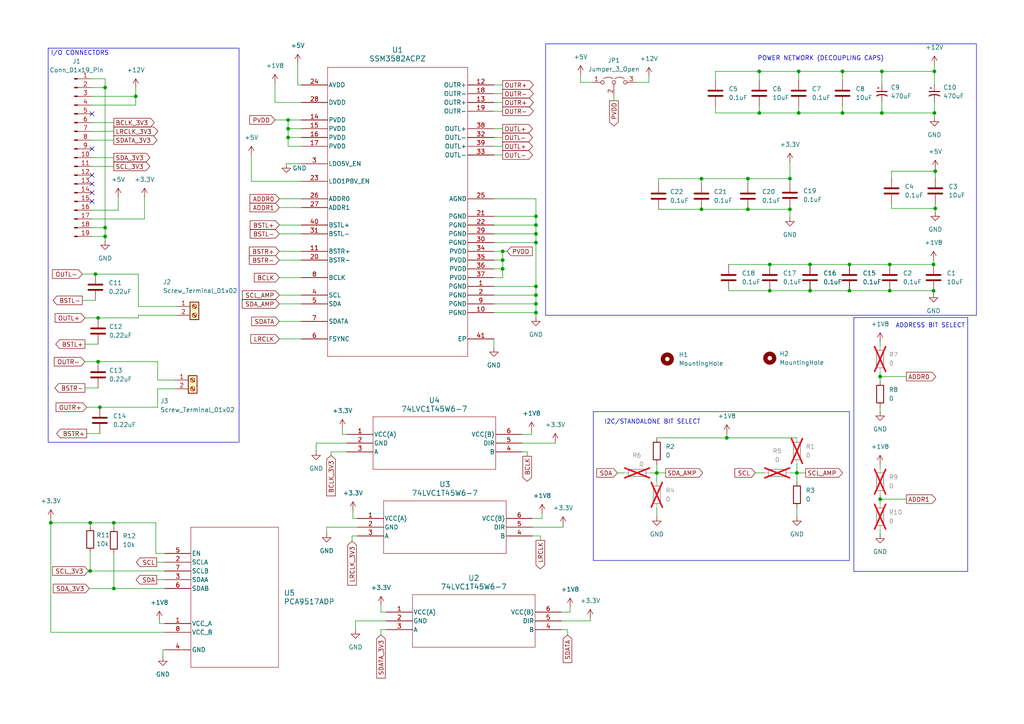
<source format=kicad_sch>
(kicad_sch (version 20230121) (generator eeschema)

  (uuid 784e9fd5-8360-4324-bc8f-019fde43e259)

  (paper "A4")

  (title_block
    (title "SSM3582 Daughter Board")
    (date "2024-01-31")
    (rev "v01")
    (company "Written by Zach Darf")
  )

  (lib_symbols
    (symbol "1bit_level_shift_SOT26:74LVC1T45W6-7" (pin_names (offset 0.254)) (in_bom yes) (on_board yes)
      (property "Reference" "U" (at 25.4 10.16 0)
        (effects (font (size 1.524 1.524)))
      )
      (property "Value" "74LVC1T45W6-7" (at 25.4 7.62 0)
        (effects (font (size 1.524 1.524)))
      )
      (property "Footprint" "SOT26-6_DIO" (at 0 0 0)
        (effects (font (size 1.27 1.27) italic) hide)
      )
      (property "Datasheet" "74LVC1T45W6-7" (at 0 0 0)
        (effects (font (size 1.27 1.27) italic) hide)
      )
      (property "ki_locked" "" (at 0 0 0)
        (effects (font (size 1.27 1.27)))
      )
      (property "ki_keywords" "74LVC1T45W6-7" (at 0 0 0)
        (effects (font (size 1.27 1.27)) hide)
      )
      (property "ki_fp_filters" "SOT26-6_DIO SOT26-6_DIO-M SOT26-6_DIO-L" (at 0 0 0)
        (effects (font (size 1.27 1.27)) hide)
      )
      (symbol "74LVC1T45W6-7_0_1"
        (polyline
          (pts
            (xy 7.62 -10.16)
            (xy 43.18 -10.16)
          )
          (stroke (width 0.127) (type default))
          (fill (type none))
        )
        (polyline
          (pts
            (xy 7.62 5.08)
            (xy 7.62 -10.16)
          )
          (stroke (width 0.127) (type default))
          (fill (type none))
        )
        (polyline
          (pts
            (xy 43.18 -10.16)
            (xy 43.18 5.08)
          )
          (stroke (width 0.127) (type default))
          (fill (type none))
        )
        (polyline
          (pts
            (xy 43.18 5.08)
            (xy 7.62 5.08)
          )
          (stroke (width 0.127) (type default))
          (fill (type none))
        )
        (pin power_in line (at 0 0 0) (length 7.62)
          (name "VCC(A)" (effects (font (size 1.27 1.27))))
          (number "1" (effects (font (size 1.27 1.27))))
        )
        (pin power_out line (at 0 -2.54 0) (length 7.62)
          (name "GND" (effects (font (size 1.27 1.27))))
          (number "2" (effects (font (size 1.27 1.27))))
        )
        (pin bidirectional line (at 0 -5.08 0) (length 7.62)
          (name "A" (effects (font (size 1.27 1.27))))
          (number "3" (effects (font (size 1.27 1.27))))
        )
        (pin bidirectional line (at 50.8 -5.08 180) (length 7.62)
          (name "B" (effects (font (size 1.27 1.27))))
          (number "4" (effects (font (size 1.27 1.27))))
        )
        (pin unspecified line (at 50.8 -2.54 180) (length 7.62)
          (name "DIR" (effects (font (size 1.27 1.27))))
          (number "5" (effects (font (size 1.27 1.27))))
        )
        (pin power_in line (at 50.8 0 180) (length 7.62)
          (name "VCC(B)" (effects (font (size 1.27 1.27))))
          (number "6" (effects (font (size 1.27 1.27))))
        )
      )
    )
    (symbol "Connector:Conn_01x19_Pin" (pin_names (offset 1.016) hide) (in_bom yes) (on_board yes)
      (property "Reference" "J" (at 0 25.4 0)
        (effects (font (size 1.27 1.27)))
      )
      (property "Value" "Conn_01x19_Pin" (at 0 -25.4 0)
        (effects (font (size 1.27 1.27)))
      )
      (property "Footprint" "" (at 0 0 0)
        (effects (font (size 1.27 1.27)) hide)
      )
      (property "Datasheet" "~" (at 0 0 0)
        (effects (font (size 1.27 1.27)) hide)
      )
      (property "ki_locked" "" (at 0 0 0)
        (effects (font (size 1.27 1.27)))
      )
      (property "ki_keywords" "connector" (at 0 0 0)
        (effects (font (size 1.27 1.27)) hide)
      )
      (property "ki_description" "Generic connector, single row, 01x19, script generated" (at 0 0 0)
        (effects (font (size 1.27 1.27)) hide)
      )
      (property "ki_fp_filters" "Connector*:*_1x??_*" (at 0 0 0)
        (effects (font (size 1.27 1.27)) hide)
      )
      (symbol "Conn_01x19_Pin_1_1"
        (polyline
          (pts
            (xy 1.27 -22.86)
            (xy 0.8636 -22.86)
          )
          (stroke (width 0.1524) (type default))
          (fill (type none))
        )
        (polyline
          (pts
            (xy 1.27 -20.32)
            (xy 0.8636 -20.32)
          )
          (stroke (width 0.1524) (type default))
          (fill (type none))
        )
        (polyline
          (pts
            (xy 1.27 -17.78)
            (xy 0.8636 -17.78)
          )
          (stroke (width 0.1524) (type default))
          (fill (type none))
        )
        (polyline
          (pts
            (xy 1.27 -15.24)
            (xy 0.8636 -15.24)
          )
          (stroke (width 0.1524) (type default))
          (fill (type none))
        )
        (polyline
          (pts
            (xy 1.27 -12.7)
            (xy 0.8636 -12.7)
          )
          (stroke (width 0.1524) (type default))
          (fill (type none))
        )
        (polyline
          (pts
            (xy 1.27 -10.16)
            (xy 0.8636 -10.16)
          )
          (stroke (width 0.1524) (type default))
          (fill (type none))
        )
        (polyline
          (pts
            (xy 1.27 -7.62)
            (xy 0.8636 -7.62)
          )
          (stroke (width 0.1524) (type default))
          (fill (type none))
        )
        (polyline
          (pts
            (xy 1.27 -5.08)
            (xy 0.8636 -5.08)
          )
          (stroke (width 0.1524) (type default))
          (fill (type none))
        )
        (polyline
          (pts
            (xy 1.27 -2.54)
            (xy 0.8636 -2.54)
          )
          (stroke (width 0.1524) (type default))
          (fill (type none))
        )
        (polyline
          (pts
            (xy 1.27 0)
            (xy 0.8636 0)
          )
          (stroke (width 0.1524) (type default))
          (fill (type none))
        )
        (polyline
          (pts
            (xy 1.27 2.54)
            (xy 0.8636 2.54)
          )
          (stroke (width 0.1524) (type default))
          (fill (type none))
        )
        (polyline
          (pts
            (xy 1.27 5.08)
            (xy 0.8636 5.08)
          )
          (stroke (width 0.1524) (type default))
          (fill (type none))
        )
        (polyline
          (pts
            (xy 1.27 7.62)
            (xy 0.8636 7.62)
          )
          (stroke (width 0.1524) (type default))
          (fill (type none))
        )
        (polyline
          (pts
            (xy 1.27 10.16)
            (xy 0.8636 10.16)
          )
          (stroke (width 0.1524) (type default))
          (fill (type none))
        )
        (polyline
          (pts
            (xy 1.27 12.7)
            (xy 0.8636 12.7)
          )
          (stroke (width 0.1524) (type default))
          (fill (type none))
        )
        (polyline
          (pts
            (xy 1.27 15.24)
            (xy 0.8636 15.24)
          )
          (stroke (width 0.1524) (type default))
          (fill (type none))
        )
        (polyline
          (pts
            (xy 1.27 17.78)
            (xy 0.8636 17.78)
          )
          (stroke (width 0.1524) (type default))
          (fill (type none))
        )
        (polyline
          (pts
            (xy 1.27 20.32)
            (xy 0.8636 20.32)
          )
          (stroke (width 0.1524) (type default))
          (fill (type none))
        )
        (polyline
          (pts
            (xy 1.27 22.86)
            (xy 0.8636 22.86)
          )
          (stroke (width 0.1524) (type default))
          (fill (type none))
        )
        (rectangle (start 0.8636 -22.733) (end 0 -22.987)
          (stroke (width 0.1524) (type default))
          (fill (type outline))
        )
        (rectangle (start 0.8636 -20.193) (end 0 -20.447)
          (stroke (width 0.1524) (type default))
          (fill (type outline))
        )
        (rectangle (start 0.8636 -17.653) (end 0 -17.907)
          (stroke (width 0.1524) (type default))
          (fill (type outline))
        )
        (rectangle (start 0.8636 -15.113) (end 0 -15.367)
          (stroke (width 0.1524) (type default))
          (fill (type outline))
        )
        (rectangle (start 0.8636 -12.573) (end 0 -12.827)
          (stroke (width 0.1524) (type default))
          (fill (type outline))
        )
        (rectangle (start 0.8636 -10.033) (end 0 -10.287)
          (stroke (width 0.1524) (type default))
          (fill (type outline))
        )
        (rectangle (start 0.8636 -7.493) (end 0 -7.747)
          (stroke (width 0.1524) (type default))
          (fill (type outline))
        )
        (rectangle (start 0.8636 -4.953) (end 0 -5.207)
          (stroke (width 0.1524) (type default))
          (fill (type outline))
        )
        (rectangle (start 0.8636 -2.413) (end 0 -2.667)
          (stroke (width 0.1524) (type default))
          (fill (type outline))
        )
        (rectangle (start 0.8636 0.127) (end 0 -0.127)
          (stroke (width 0.1524) (type default))
          (fill (type outline))
        )
        (rectangle (start 0.8636 2.667) (end 0 2.413)
          (stroke (width 0.1524) (type default))
          (fill (type outline))
        )
        (rectangle (start 0.8636 5.207) (end 0 4.953)
          (stroke (width 0.1524) (type default))
          (fill (type outline))
        )
        (rectangle (start 0.8636 7.747) (end 0 7.493)
          (stroke (width 0.1524) (type default))
          (fill (type outline))
        )
        (rectangle (start 0.8636 10.287) (end 0 10.033)
          (stroke (width 0.1524) (type default))
          (fill (type outline))
        )
        (rectangle (start 0.8636 12.827) (end 0 12.573)
          (stroke (width 0.1524) (type default))
          (fill (type outline))
        )
        (rectangle (start 0.8636 15.367) (end 0 15.113)
          (stroke (width 0.1524) (type default))
          (fill (type outline))
        )
        (rectangle (start 0.8636 17.907) (end 0 17.653)
          (stroke (width 0.1524) (type default))
          (fill (type outline))
        )
        (rectangle (start 0.8636 20.447) (end 0 20.193)
          (stroke (width 0.1524) (type default))
          (fill (type outline))
        )
        (rectangle (start 0.8636 22.987) (end 0 22.733)
          (stroke (width 0.1524) (type default))
          (fill (type outline))
        )
        (pin passive line (at 5.08 22.86 180) (length 3.81)
          (name "Pin_1" (effects (font (size 1.27 1.27))))
          (number "1" (effects (font (size 1.27 1.27))))
        )
        (pin passive line (at 5.08 0 180) (length 3.81)
          (name "Pin_10" (effects (font (size 1.27 1.27))))
          (number "10" (effects (font (size 1.27 1.27))))
        )
        (pin passive line (at 5.08 -2.54 180) (length 3.81)
          (name "Pin_11" (effects (font (size 1.27 1.27))))
          (number "11" (effects (font (size 1.27 1.27))))
        )
        (pin passive line (at 5.08 -5.08 180) (length 3.81)
          (name "Pin_12" (effects (font (size 1.27 1.27))))
          (number "12" (effects (font (size 1.27 1.27))))
        )
        (pin passive line (at 5.08 -7.62 180) (length 3.81)
          (name "Pin_13" (effects (font (size 1.27 1.27))))
          (number "13" (effects (font (size 1.27 1.27))))
        )
        (pin passive line (at 5.08 -10.16 180) (length 3.81)
          (name "Pin_14" (effects (font (size 1.27 1.27))))
          (number "14" (effects (font (size 1.27 1.27))))
        )
        (pin passive line (at 5.08 -12.7 180) (length 3.81)
          (name "Pin_15" (effects (font (size 1.27 1.27))))
          (number "15" (effects (font (size 1.27 1.27))))
        )
        (pin passive line (at 5.08 -15.24 180) (length 3.81)
          (name "Pin_16" (effects (font (size 1.27 1.27))))
          (number "16" (effects (font (size 1.27 1.27))))
        )
        (pin passive line (at 5.08 -17.78 180) (length 3.81)
          (name "Pin_17" (effects (font (size 1.27 1.27))))
          (number "17" (effects (font (size 1.27 1.27))))
        )
        (pin passive line (at 5.08 -20.32 180) (length 3.81)
          (name "Pin_18" (effects (font (size 1.27 1.27))))
          (number "18" (effects (font (size 1.27 1.27))))
        )
        (pin passive line (at 5.08 -22.86 180) (length 3.81)
          (name "Pin_19" (effects (font (size 1.27 1.27))))
          (number "19" (effects (font (size 1.27 1.27))))
        )
        (pin passive line (at 5.08 20.32 180) (length 3.81)
          (name "Pin_2" (effects (font (size 1.27 1.27))))
          (number "2" (effects (font (size 1.27 1.27))))
        )
        (pin passive line (at 5.08 17.78 180) (length 3.81)
          (name "Pin_3" (effects (font (size 1.27 1.27))))
          (number "3" (effects (font (size 1.27 1.27))))
        )
        (pin passive line (at 5.08 15.24 180) (length 3.81)
          (name "Pin_4" (effects (font (size 1.27 1.27))))
          (number "4" (effects (font (size 1.27 1.27))))
        )
        (pin passive line (at 5.08 12.7 180) (length 3.81)
          (name "Pin_5" (effects (font (size 1.27 1.27))))
          (number "5" (effects (font (size 1.27 1.27))))
        )
        (pin passive line (at 5.08 10.16 180) (length 3.81)
          (name "Pin_6" (effects (font (size 1.27 1.27))))
          (number "6" (effects (font (size 1.27 1.27))))
        )
        (pin passive line (at 5.08 7.62 180) (length 3.81)
          (name "Pin_7" (effects (font (size 1.27 1.27))))
          (number "7" (effects (font (size 1.27 1.27))))
        )
        (pin passive line (at 5.08 5.08 180) (length 3.81)
          (name "Pin_8" (effects (font (size 1.27 1.27))))
          (number "8" (effects (font (size 1.27 1.27))))
        )
        (pin passive line (at 5.08 2.54 180) (length 3.81)
          (name "Pin_9" (effects (font (size 1.27 1.27))))
          (number "9" (effects (font (size 1.27 1.27))))
        )
      )
    )
    (symbol "Connector:Screw_Terminal_01x02" (pin_names (offset 1.016) hide) (in_bom yes) (on_board yes)
      (property "Reference" "J" (at 0 2.54 0)
        (effects (font (size 1.27 1.27)))
      )
      (property "Value" "Screw_Terminal_01x02" (at 0 -5.08 0)
        (effects (font (size 1.27 1.27)))
      )
      (property "Footprint" "" (at 0 0 0)
        (effects (font (size 1.27 1.27)) hide)
      )
      (property "Datasheet" "~" (at 0 0 0)
        (effects (font (size 1.27 1.27)) hide)
      )
      (property "ki_keywords" "screw terminal" (at 0 0 0)
        (effects (font (size 1.27 1.27)) hide)
      )
      (property "ki_description" "Generic screw terminal, single row, 01x02, script generated (kicad-library-utils/schlib/autogen/connector/)" (at 0 0 0)
        (effects (font (size 1.27 1.27)) hide)
      )
      (property "ki_fp_filters" "TerminalBlock*:*" (at 0 0 0)
        (effects (font (size 1.27 1.27)) hide)
      )
      (symbol "Screw_Terminal_01x02_1_1"
        (rectangle (start -1.27 1.27) (end 1.27 -3.81)
          (stroke (width 0.254) (type default))
          (fill (type background))
        )
        (circle (center 0 -2.54) (radius 0.635)
          (stroke (width 0.1524) (type default))
          (fill (type none))
        )
        (polyline
          (pts
            (xy -0.5334 -2.2098)
            (xy 0.3302 -3.048)
          )
          (stroke (width 0.1524) (type default))
          (fill (type none))
        )
        (polyline
          (pts
            (xy -0.5334 0.3302)
            (xy 0.3302 -0.508)
          )
          (stroke (width 0.1524) (type default))
          (fill (type none))
        )
        (polyline
          (pts
            (xy -0.3556 -2.032)
            (xy 0.508 -2.8702)
          )
          (stroke (width 0.1524) (type default))
          (fill (type none))
        )
        (polyline
          (pts
            (xy -0.3556 0.508)
            (xy 0.508 -0.3302)
          )
          (stroke (width 0.1524) (type default))
          (fill (type none))
        )
        (circle (center 0 0) (radius 0.635)
          (stroke (width 0.1524) (type default))
          (fill (type none))
        )
        (pin passive line (at -5.08 0 0) (length 3.81)
          (name "Pin_1" (effects (font (size 1.27 1.27))))
          (number "1" (effects (font (size 1.27 1.27))))
        )
        (pin passive line (at -5.08 -2.54 0) (length 3.81)
          (name "Pin_2" (effects (font (size 1.27 1.27))))
          (number "2" (effects (font (size 1.27 1.27))))
        )
      )
    )
    (symbol "Device:C" (pin_numbers hide) (pin_names (offset 0.254)) (in_bom yes) (on_board yes)
      (property "Reference" "C" (at 0.635 2.54 0)
        (effects (font (size 1.27 1.27)) (justify left))
      )
      (property "Value" "C" (at 0.635 -2.54 0)
        (effects (font (size 1.27 1.27)) (justify left))
      )
      (property "Footprint" "" (at 0.9652 -3.81 0)
        (effects (font (size 1.27 1.27)) hide)
      )
      (property "Datasheet" "~" (at 0 0 0)
        (effects (font (size 1.27 1.27)) hide)
      )
      (property "ki_keywords" "cap capacitor" (at 0 0 0)
        (effects (font (size 1.27 1.27)) hide)
      )
      (property "ki_description" "Unpolarized capacitor" (at 0 0 0)
        (effects (font (size 1.27 1.27)) hide)
      )
      (property "ki_fp_filters" "C_*" (at 0 0 0)
        (effects (font (size 1.27 1.27)) hide)
      )
      (symbol "C_0_1"
        (polyline
          (pts
            (xy -2.032 -0.762)
            (xy 2.032 -0.762)
          )
          (stroke (width 0.508) (type default))
          (fill (type none))
        )
        (polyline
          (pts
            (xy -2.032 0.762)
            (xy 2.032 0.762)
          )
          (stroke (width 0.508) (type default))
          (fill (type none))
        )
      )
      (symbol "C_1_1"
        (pin passive line (at 0 3.81 270) (length 2.794)
          (name "~" (effects (font (size 1.27 1.27))))
          (number "1" (effects (font (size 1.27 1.27))))
        )
        (pin passive line (at 0 -3.81 90) (length 2.794)
          (name "~" (effects (font (size 1.27 1.27))))
          (number "2" (effects (font (size 1.27 1.27))))
        )
      )
    )
    (symbol "Device:C_Polarized_Small_US" (pin_numbers hide) (pin_names (offset 0.254) hide) (in_bom yes) (on_board yes)
      (property "Reference" "C" (at 0.254 1.778 0)
        (effects (font (size 1.27 1.27)) (justify left))
      )
      (property "Value" "C_Polarized_Small_US" (at 0.254 -2.032 0)
        (effects (font (size 1.27 1.27)) (justify left))
      )
      (property "Footprint" "" (at 0 0 0)
        (effects (font (size 1.27 1.27)) hide)
      )
      (property "Datasheet" "~" (at 0 0 0)
        (effects (font (size 1.27 1.27)) hide)
      )
      (property "ki_keywords" "cap capacitor" (at 0 0 0)
        (effects (font (size 1.27 1.27)) hide)
      )
      (property "ki_description" "Polarized capacitor, small US symbol" (at 0 0 0)
        (effects (font (size 1.27 1.27)) hide)
      )
      (property "ki_fp_filters" "CP_*" (at 0 0 0)
        (effects (font (size 1.27 1.27)) hide)
      )
      (symbol "C_Polarized_Small_US_0_1"
        (polyline
          (pts
            (xy -1.524 0.508)
            (xy 1.524 0.508)
          )
          (stroke (width 0.3048) (type default))
          (fill (type none))
        )
        (polyline
          (pts
            (xy -1.27 1.524)
            (xy -0.762 1.524)
          )
          (stroke (width 0) (type default))
          (fill (type none))
        )
        (polyline
          (pts
            (xy -1.016 1.27)
            (xy -1.016 1.778)
          )
          (stroke (width 0) (type default))
          (fill (type none))
        )
        (arc (start 1.524 -0.762) (mid 0 -0.3734) (end -1.524 -0.762)
          (stroke (width 0.3048) (type default))
          (fill (type none))
        )
      )
      (symbol "C_Polarized_Small_US_1_1"
        (pin passive line (at 0 2.54 270) (length 2.032)
          (name "~" (effects (font (size 1.27 1.27))))
          (number "1" (effects (font (size 1.27 1.27))))
        )
        (pin passive line (at 0 -2.54 90) (length 2.032)
          (name "~" (effects (font (size 1.27 1.27))))
          (number "2" (effects (font (size 1.27 1.27))))
        )
      )
    )
    (symbol "Device:R" (pin_numbers hide) (pin_names (offset 0)) (in_bom yes) (on_board yes)
      (property "Reference" "R" (at 2.032 0 90)
        (effects (font (size 1.27 1.27)))
      )
      (property "Value" "R" (at 0 0 90)
        (effects (font (size 1.27 1.27)))
      )
      (property "Footprint" "" (at -1.778 0 90)
        (effects (font (size 1.27 1.27)) hide)
      )
      (property "Datasheet" "~" (at 0 0 0)
        (effects (font (size 1.27 1.27)) hide)
      )
      (property "ki_keywords" "R res resistor" (at 0 0 0)
        (effects (font (size 1.27 1.27)) hide)
      )
      (property "ki_description" "Resistor" (at 0 0 0)
        (effects (font (size 1.27 1.27)) hide)
      )
      (property "ki_fp_filters" "R_*" (at 0 0 0)
        (effects (font (size 1.27 1.27)) hide)
      )
      (symbol "R_0_1"
        (rectangle (start -1.016 -2.54) (end 1.016 2.54)
          (stroke (width 0.254) (type default))
          (fill (type none))
        )
      )
      (symbol "R_1_1"
        (pin passive line (at 0 3.81 270) (length 1.27)
          (name "~" (effects (font (size 1.27 1.27))))
          (number "1" (effects (font (size 1.27 1.27))))
        )
        (pin passive line (at 0 -3.81 90) (length 1.27)
          (name "~" (effects (font (size 1.27 1.27))))
          (number "2" (effects (font (size 1.27 1.27))))
        )
      )
    )
    (symbol "I2C_level_shift_TSOP8:PCA9517ADP" (pin_names (offset 0.254)) (in_bom yes) (on_board yes)
      (property "Reference" "U" (at 20.32 12.7 0)
        (effects (font (size 1.524 1.524)))
      )
      (property "Value" "PCA9517ADP" (at 20.32 10.16 0)
        (effects (font (size 1.524 1.524)))
      )
      (property "Footprint" "SOT505-1_NXP" (at 0 0 0)
        (effects (font (size 1.27 1.27) italic) hide)
      )
      (property "Datasheet" "PCA9517ADP" (at 0 0 0)
        (effects (font (size 1.27 1.27) italic) hide)
      )
      (property "ki_locked" "" (at 0 0 0)
        (effects (font (size 1.27 1.27)))
      )
      (property "ki_keywords" "PCA9517ADP" (at 0 0 0)
        (effects (font (size 1.27 1.27)) hide)
      )
      (property "ki_fp_filters" "SOT505-1_NXP SOT505-1_NXP-M SOT505-1_NXP-L" (at 0 0 0)
        (effects (font (size 1.27 1.27)) hide)
      )
      (symbol "PCA9517ADP_0_1"
        (polyline
          (pts
            (xy 7.62 -33.02)
            (xy 33.02 -33.02)
          )
          (stroke (width 0.127) (type default))
          (fill (type none))
        )
        (polyline
          (pts
            (xy 7.62 7.62)
            (xy 7.62 -33.02)
          )
          (stroke (width 0.127) (type default))
          (fill (type none))
        )
        (polyline
          (pts
            (xy 33.02 -33.02)
            (xy 33.02 7.62)
          )
          (stroke (width 0.127) (type default))
          (fill (type none))
        )
        (polyline
          (pts
            (xy 33.02 7.62)
            (xy 7.62 7.62)
          )
          (stroke (width 0.127) (type default))
          (fill (type none))
        )
        (pin unspecified line (at 0 -20.32 0) (length 7.62)
          (name "VCC_A" (effects (font (size 1.27 1.27))))
          (number "1" (effects (font (size 1.27 1.27))))
        )
        (pin unspecified line (at 0 -2.54 0) (length 7.62)
          (name "SCLA" (effects (font (size 1.27 1.27))))
          (number "2" (effects (font (size 1.27 1.27))))
        )
        (pin unspecified line (at 0 -7.62 0) (length 7.62)
          (name "SDAA" (effects (font (size 1.27 1.27))))
          (number "3" (effects (font (size 1.27 1.27))))
        )
        (pin unspecified line (at 0 -27.94 0) (length 7.62)
          (name "GND" (effects (font (size 1.27 1.27))))
          (number "4" (effects (font (size 1.27 1.27))))
        )
        (pin unspecified line (at 0 0 0) (length 7.62)
          (name "EN" (effects (font (size 1.27 1.27))))
          (number "5" (effects (font (size 1.27 1.27))))
        )
        (pin unspecified line (at 0 -10.16 0) (length 7.62)
          (name "SDAB" (effects (font (size 1.27 1.27))))
          (number "6" (effects (font (size 1.27 1.27))))
        )
        (pin unspecified line (at 0 -5.08 0) (length 7.62)
          (name "SCLB" (effects (font (size 1.27 1.27))))
          (number "7" (effects (font (size 1.27 1.27))))
        )
        (pin unspecified line (at 0 -22.86 0) (length 7.62)
          (name "VCC_B" (effects (font (size 1.27 1.27))))
          (number "8" (effects (font (size 1.27 1.27))))
        )
      )
    )
    (symbol "Jumper:Jumper_3_Open" (pin_names (offset 0) hide) (in_bom yes) (on_board yes)
      (property "Reference" "JP" (at -2.54 -2.54 0)
        (effects (font (size 1.27 1.27)))
      )
      (property "Value" "Jumper_3_Open" (at 0 2.794 0)
        (effects (font (size 1.27 1.27)))
      )
      (property "Footprint" "" (at 0 0 0)
        (effects (font (size 1.27 1.27)) hide)
      )
      (property "Datasheet" "~" (at 0 0 0)
        (effects (font (size 1.27 1.27)) hide)
      )
      (property "ki_keywords" "Jumper SPDT" (at 0 0 0)
        (effects (font (size 1.27 1.27)) hide)
      )
      (property "ki_description" "Jumper, 3-pole, both open" (at 0 0 0)
        (effects (font (size 1.27 1.27)) hide)
      )
      (property "ki_fp_filters" "Jumper* TestPoint*3Pads* TestPoint*Bridge*" (at 0 0 0)
        (effects (font (size 1.27 1.27)) hide)
      )
      (symbol "Jumper_3_Open_0_0"
        (circle (center -3.302 0) (radius 0.508)
          (stroke (width 0) (type default))
          (fill (type none))
        )
        (circle (center 0 0) (radius 0.508)
          (stroke (width 0) (type default))
          (fill (type none))
        )
        (circle (center 3.302 0) (radius 0.508)
          (stroke (width 0) (type default))
          (fill (type none))
        )
      )
      (symbol "Jumper_3_Open_0_1"
        (arc (start -0.254 1.016) (mid -1.651 1.4992) (end -3.048 1.016)
          (stroke (width 0) (type default))
          (fill (type none))
        )
        (polyline
          (pts
            (xy 0 -0.508)
            (xy 0 -1.27)
          )
          (stroke (width 0) (type default))
          (fill (type none))
        )
        (arc (start 3.048 1.016) (mid 1.651 1.4992) (end 0.254 1.016)
          (stroke (width 0) (type default))
          (fill (type none))
        )
      )
      (symbol "Jumper_3_Open_1_1"
        (pin passive line (at -6.35 0 0) (length 2.54)
          (name "A" (effects (font (size 1.27 1.27))))
          (number "1" (effects (font (size 1.27 1.27))))
        )
        (pin passive line (at 0 -3.81 90) (length 2.54)
          (name "C" (effects (font (size 1.27 1.27))))
          (number "2" (effects (font (size 1.27 1.27))))
        )
        (pin passive line (at 6.35 0 180) (length 2.54)
          (name "B" (effects (font (size 1.27 1.27))))
          (number "3" (effects (font (size 1.27 1.27))))
        )
      )
    )
    (symbol "Mechanical:MountingHole" (pin_names (offset 1.016)) (in_bom yes) (on_board yes)
      (property "Reference" "H" (at 0 5.08 0)
        (effects (font (size 1.27 1.27)))
      )
      (property "Value" "MountingHole" (at 0 3.175 0)
        (effects (font (size 1.27 1.27)))
      )
      (property "Footprint" "" (at 0 0 0)
        (effects (font (size 1.27 1.27)) hide)
      )
      (property "Datasheet" "~" (at 0 0 0)
        (effects (font (size 1.27 1.27)) hide)
      )
      (property "ki_keywords" "mounting hole" (at 0 0 0)
        (effects (font (size 1.27 1.27)) hide)
      )
      (property "ki_description" "Mounting Hole without connection" (at 0 0 0)
        (effects (font (size 1.27 1.27)) hide)
      )
      (property "ki_fp_filters" "MountingHole*" (at 0 0 0)
        (effects (font (size 1.27 1.27)) hide)
      )
      (symbol "MountingHole_0_1"
        (circle (center 0 0) (radius 1.27)
          (stroke (width 1.27) (type default))
          (fill (type none))
        )
      )
    )
    (symbol "SSM3582:SSM3582ACPZ" (pin_names (offset 0.254)) (in_bom yes) (on_board yes)
      (property "Reference" "U" (at 0 45.72 0)
        (effects (font (size 1.524 1.524)))
      )
      (property "Value" "SSM3582ACPZ" (at 0 43.18 0)
        (effects (font (size 1.524 1.524)))
      )
      (property "Footprint" "CP_40_7_ADI" (at -27.94 35.56 0)
        (effects (font (size 1.27 1.27) italic) hide)
      )
      (property "Datasheet" "SSM3582ACPZ" (at -27.94 35.56 0)
        (effects (font (size 1.27 1.27) italic) hide)
      )
      (property "ki_locked" "" (at 0 0 0)
        (effects (font (size 1.27 1.27)))
      )
      (property "ki_keywords" "SSM3582ACPZ" (at 0 0 0)
        (effects (font (size 1.27 1.27)) hide)
      )
      (property "ki_fp_filters" "CP_40_7_ADI CP_40_7_ADI-M CP_40_7_ADI-L" (at 0 0 0)
        (effects (font (size 1.27 1.27)) hide)
      )
      (symbol "SSM3582ACPZ_0_1"
        (polyline
          (pts
            (xy -20.32 -43.18)
            (xy 20.32 -43.18)
          )
          (stroke (width 0.127) (type default))
          (fill (type none))
        )
        (polyline
          (pts
            (xy -20.32 40.64)
            (xy -20.32 -43.18)
          )
          (stroke (width 0.127) (type default))
          (fill (type none))
        )
        (polyline
          (pts
            (xy 20.32 -43.18)
            (xy 20.32 40.64)
          )
          (stroke (width 0.127) (type default))
          (fill (type none))
        )
        (polyline
          (pts
            (xy 20.32 40.64)
            (xy -20.32 40.64)
          )
          (stroke (width 0.127) (type default))
          (fill (type none))
        )
        (pin unspecified line (at 27.94 -22.86 180) (length 7.62)
          (name "PGND" (effects (font (size 1.27 1.27))))
          (number "1" (effects (font (size 1.27 1.27))))
        )
        (pin unspecified line (at 27.94 -30.48 180) (length 7.62)
          (name "PGND" (effects (font (size 1.27 1.27))))
          (number "10" (effects (font (size 1.27 1.27))))
        )
        (pin unspecified line (at -27.94 -12.7 0) (length 7.62)
          (name "BSTR+" (effects (font (size 1.27 1.27))))
          (number "11" (effects (font (size 1.27 1.27))))
        )
        (pin unspecified line (at 27.94 35.56 180) (length 7.62)
          (name "OUTR+" (effects (font (size 1.27 1.27))))
          (number "12" (effects (font (size 1.27 1.27))))
        )
        (pin unspecified line (at 27.94 30.48 180) (length 7.62)
          (name "OUTR+" (effects (font (size 1.27 1.27))))
          (number "13" (effects (font (size 1.27 1.27))))
        )
        (pin unspecified line (at -27.94 25.4 0) (length 7.62)
          (name "PVDD" (effects (font (size 1.27 1.27))))
          (number "14" (effects (font (size 1.27 1.27))))
        )
        (pin unspecified line (at -27.94 22.86 0) (length 7.62)
          (name "PVDD" (effects (font (size 1.27 1.27))))
          (number "15" (effects (font (size 1.27 1.27))))
        )
        (pin unspecified line (at -27.94 20.32 0) (length 7.62)
          (name "PVDD" (effects (font (size 1.27 1.27))))
          (number "16" (effects (font (size 1.27 1.27))))
        )
        (pin unspecified line (at -27.94 17.78 0) (length 7.62)
          (name "PVDD" (effects (font (size 1.27 1.27))))
          (number "17" (effects (font (size 1.27 1.27))))
        )
        (pin unspecified line (at 27.94 33.02 180) (length 7.62)
          (name "OUTR-" (effects (font (size 1.27 1.27))))
          (number "18" (effects (font (size 1.27 1.27))))
        )
        (pin unspecified line (at 27.94 27.94 180) (length 7.62)
          (name "OUTR-" (effects (font (size 1.27 1.27))))
          (number "19" (effects (font (size 1.27 1.27))))
        )
        (pin unspecified line (at 27.94 -25.4 180) (length 7.62)
          (name "PGND" (effects (font (size 1.27 1.27))))
          (number "2" (effects (font (size 1.27 1.27))))
        )
        (pin unspecified line (at -27.94 -15.24 0) (length 7.62)
          (name "BSTR-" (effects (font (size 1.27 1.27))))
          (number "20" (effects (font (size 1.27 1.27))))
        )
        (pin unspecified line (at 27.94 -2.54 180) (length 7.62)
          (name "PGND" (effects (font (size 1.27 1.27))))
          (number "21" (effects (font (size 1.27 1.27))))
        )
        (pin unspecified line (at 27.94 -5.08 180) (length 7.62)
          (name "PGND" (effects (font (size 1.27 1.27))))
          (number "22" (effects (font (size 1.27 1.27))))
        )
        (pin unspecified line (at -27.94 7.62 0) (length 7.62)
          (name "LDO1P8V_EN" (effects (font (size 1.27 1.27))))
          (number "23" (effects (font (size 1.27 1.27))))
        )
        (pin unspecified line (at -27.94 35.56 0) (length 7.62)
          (name "AVDD" (effects (font (size 1.27 1.27))))
          (number "24" (effects (font (size 1.27 1.27))))
        )
        (pin unspecified line (at 27.94 2.54 180) (length 7.62)
          (name "AGND" (effects (font (size 1.27 1.27))))
          (number "25" (effects (font (size 1.27 1.27))))
        )
        (pin unspecified line (at -27.94 2.54 0) (length 7.62)
          (name "ADDR0" (effects (font (size 1.27 1.27))))
          (number "26" (effects (font (size 1.27 1.27))))
        )
        (pin unspecified line (at -27.94 0 0) (length 7.62)
          (name "ADDR1" (effects (font (size 1.27 1.27))))
          (number "27" (effects (font (size 1.27 1.27))))
        )
        (pin unspecified line (at -27.94 30.48 0) (length 7.62)
          (name "DVDD" (effects (font (size 1.27 1.27))))
          (number "28" (effects (font (size 1.27 1.27))))
        )
        (pin unspecified line (at 27.94 -7.62 180) (length 7.62)
          (name "PGND" (effects (font (size 1.27 1.27))))
          (number "29" (effects (font (size 1.27 1.27))))
        )
        (pin unspecified line (at -27.94 12.7 0) (length 7.62)
          (name "LDO5V_EN" (effects (font (size 1.27 1.27))))
          (number "3" (effects (font (size 1.27 1.27))))
        )
        (pin unspecified line (at 27.94 -10.16 180) (length 7.62)
          (name "PGND" (effects (font (size 1.27 1.27))))
          (number "30" (effects (font (size 1.27 1.27))))
        )
        (pin unspecified line (at -27.94 -7.62 0) (length 7.62)
          (name "BSTL-" (effects (font (size 1.27 1.27))))
          (number "31" (effects (font (size 1.27 1.27))))
        )
        (pin unspecified line (at 27.94 20.32 180) (length 7.62)
          (name "OUTL-" (effects (font (size 1.27 1.27))))
          (number "32" (effects (font (size 1.27 1.27))))
        )
        (pin unspecified line (at 27.94 15.24 180) (length 7.62)
          (name "OUTL-" (effects (font (size 1.27 1.27))))
          (number "33" (effects (font (size 1.27 1.27))))
        )
        (pin unspecified line (at 27.94 -12.7 180) (length 7.62)
          (name "PVDD" (effects (font (size 1.27 1.27))))
          (number "34" (effects (font (size 1.27 1.27))))
        )
        (pin unspecified line (at 27.94 -15.24 180) (length 7.62)
          (name "PVDD" (effects (font (size 1.27 1.27))))
          (number "35" (effects (font (size 1.27 1.27))))
        )
        (pin unspecified line (at 27.94 -17.78 180) (length 7.62)
          (name "PVDD" (effects (font (size 1.27 1.27))))
          (number "36" (effects (font (size 1.27 1.27))))
        )
        (pin unspecified line (at 27.94 -20.32 180) (length 7.62)
          (name "PVDD" (effects (font (size 1.27 1.27))))
          (number "37" (effects (font (size 1.27 1.27))))
        )
        (pin unspecified line (at 27.94 22.86 180) (length 7.62)
          (name "OUTL+" (effects (font (size 1.27 1.27))))
          (number "38" (effects (font (size 1.27 1.27))))
        )
        (pin unspecified line (at 27.94 17.78 180) (length 7.62)
          (name "OUTL+" (effects (font (size 1.27 1.27))))
          (number "39" (effects (font (size 1.27 1.27))))
        )
        (pin unspecified line (at -27.94 -25.4 0) (length 7.62)
          (name "SCL" (effects (font (size 1.27 1.27))))
          (number "4" (effects (font (size 1.27 1.27))))
        )
        (pin unspecified line (at -27.94 -5.08 0) (length 7.62)
          (name "BSTL+" (effects (font (size 1.27 1.27))))
          (number "40" (effects (font (size 1.27 1.27))))
        )
        (pin unspecified line (at 27.94 -38.1 180) (length 7.62)
          (name "EP" (effects (font (size 1.27 1.27))))
          (number "41" (effects (font (size 1.27 1.27))))
        )
        (pin unspecified line (at -27.94 -27.94 0) (length 7.62)
          (name "SDA" (effects (font (size 1.27 1.27))))
          (number "5" (effects (font (size 1.27 1.27))))
        )
        (pin unspecified line (at -27.94 -38.1 0) (length 7.62)
          (name "FSYNC" (effects (font (size 1.27 1.27))))
          (number "6" (effects (font (size 1.27 1.27))))
        )
        (pin unspecified line (at -27.94 -33.02 0) (length 7.62)
          (name "SDATA" (effects (font (size 1.27 1.27))))
          (number "7" (effects (font (size 1.27 1.27))))
        )
        (pin unspecified line (at -27.94 -20.32 0) (length 7.62)
          (name "BCLK" (effects (font (size 1.27 1.27))))
          (number "8" (effects (font (size 1.27 1.27))))
        )
        (pin unspecified line (at 27.94 -27.94 180) (length 7.62)
          (name "PGND" (effects (font (size 1.27 1.27))))
          (number "9" (effects (font (size 1.27 1.27))))
        )
      )
    )
    (symbol "power:+12V" (power) (pin_names (offset 0)) (in_bom yes) (on_board yes)
      (property "Reference" "#PWR" (at 0 -3.81 0)
        (effects (font (size 1.27 1.27)) hide)
      )
      (property "Value" "+12V" (at 0 3.556 0)
        (effects (font (size 1.27 1.27)))
      )
      (property "Footprint" "" (at 0 0 0)
        (effects (font (size 1.27 1.27)) hide)
      )
      (property "Datasheet" "" (at 0 0 0)
        (effects (font (size 1.27 1.27)) hide)
      )
      (property "ki_keywords" "global power" (at 0 0 0)
        (effects (font (size 1.27 1.27)) hide)
      )
      (property "ki_description" "Power symbol creates a global label with name \"+12V\"" (at 0 0 0)
        (effects (font (size 1.27 1.27)) hide)
      )
      (symbol "+12V_0_1"
        (polyline
          (pts
            (xy -0.762 1.27)
            (xy 0 2.54)
          )
          (stroke (width 0) (type default))
          (fill (type none))
        )
        (polyline
          (pts
            (xy 0 0)
            (xy 0 2.54)
          )
          (stroke (width 0) (type default))
          (fill (type none))
        )
        (polyline
          (pts
            (xy 0 2.54)
            (xy 0.762 1.27)
          )
          (stroke (width 0) (type default))
          (fill (type none))
        )
      )
      (symbol "+12V_1_1"
        (pin power_in line (at 0 0 90) (length 0) hide
          (name "+12V" (effects (font (size 1.27 1.27))))
          (number "1" (effects (font (size 1.27 1.27))))
        )
      )
    )
    (symbol "power:+1V8" (power) (pin_names (offset 0)) (in_bom yes) (on_board yes)
      (property "Reference" "#PWR" (at 0 -3.81 0)
        (effects (font (size 1.27 1.27)) hide)
      )
      (property "Value" "+1V8" (at 0 3.556 0)
        (effects (font (size 1.27 1.27)))
      )
      (property "Footprint" "" (at 0 0 0)
        (effects (font (size 1.27 1.27)) hide)
      )
      (property "Datasheet" "" (at 0 0 0)
        (effects (font (size 1.27 1.27)) hide)
      )
      (property "ki_keywords" "global power" (at 0 0 0)
        (effects (font (size 1.27 1.27)) hide)
      )
      (property "ki_description" "Power symbol creates a global label with name \"+1V8\"" (at 0 0 0)
        (effects (font (size 1.27 1.27)) hide)
      )
      (symbol "+1V8_0_1"
        (polyline
          (pts
            (xy -0.762 1.27)
            (xy 0 2.54)
          )
          (stroke (width 0) (type default))
          (fill (type none))
        )
        (polyline
          (pts
            (xy 0 0)
            (xy 0 2.54)
          )
          (stroke (width 0) (type default))
          (fill (type none))
        )
        (polyline
          (pts
            (xy 0 2.54)
            (xy 0.762 1.27)
          )
          (stroke (width 0) (type default))
          (fill (type none))
        )
      )
      (symbol "+1V8_1_1"
        (pin power_in line (at 0 0 90) (length 0) hide
          (name "+1V8" (effects (font (size 1.27 1.27))))
          (number "1" (effects (font (size 1.27 1.27))))
        )
      )
    )
    (symbol "power:+3.3V" (power) (pin_names (offset 0)) (in_bom yes) (on_board yes)
      (property "Reference" "#PWR" (at 0 -3.81 0)
        (effects (font (size 1.27 1.27)) hide)
      )
      (property "Value" "+3.3V" (at 0 3.556 0)
        (effects (font (size 1.27 1.27)))
      )
      (property "Footprint" "" (at 0 0 0)
        (effects (font (size 1.27 1.27)) hide)
      )
      (property "Datasheet" "" (at 0 0 0)
        (effects (font (size 1.27 1.27)) hide)
      )
      (property "ki_keywords" "global power" (at 0 0 0)
        (effects (font (size 1.27 1.27)) hide)
      )
      (property "ki_description" "Power symbol creates a global label with name \"+3.3V\"" (at 0 0 0)
        (effects (font (size 1.27 1.27)) hide)
      )
      (symbol "+3.3V_0_1"
        (polyline
          (pts
            (xy -0.762 1.27)
            (xy 0 2.54)
          )
          (stroke (width 0) (type default))
          (fill (type none))
        )
        (polyline
          (pts
            (xy 0 0)
            (xy 0 2.54)
          )
          (stroke (width 0) (type default))
          (fill (type none))
        )
        (polyline
          (pts
            (xy 0 2.54)
            (xy 0.762 1.27)
          )
          (stroke (width 0) (type default))
          (fill (type none))
        )
      )
      (symbol "+3.3V_1_1"
        (pin power_in line (at 0 0 90) (length 0) hide
          (name "+3.3V" (effects (font (size 1.27 1.27))))
          (number "1" (effects (font (size 1.27 1.27))))
        )
      )
    )
    (symbol "power:+5V" (power) (pin_names (offset 0)) (in_bom yes) (on_board yes)
      (property "Reference" "#PWR" (at 0 -3.81 0)
        (effects (font (size 1.27 1.27)) hide)
      )
      (property "Value" "+5V" (at 0 3.556 0)
        (effects (font (size 1.27 1.27)))
      )
      (property "Footprint" "" (at 0 0 0)
        (effects (font (size 1.27 1.27)) hide)
      )
      (property "Datasheet" "" (at 0 0 0)
        (effects (font (size 1.27 1.27)) hide)
      )
      (property "ki_keywords" "global power" (at 0 0 0)
        (effects (font (size 1.27 1.27)) hide)
      )
      (property "ki_description" "Power symbol creates a global label with name \"+5V\"" (at 0 0 0)
        (effects (font (size 1.27 1.27)) hide)
      )
      (symbol "+5V_0_1"
        (polyline
          (pts
            (xy -0.762 1.27)
            (xy 0 2.54)
          )
          (stroke (width 0) (type default))
          (fill (type none))
        )
        (polyline
          (pts
            (xy 0 0)
            (xy 0 2.54)
          )
          (stroke (width 0) (type default))
          (fill (type none))
        )
        (polyline
          (pts
            (xy 0 2.54)
            (xy 0.762 1.27)
          )
          (stroke (width 0) (type default))
          (fill (type none))
        )
      )
      (symbol "+5V_1_1"
        (pin power_in line (at 0 0 90) (length 0) hide
          (name "+5V" (effects (font (size 1.27 1.27))))
          (number "1" (effects (font (size 1.27 1.27))))
        )
      )
    )
    (symbol "power:GND" (power) (pin_names (offset 0)) (in_bom yes) (on_board yes)
      (property "Reference" "#PWR" (at 0 -6.35 0)
        (effects (font (size 1.27 1.27)) hide)
      )
      (property "Value" "GND" (at 0 -3.81 0)
        (effects (font (size 1.27 1.27)))
      )
      (property "Footprint" "" (at 0 0 0)
        (effects (font (size 1.27 1.27)) hide)
      )
      (property "Datasheet" "" (at 0 0 0)
        (effects (font (size 1.27 1.27)) hide)
      )
      (property "ki_keywords" "global power" (at 0 0 0)
        (effects (font (size 1.27 1.27)) hide)
      )
      (property "ki_description" "Power symbol creates a global label with name \"GND\" , ground" (at 0 0 0)
        (effects (font (size 1.27 1.27)) hide)
      )
      (symbol "GND_0_1"
        (polyline
          (pts
            (xy 0 0)
            (xy 0 -1.27)
            (xy 1.27 -1.27)
            (xy 0 -2.54)
            (xy -1.27 -1.27)
            (xy 0 -1.27)
          )
          (stroke (width 0) (type default))
          (fill (type none))
        )
      )
      (symbol "GND_1_1"
        (pin power_in line (at 0 0 270) (length 0) hide
          (name "GND" (effects (font (size 1.27 1.27))))
          (number "1" (effects (font (size 1.27 1.27))))
        )
      )
    )
  )

  (junction (at 255.778 20.701) (diameter 0) (color 0 0 0 0)
    (uuid 006322c4-32a0-4dc8-83db-7d7a682c31aa)
  )
  (junction (at 30.48 25.4) (diameter 0) (color 0 0 0 0)
    (uuid 054ea129-07d7-4167-afa6-c5961a3dc7aa)
  )
  (junction (at 229.108 60.706) (diameter 0) (color 0 0 0 0)
    (uuid 0b8a024a-6500-4008-b4c4-28a5b92015f4)
  )
  (junction (at 255.778 32.766) (diameter 0) (color 0 0 0 0)
    (uuid 0f1ea995-b958-4d5c-8df3-5951b8245e82)
  )
  (junction (at 216.916 60.706) (diameter 0) (color 0 0 0 0)
    (uuid 1318d1f8-30e8-47c8-95d7-d9a2c04a756c)
  )
  (junction (at 234.95 84.328) (diameter 0) (color 0 0 0 0)
    (uuid 13b6358b-c2eb-4a17-a0fe-f60bf0003570)
  )
  (junction (at 145.796 72.898) (diameter 0) (color 0 0 0 0)
    (uuid 15454ec9-e752-41b7-adff-ad4d01ad058a)
  )
  (junction (at 30.48 66.04) (diameter 0) (color 0 0 0 0)
    (uuid 1cec99c0-147e-4c83-a8f0-6867e15abf3b)
  )
  (junction (at 229.108 51.816) (diameter 0) (color 0 0 0 0)
    (uuid 1da9cbfb-8010-42fd-a56b-28680f6a1f74)
  )
  (junction (at 155.448 88.138) (diameter 0) (color 0 0 0 0)
    (uuid 1e460718-ecf6-4339-8e7a-ac06e717b530)
  )
  (junction (at 244.348 32.766) (diameter 0) (color 0 0 0 0)
    (uuid 226ac337-0ac3-4c60-a9b7-81c6d79c4c79)
  )
  (junction (at 39.37 27.94) (diameter 0) (color 0 0 0 0)
    (uuid 25963cf9-1c5f-41d5-96df-996096eb6b83)
  )
  (junction (at 220.218 20.701) (diameter 0) (color 0 0 0 0)
    (uuid 264c769e-e17e-4d35-9cc5-5738805e3ff5)
  )
  (junction (at 244.348 20.701) (diameter 0) (color 0 0 0 0)
    (uuid 270c3b88-f745-4a9e-9963-d526228c87f0)
  )
  (junction (at 223.266 84.328) (diameter 0) (color 0 0 0 0)
    (uuid 2f89ec16-2122-4865-af51-f25ff3b2fd63)
  )
  (junction (at 33.02 151.638) (diameter 0) (color 0 0 0 0)
    (uuid 32961be1-ed5a-4b26-9a19-ecdf473dc8b6)
  )
  (junction (at 246.38 84.328) (diameter 0) (color 0 0 0 0)
    (uuid 3a1f5803-7eab-4a65-988c-f2a5d16a6346)
  )
  (junction (at 270.764 76.708) (diameter 0) (color 0 0 0 0)
    (uuid 4b46a2a2-fba2-4242-b700-0a469072ae30)
  )
  (junction (at 155.448 90.678) (diameter 0) (color 0 0 0 0)
    (uuid 4cc3aa66-4cba-41a6-801f-57bd19eb1e5e)
  )
  (junction (at 28.448 92.202) (diameter 0) (color 0 0 0 0)
    (uuid 515afa9d-7b7b-4cfe-9539-2a4e6707f8ab)
  )
  (junction (at 155.448 83.058) (diameter 0) (color 0 0 0 0)
    (uuid 51fae246-2321-4ddb-b582-6bed762b43b3)
  )
  (junction (at 28.956 118.11) (diameter 0) (color 0 0 0 0)
    (uuid 530e17e4-9c12-4955-a321-0b4dcd250c44)
  )
  (junction (at 28.448 104.902) (diameter 0) (color 0 0 0 0)
    (uuid 59887015-0675-4bb2-9f19-540bec52aaf5)
  )
  (junction (at 155.448 70.358) (diameter 0) (color 0 0 0 0)
    (uuid 5f136a3b-b19a-4dc8-93c2-633a7b65ddb8)
  )
  (junction (at 210.82 127) (diameter 0) (color 0 0 0 0)
    (uuid 5f4d2f03-4216-4998-93ef-d45ebc1c8f24)
  )
  (junction (at 255.27 144.78) (diameter 0) (color 0 0 0 0)
    (uuid 5f63b559-1dde-4d4f-b06a-1fb177780912)
  )
  (junction (at 83.566 37.338) (diameter 0) (color 0 0 0 0)
    (uuid 601f5091-b9d2-42e9-9af1-2152ae226de8)
  )
  (junction (at 216.916 51.816) (diameter 0) (color 0 0 0 0)
    (uuid 648594d6-8047-4a44-88e2-13109682e6be)
  )
  (junction (at 155.448 67.818) (diameter 0) (color 0 0 0 0)
    (uuid 64aa60db-f768-4461-9ea2-fef9dd0b009d)
  )
  (junction (at 14.732 151.638) (diameter 0) (color 0 0 0 0)
    (uuid 6527d7c7-981c-4724-b25a-beedf846cf0d)
  )
  (junction (at 155.448 62.738) (diameter 0) (color 0 0 0 0)
    (uuid 70574965-e756-4e3c-bd0f-d8a247e71898)
  )
  (junction (at 258.064 76.708) (diameter 0) (color 0 0 0 0)
    (uuid 7aefa767-479d-4110-91cd-44c024008967)
  )
  (junction (at 27.686 79.502) (diameter 0) (color 0 0 0 0)
    (uuid 7af3b6a0-0457-4e96-a955-12b2a443b5c5)
  )
  (junction (at 83.566 39.878) (diameter 0) (color 0 0 0 0)
    (uuid 7d078269-51bb-4645-b765-c69fe9a57f25)
  )
  (junction (at 246.38 76.708) (diameter 0) (color 0 0 0 0)
    (uuid 7eb45c34-d6c5-49ab-80ec-58b2d3488be4)
  )
  (junction (at 220.218 32.766) (diameter 0) (color 0 0 0 0)
    (uuid 7f1ab341-01cc-4309-80ad-0dc9b6f43e61)
  )
  (junction (at 255.27 109.22) (diameter 0) (color 0 0 0 0)
    (uuid 8cd6c17f-faa2-4bc7-a67c-63acf3d824e5)
  )
  (junction (at 270.764 84.328) (diameter 0) (color 0 0 0 0)
    (uuid 94ce0a0a-3404-4984-a408-6224aa77c9d6)
  )
  (junction (at 33.02 170.688) (diameter 0) (color 0 0 0 0)
    (uuid 9618fe09-132a-4a54-8251-b4c49587977f)
  )
  (junction (at 26.162 151.638) (diameter 0) (color 0 0 0 0)
    (uuid 9a7e2456-b3a2-4d59-b4f0-d862c049e044)
  )
  (junction (at 271.018 32.766) (diameter 0) (color 0 0 0 0)
    (uuid 9c1414be-ed5c-4a40-a1bc-919c6e5e4e25)
  )
  (junction (at 271.272 49.657) (diameter 0) (color 0 0 0 0)
    (uuid a1fd4b25-7986-4804-9457-e80fba050f6f)
  )
  (junction (at 234.95 76.708) (diameter 0) (color 0 0 0 0)
    (uuid a257088c-3c85-4f74-88a5-ea070d9cd21d)
  )
  (junction (at 155.448 65.278) (diameter 0) (color 0 0 0 0)
    (uuid ab71bc08-eb47-4c27-a477-b0afce4ad1f5)
  )
  (junction (at 231.648 32.766) (diameter 0) (color 0 0 0 0)
    (uuid af74c9b2-bf37-44ac-95ad-13413752a566)
  )
  (junction (at 203.454 60.706) (diameter 0) (color 0 0 0 0)
    (uuid b5db9d8a-1a78-49ba-8ce3-99fd2e3adbad)
  )
  (junction (at 223.266 76.708) (diameter 0) (color 0 0 0 0)
    (uuid b9a4a398-7e4b-497e-ba40-ea3349aac5f6)
  )
  (junction (at 258.064 84.328) (diameter 0) (color 0 0 0 0)
    (uuid c1c7d151-62e0-4570-8e90-a4d973b5f037)
  )
  (junction (at 155.448 85.598) (diameter 0) (color 0 0 0 0)
    (uuid c4c2577f-4381-4adb-b262-87022bd855c3)
  )
  (junction (at 203.454 51.816) (diameter 0) (color 0 0 0 0)
    (uuid cfcdadab-c01b-4e8e-900f-f3f1b0442a6a)
  )
  (junction (at 83.566 34.798) (diameter 0) (color 0 0 0 0)
    (uuid d05c56c0-9ca8-421b-a1c7-d4de1a53f1d5)
  )
  (junction (at 26.162 165.608) (diameter 0) (color 0 0 0 0)
    (uuid dc642f9e-6f73-46e3-8555-faaf117200ab)
  )
  (junction (at 190.5 137.16) (diameter 0) (color 0 0 0 0)
    (uuid dc8fa898-c20a-4620-96d9-059cd64dc4ed)
  )
  (junction (at 231.648 20.701) (diameter 0) (color 0 0 0 0)
    (uuid e8c6d422-bca4-4f2f-aa78-4b85ccce0acf)
  )
  (junction (at 271.018 20.701) (diameter 0) (color 0 0 0 0)
    (uuid f1966c63-3334-445a-9132-fa5569957977)
  )
  (junction (at 231.14 137.16) (diameter 0) (color 0 0 0 0)
    (uuid f37af215-da64-4d9b-ae86-941edfb712c6)
  )
  (junction (at 145.796 77.978) (diameter 0) (color 0 0 0 0)
    (uuid f7500cd0-2b7c-4b53-a213-53f313ec4508)
  )
  (junction (at 30.48 68.58) (diameter 0) (color 0 0 0 0)
    (uuid f90013d6-78dd-4189-bf67-520dcdd057ae)
  )
  (junction (at 271.272 60.452) (diameter 0) (color 0 0 0 0)
    (uuid fb75b1b7-ebe3-4d48-9050-91b0d4841798)
  )
  (junction (at 145.796 75.438) (diameter 0) (color 0 0 0 0)
    (uuid fc5511d3-95bf-414c-86c8-f89af09fd69a)
  )

  (no_connect (at 26.67 33.02) (uuid 57d43183-5a1f-448c-8917-c72c0f714eed))
  (no_connect (at 26.67 53.34) (uuid 6097d7e9-8f80-4192-9653-d218f5df84d0))
  (no_connect (at 26.67 50.8) (uuid 964024a8-b924-4502-819c-b5bff022a89f))
  (no_connect (at 26.67 55.88) (uuid d9f2592e-bd3b-4b92-9665-184596980de2))
  (no_connect (at 26.67 58.42) (uuid f799fd1f-4ee7-4669-bf1a-633cd225c4ad))
  (no_connect (at 26.67 43.18) (uuid fd0d109c-07ad-47ba-aef9-12142fb67746))

  (wire (pts (xy 26.67 27.94) (xy 39.37 27.94))
    (stroke (width 0) (type default))
    (uuid 003ea509-1222-438d-8250-7ee545e5f68a)
  )
  (wire (pts (xy 87.376 39.878) (xy 83.566 39.878))
    (stroke (width 0) (type default))
    (uuid 01a4387c-b66b-49ba-a866-d43953122321)
  )
  (wire (pts (xy 143.256 90.678) (xy 155.448 90.678))
    (stroke (width 0) (type default))
    (uuid 0500025a-f861-4b85-9cec-4b0e80967f7b)
  )
  (wire (pts (xy 25.146 118.11) (xy 28.956 118.11))
    (stroke (width 0) (type default))
    (uuid 082cbddc-a4c6-468c-9987-863396bff35e)
  )
  (wire (pts (xy 155.448 88.138) (xy 155.448 90.678))
    (stroke (width 0) (type default))
    (uuid 092f940b-04e6-4fea-a34c-29a78fde0c0b)
  )
  (wire (pts (xy 203.454 51.816) (xy 216.916 51.816))
    (stroke (width 0) (type default))
    (uuid 0992306c-00cd-4ec5-b5ec-67376c227880)
  )
  (wire (pts (xy 143.256 75.438) (xy 145.796 75.438))
    (stroke (width 0) (type default))
    (uuid 099e11fc-dd1b-4c96-a1b4-2e3996794f2f)
  )
  (wire (pts (xy 45.72 110.236) (xy 45.72 104.902))
    (stroke (width 0) (type default))
    (uuid 0a1c4466-2002-4220-94a9-1ce0a01965ad)
  )
  (wire (pts (xy 81.026 75.438) (xy 87.376 75.438))
    (stroke (width 0) (type default))
    (uuid 0ba4783b-3483-474e-a02d-1648ab45839e)
  )
  (wire (pts (xy 155.448 62.738) (xy 155.448 65.278))
    (stroke (width 0) (type default))
    (uuid 0e87a37c-846c-4c49-9feb-d84b360263d1)
  )
  (wire (pts (xy 155.448 90.678) (xy 155.448 91.948))
    (stroke (width 0) (type default))
    (uuid 0ea1683b-e1a8-4077-ac69-f921177a70d1)
  )
  (wire (pts (xy 45.466 168.148) (xy 47.752 168.148))
    (stroke (width 0) (type default))
    (uuid 0ed9c869-b87c-4911-b891-b808dc96ba5f)
  )
  (wire (pts (xy 154.432 150.368) (xy 157.226 150.368))
    (stroke (width 0) (type default))
    (uuid 0f129899-6e67-4623-803d-a451ed685772)
  )
  (wire (pts (xy 271.018 29.591) (xy 271.018 32.766))
    (stroke (width 0) (type default))
    (uuid 0f1d4d07-e8b6-4f63-b703-a44e9278e0bc)
  )
  (wire (pts (xy 51.308 91.44) (xy 40.132 91.44))
    (stroke (width 0) (type default))
    (uuid 0f3dcd7e-58b7-45a5-b4c5-f8eea438fb4b)
  )
  (wire (pts (xy 103.124 180.086) (xy 103.124 182.626))
    (stroke (width 0) (type default))
    (uuid 11e57c1b-e008-4529-a414-75932c3c83d4)
  )
  (wire (pts (xy 191.008 51.816) (xy 203.454 51.816))
    (stroke (width 0) (type default))
    (uuid 12cf67f2-948b-483d-9fbc-6e5de2596a6f)
  )
  (wire (pts (xy 26.67 48.26) (xy 33.02 48.26))
    (stroke (width 0) (type default))
    (uuid 12ed25ad-b315-4290-b1e5-1dc30c9fbffd)
  )
  (wire (pts (xy 40.132 92.202) (xy 28.448 92.202))
    (stroke (width 0) (type default))
    (uuid 13bb8bcf-173a-41d1-bee7-d35fcc522a27)
  )
  (wire (pts (xy 94.742 152.908) (xy 94.742 154.686))
    (stroke (width 0) (type default))
    (uuid 14128b21-a2e5-4c6f-bd0b-74a1873f40e8)
  )
  (wire (pts (xy 143.256 27.178) (xy 145.796 27.178))
    (stroke (width 0) (type default))
    (uuid 15062004-0a0d-4ca7-b784-31fa95b7b43f)
  )
  (wire (pts (xy 220.218 20.701) (xy 220.218 23.241))
    (stroke (width 0) (type default))
    (uuid 1912b72c-d78c-4214-8e6a-305a2b627cd2)
  )
  (wire (pts (xy 96.012 131.064) (xy 96.012 132.08))
    (stroke (width 0) (type default))
    (uuid 194b3c6c-1c8c-45d8-9837-b89f1497b413)
  )
  (wire (pts (xy 100.584 131.064) (xy 96.012 131.064))
    (stroke (width 0) (type default))
    (uuid 1bdf3946-0079-4cd1-b2ca-957b45fa862d)
  )
  (wire (pts (xy 203.454 60.706) (xy 216.916 60.706))
    (stroke (width 0) (type default))
    (uuid 1c2529c6-49bd-4e91-9c41-bce7f4c32bbf)
  )
  (wire (pts (xy 255.27 153.67) (xy 255.27 154.94))
    (stroke (width 0) (type default))
    (uuid 1e2b855c-5333-4f86-b426-49cb11835dd6)
  )
  (wire (pts (xy 143.256 98.298) (xy 143.256 100.838))
    (stroke (width 0) (type default))
    (uuid 1ea7e916-644d-4ecf-a874-dd6ac85e2578)
  )
  (wire (pts (xy 171.196 179.324) (xy 171.196 180.086))
    (stroke (width 0) (type default))
    (uuid 214b9084-7b48-44ef-97be-c629b54428f7)
  )
  (wire (pts (xy 87.376 52.578) (xy 72.898 52.578))
    (stroke (width 0) (type default))
    (uuid 216458e7-6176-4683-ba05-070b75a8cefd)
  )
  (wire (pts (xy 26.162 160.274) (xy 26.162 165.608))
    (stroke (width 0) (type default))
    (uuid 21a20965-e8c0-4ac1-9f60-0c551c3e7c73)
  )
  (wire (pts (xy 161.036 128.27) (xy 161.036 128.524))
    (stroke (width 0) (type default))
    (uuid 224e4104-259e-4c20-81c1-6c8ec925f9bc)
  )
  (wire (pts (xy 102.362 150.368) (xy 102.362 148.082))
    (stroke (width 0) (type default))
    (uuid 24ccda66-2542-419e-81b1-baa2efa8e06b)
  )
  (wire (pts (xy 33.02 152.908) (xy 33.02 151.638))
    (stroke (width 0) (type default))
    (uuid 259880d3-58d1-49b9-8cde-032c4fde0d43)
  )
  (wire (pts (xy 255.27 144.78) (xy 262.89 144.78))
    (stroke (width 0) (type default))
    (uuid 26a50f9a-947f-4c09-ba73-1058151aaaad)
  )
  (wire (pts (xy 24.638 92.202) (xy 28.448 92.202))
    (stroke (width 0) (type default))
    (uuid 26e9d291-b85f-435a-9131-c14552fb2536)
  )
  (wire (pts (xy 255.27 143.51) (xy 255.27 144.78))
    (stroke (width 0) (type default))
    (uuid 27a69e2e-f04f-4006-93da-099c02318ac9)
  )
  (wire (pts (xy 258.572 51.562) (xy 258.572 49.657))
    (stroke (width 0) (type default))
    (uuid 27bce975-6c76-4a98-bfec-3934e2057d3c)
  )
  (wire (pts (xy 255.27 144.78) (xy 255.27 146.05))
    (stroke (width 0) (type default))
    (uuid 28756b59-28e8-44d7-963b-865c968ad13f)
  )
  (wire (pts (xy 255.778 20.701) (xy 271.018 20.701))
    (stroke (width 0) (type default))
    (uuid 2877240a-f2d4-4e8f-a40c-e97234bc88a7)
  )
  (wire (pts (xy 216.916 51.816) (xy 229.108 51.816))
    (stroke (width 0) (type default))
    (uuid 298ee592-ac0c-49a7-8da6-436ed0640a10)
  )
  (wire (pts (xy 86.36 24.638) (xy 87.376 24.638))
    (stroke (width 0) (type default))
    (uuid 2a5a8e67-08b3-4892-b269-6581c20043db)
  )
  (wire (pts (xy 23.876 87.122) (xy 27.686 87.122))
    (stroke (width 0) (type default))
    (uuid 2acce94d-584b-4697-83e5-48d137afbdf9)
  )
  (wire (pts (xy 258.064 76.708) (xy 270.764 76.708))
    (stroke (width 0) (type default))
    (uuid 2b87ac81-685c-4b22-9aca-23a79ee5cd8f)
  )
  (wire (pts (xy 51.308 88.9) (xy 40.132 88.9))
    (stroke (width 0) (type default))
    (uuid 2cc03548-6e0d-445a-925b-7b04070249f7)
  )
  (wire (pts (xy 270.764 84.328) (xy 270.764 85.09))
    (stroke (width 0) (type default))
    (uuid 2d162e98-5813-4480-b1ae-55606f0f9710)
  )
  (wire (pts (xy 155.448 85.598) (xy 155.448 88.138))
    (stroke (width 0) (type default))
    (uuid 2d730ecc-9aff-4dfa-b320-a9213f5239fa)
  )
  (wire (pts (xy 143.256 70.358) (xy 155.448 70.358))
    (stroke (width 0) (type default))
    (uuid 2eb98f95-cfdc-45b4-9978-6a1e66d3f844)
  )
  (wire (pts (xy 229.108 51.816) (xy 229.108 52.832))
    (stroke (width 0) (type default))
    (uuid 2f22a702-cf1a-474e-9435-6bee6cbb34fe)
  )
  (wire (pts (xy 223.266 84.328) (xy 234.95 84.328))
    (stroke (width 0) (type default))
    (uuid 2fa1ca11-9638-4390-8a75-82d826c09fa5)
  )
  (wire (pts (xy 91.694 128.524) (xy 91.694 130.81))
    (stroke (width 0) (type default))
    (uuid 31290501-e7a7-4e95-968f-7518a7e63fe0)
  )
  (wire (pts (xy 246.38 76.708) (xy 258.064 76.708))
    (stroke (width 0) (type default))
    (uuid 3160c0d1-f6a6-440f-9d2d-4dac971d1dd7)
  )
  (wire (pts (xy 219.075 137.16) (xy 221.615 137.16))
    (stroke (width 0) (type default))
    (uuid 356174f4-765f-4ed3-9f7c-cad125682172)
  )
  (wire (pts (xy 255.27 109.22) (xy 262.89 109.22))
    (stroke (width 0) (type default))
    (uuid 37a4f4b6-95e8-47e2-b7c1-5c4170407d0a)
  )
  (wire (pts (xy 47.244 188.468) (xy 47.244 190.5))
    (stroke (width 0) (type default))
    (uuid 392aac7d-b76c-4ab6-97e2-15709f19c9d8)
  )
  (wire (pts (xy 30.48 68.58) (xy 30.48 69.85))
    (stroke (width 0) (type default))
    (uuid 3ee09e4d-b9d1-4a97-b2e1-0871774a4aa4)
  )
  (wire (pts (xy 24.638 112.522) (xy 28.448 112.522))
    (stroke (width 0) (type default))
    (uuid 3fa88461-b1df-4f91-b58f-5d4b945ed378)
  )
  (wire (pts (xy 271.272 51.562) (xy 271.272 49.657))
    (stroke (width 0) (type default))
    (uuid 3fe072f4-e5b1-4c9d-9b57-a19e3ba655dc)
  )
  (wire (pts (xy 40.132 79.502) (xy 27.686 79.502))
    (stroke (width 0) (type default))
    (uuid 4348a89f-e898-473e-bed6-d8eea9f2f21a)
  )
  (wire (pts (xy 47.752 165.608) (xy 26.162 165.608))
    (stroke (width 0) (type default))
    (uuid 4768a102-ccf6-4ac7-bdf9-8de0eda044f9)
  )
  (wire (pts (xy 100.584 128.524) (xy 91.694 128.524))
    (stroke (width 0) (type default))
    (uuid 48629edb-2df7-49e6-98b7-36d37f1d27b0)
  )
  (wire (pts (xy 24.638 99.822) (xy 28.448 99.822))
    (stroke (width 0) (type default))
    (uuid 491f4bd3-2902-4124-89ad-b99c702f33f2)
  )
  (wire (pts (xy 23.876 79.502) (xy 27.686 79.502))
    (stroke (width 0) (type default))
    (uuid 49c70def-8c9f-43f0-82cd-ec244676724f)
  )
  (wire (pts (xy 255.778 20.701) (xy 255.778 24.511))
    (stroke (width 0) (type default))
    (uuid 4a074c25-1cff-4a23-9bec-3da27c3af3c9)
  )
  (wire (pts (xy 33.02 160.528) (xy 33.02 170.688))
    (stroke (width 0) (type default))
    (uuid 4a415cd8-e4d5-419d-ae1d-c21b87e32c6f)
  )
  (wire (pts (xy 162.814 182.626) (xy 164.592 182.626))
    (stroke (width 0) (type default))
    (uuid 4b867285-f26d-4ba6-afb0-903b8203b05f)
  )
  (wire (pts (xy 157.226 150.368) (xy 157.226 148.844))
    (stroke (width 0) (type default))
    (uuid 4bf9908b-1ad1-4a99-ba9c-1779f003d540)
  )
  (wire (pts (xy 220.218 30.861) (xy 220.218 32.766))
    (stroke (width 0) (type default))
    (uuid 4d0fea0a-89cb-4521-a7fd-97f88368edc4)
  )
  (wire (pts (xy 216.916 53.086) (xy 216.916 51.816))
    (stroke (width 0) (type default))
    (uuid 4ec897c4-d335-4a6a-823d-0212cf29afcb)
  )
  (wire (pts (xy 190.5 127) (xy 210.82 127))
    (stroke (width 0) (type default))
    (uuid 4ff0d518-79f6-43ca-b809-883895d16a74)
  )
  (wire (pts (xy 41.91 57.15) (xy 41.91 63.5))
    (stroke (width 0) (type default))
    (uuid 52329883-4d6e-492d-bd95-29e1105aecea)
  )
  (wire (pts (xy 164.592 182.626) (xy 164.592 184.15))
    (stroke (width 0) (type default))
    (uuid 545b9800-b1ff-40d4-9b18-b852bb8f0f3c)
  )
  (wire (pts (xy 190.5 137.16) (xy 193.04 137.16))
    (stroke (width 0) (type default))
    (uuid 54669268-538e-416c-ae8b-9992108cc299)
  )
  (wire (pts (xy 112.014 177.546) (xy 110.49 177.546))
    (stroke (width 0) (type default))
    (uuid 54964bb5-4bfd-48bc-a0fc-e7f134738173)
  )
  (wire (pts (xy 143.256 39.878) (xy 145.796 39.878))
    (stroke (width 0) (type default))
    (uuid 54b4d3af-8198-42ff-b11c-451f94623829)
  )
  (wire (pts (xy 210.82 127) (xy 231.14 127))
    (stroke (width 0) (type default))
    (uuid 55cc8ab9-5d39-4a92-a469-c41de9a65b0c)
  )
  (wire (pts (xy 145.796 80.518) (xy 145.796 77.978))
    (stroke (width 0) (type default))
    (uuid 5826e15e-0ac9-4f25-8061-40ab3fdc486a)
  )
  (wire (pts (xy 40.132 88.9) (xy 40.132 79.502))
    (stroke (width 0) (type default))
    (uuid 58c1cd8e-03bc-42b3-8e21-e98375538184)
  )
  (wire (pts (xy 156.718 155.448) (xy 156.718 156.718))
    (stroke (width 0) (type default))
    (uuid 58dfdd03-bf7f-4c55-9a80-f61ba73567d8)
  )
  (wire (pts (xy 244.348 20.701) (xy 255.778 20.701))
    (stroke (width 0) (type default))
    (uuid 59defaa2-c54b-4b29-9a2e-65a2ef7e7d73)
  )
  (wire (pts (xy 151.384 128.524) (xy 161.036 128.524))
    (stroke (width 0) (type default))
    (uuid 59fdd4c6-6efc-4996-a12a-c618b266da3a)
  )
  (wire (pts (xy 103.632 150.368) (xy 102.362 150.368))
    (stroke (width 0) (type default))
    (uuid 5aaaeb0a-ed8f-4895-9c16-638ef8ae5227)
  )
  (wire (pts (xy 26.67 25.4) (xy 30.48 25.4))
    (stroke (width 0) (type default))
    (uuid 5b5c6d40-cfd4-42da-bdad-cdbc92dd6cf8)
  )
  (wire (pts (xy 47.752 180.848) (xy 46.228 180.848))
    (stroke (width 0) (type default))
    (uuid 5dd23dcb-2dcd-44f7-befc-c0139dd503ec)
  )
  (wire (pts (xy 143.256 77.978) (xy 145.796 77.978))
    (stroke (width 0) (type default))
    (uuid 5f570752-ca66-4b16-b813-4c919022c73b)
  )
  (wire (pts (xy 143.256 72.898) (xy 145.796 72.898))
    (stroke (width 0) (type default))
    (uuid 5fa03167-90a6-4666-935f-82a60c6fe291)
  )
  (wire (pts (xy 26.67 66.04) (xy 30.48 66.04))
    (stroke (width 0) (type default))
    (uuid 623a468b-03f8-4e7c-87fe-51a3bb533334)
  )
  (wire (pts (xy 223.266 76.708) (xy 234.95 76.708))
    (stroke (width 0) (type default))
    (uuid 62e7959c-590a-4874-82c3-94f21accb01e)
  )
  (wire (pts (xy 155.448 57.658) (xy 155.448 62.738))
    (stroke (width 0) (type default))
    (uuid 6330c75a-9104-4ab0-a95b-065c093a37df)
  )
  (wire (pts (xy 72.898 52.578) (xy 72.898 44.958))
    (stroke (width 0) (type default))
    (uuid 6359b1e5-6305-45dc-aa72-4924fc41b083)
  )
  (wire (pts (xy 191.008 53.086) (xy 191.008 51.816))
    (stroke (width 0) (type default))
    (uuid 644b671b-7889-42cc-b75a-77457c7c5f6a)
  )
  (wire (pts (xy 81.026 72.898) (xy 87.376 72.898))
    (stroke (width 0) (type default))
    (uuid 648335e3-644a-4b44-9dd7-5c45c4d289fe)
  )
  (wire (pts (xy 30.48 66.04) (xy 30.48 68.58))
    (stroke (width 0) (type default))
    (uuid 655e1d35-ee22-480a-99d6-6b509c08707f)
  )
  (wire (pts (xy 229.108 46.99) (xy 229.108 51.816))
    (stroke (width 0) (type default))
    (uuid 6574ce84-2e46-4fed-875b-92f19f3cc5a9)
  )
  (wire (pts (xy 207.518 20.701) (xy 220.218 20.701))
    (stroke (width 0) (type default))
    (uuid 65fe82dd-a3cc-45d8-b616-ffface270d5e)
  )
  (wire (pts (xy 81.026 65.278) (xy 87.376 65.278))
    (stroke (width 0) (type default))
    (uuid 666ca8a5-00e1-4599-8b57-c13202cf347b)
  )
  (wire (pts (xy 231.14 137.16) (xy 233.68 137.16))
    (stroke (width 0) (type default))
    (uuid 6a1c638d-0a8c-4521-a908-09230ca2dc37)
  )
  (wire (pts (xy 155.448 67.818) (xy 155.448 70.358))
    (stroke (width 0) (type default))
    (uuid 6a4a2ace-d2bb-4e1c-bed3-a2c9287dda16)
  )
  (wire (pts (xy 143.256 29.718) (xy 145.796 29.718))
    (stroke (width 0) (type default))
    (uuid 6b0d8ee9-9175-4ccf-a451-8639ebcd437a)
  )
  (wire (pts (xy 229.108 60.706) (xy 229.108 62.992))
    (stroke (width 0) (type default))
    (uuid 6b785ada-d3d8-4b3b-860c-1ecf79d1324a)
  )
  (wire (pts (xy 81.026 60.198) (xy 87.376 60.198))
    (stroke (width 0) (type default))
    (uuid 6c974f16-5200-4c9a-beac-51147f6efa6b)
  )
  (wire (pts (xy 100.584 125.984) (xy 99.314 125.984))
    (stroke (width 0) (type default))
    (uuid 6f802405-c7e8-423e-95d1-e73601d971a9)
  )
  (wire (pts (xy 271.018 18.796) (xy 271.018 20.701))
    (stroke (width 0) (type default))
    (uuid 705d8463-2737-4f16-908c-ecf2cce5919a)
  )
  (wire (pts (xy 154.432 155.448) (xy 156.718 155.448))
    (stroke (width 0) (type default))
    (uuid 70a9d0d5-d78a-44c5-a57b-707f560136eb)
  )
  (wire (pts (xy 26.162 152.654) (xy 26.162 151.638))
    (stroke (width 0) (type default))
    (uuid 70c52c6c-e2d4-4738-8b6f-090a476b6b35)
  )
  (wire (pts (xy 155.448 70.358) (xy 155.448 83.058))
    (stroke (width 0) (type default))
    (uuid 71aceda2-fba2-43b5-9d0a-2cc39859a8e6)
  )
  (wire (pts (xy 163.322 152.908) (xy 154.432 152.908))
    (stroke (width 0) (type default))
    (uuid 71f1aac2-39d1-455b-8503-8524880db4ff)
  )
  (wire (pts (xy 39.37 27.94) (xy 39.37 25.4))
    (stroke (width 0) (type default))
    (uuid 7297a956-33b8-446b-a30a-fd5b937fc918)
  )
  (wire (pts (xy 143.256 88.138) (xy 155.448 88.138))
    (stroke (width 0) (type default))
    (uuid 72b375fa-90ac-4cb4-929e-34d8b33e686a)
  )
  (wire (pts (xy 231.14 134.62) (xy 231.14 137.16))
    (stroke (width 0) (type default))
    (uuid 72fec1b3-371b-4745-bc66-78ea80232424)
  )
  (wire (pts (xy 145.796 72.898) (xy 147.066 72.898))
    (stroke (width 0) (type default))
    (uuid 7405b734-4c36-4017-a3af-58bfc930e885)
  )
  (wire (pts (xy 151.384 131.064) (xy 152.908 131.064))
    (stroke (width 0) (type default))
    (uuid 74eab1cc-13d8-4bc0-8d25-5940160f29cc)
  )
  (wire (pts (xy 143.256 37.338) (xy 145.796 37.338))
    (stroke (width 0) (type default))
    (uuid 75793f19-24c1-46c4-b6d8-967dcc1a2409)
  )
  (wire (pts (xy 110.49 184.15) (xy 110.49 182.626))
    (stroke (width 0) (type default))
    (uuid 786d6116-e5ee-4fa1-a61f-1a44e370aa5e)
  )
  (wire (pts (xy 81.026 93.218) (xy 87.376 93.218))
    (stroke (width 0) (type default))
    (uuid 78bc6b0e-edd6-4e3e-bfea-d17a6c8abdcd)
  )
  (wire (pts (xy 163.322 152.4) (xy 163.322 152.908))
    (stroke (width 0) (type default))
    (uuid 78c403d2-b528-4ca3-a335-96bafbbec36f)
  )
  (wire (pts (xy 26.67 38.1) (xy 33.02 38.1))
    (stroke (width 0) (type default))
    (uuid 794dc471-733b-454d-8d06-67a395ed9972)
  )
  (wire (pts (xy 155.448 83.058) (xy 155.448 85.598))
    (stroke (width 0) (type default))
    (uuid 7966b884-fee6-4df5-8366-c76827710bc8)
  )
  (wire (pts (xy 258.064 84.328) (xy 270.764 84.328))
    (stroke (width 0) (type default))
    (uuid 7b6851a0-77e7-4076-87ea-911cdf950ae1)
  )
  (wire (pts (xy 207.518 30.861) (xy 207.518 32.766))
    (stroke (width 0) (type default))
    (uuid 7bea8c81-0cdc-41d5-9d2e-960fdac19d00)
  )
  (wire (pts (xy 143.256 42.418) (xy 145.796 42.418))
    (stroke (width 0) (type default))
    (uuid 7c7a892c-8f79-4c72-a662-05cbc86e5bcc)
  )
  (wire (pts (xy 165.354 177.546) (xy 165.354 176.022))
    (stroke (width 0) (type default))
    (uuid 7cb373ae-7931-428e-af8d-64158f6165c7)
  )
  (wire (pts (xy 28.956 118.11) (xy 45.72 118.11))
    (stroke (width 0) (type default))
    (uuid 7ce59374-ba98-481b-a1e6-4d9649bea3fa)
  )
  (wire (pts (xy 270.764 76.708) (xy 270.764 75.438))
    (stroke (width 0) (type default))
    (uuid 7da3c637-1c68-447d-996c-bd0e6cc86b20)
  )
  (wire (pts (xy 14.732 151.638) (xy 14.732 150.368))
    (stroke (width 0) (type default))
    (uuid 7db54a74-ac6f-419a-b74d-9826f73ccae3)
  )
  (wire (pts (xy 26.67 22.86) (xy 30.48 22.86))
    (stroke (width 0) (type default))
    (uuid 7db99872-e400-4185-b775-d17aca9442c2)
  )
  (wire (pts (xy 258.572 49.657) (xy 271.272 49.657))
    (stroke (width 0) (type default))
    (uuid 7dc29e97-f9a9-4cc3-8b9d-f998b236f998)
  )
  (wire (pts (xy 255.778 29.591) (xy 255.778 32.766))
    (stroke (width 0) (type default))
    (uuid 7dd3ad13-69f5-4107-8175-77ca6d2c3e44)
  )
  (wire (pts (xy 26.67 60.96) (xy 34.29 60.96))
    (stroke (width 0) (type default))
    (uuid 7eb15614-1621-48b8-9a37-1348102b770c)
  )
  (wire (pts (xy 30.48 25.4) (xy 30.48 66.04))
    (stroke (width 0) (type default))
    (uuid 7f959edb-3119-4cc9-8d8d-484f434e923d)
  )
  (wire (pts (xy 143.256 65.278) (xy 155.448 65.278))
    (stroke (width 0) (type default))
    (uuid 7fb125ab-89ed-42fa-a697-18d3694032b7)
  )
  (wire (pts (xy 143.256 62.738) (xy 155.448 62.738))
    (stroke (width 0) (type default))
    (uuid 81ebae74-3ee5-4461-877c-eb1d9a2267bc)
  )
  (wire (pts (xy 87.376 42.418) (xy 83.566 42.418))
    (stroke (width 0) (type default))
    (uuid 8207afee-1b5f-4cbe-bf4f-7fbe420d1f99)
  )
  (wire (pts (xy 79.756 29.718) (xy 79.756 24.13))
    (stroke (width 0) (type default))
    (uuid 843730ce-e467-4527-8dc6-5b927777bbdb)
  )
  (wire (pts (xy 83.566 34.798) (xy 87.376 34.798))
    (stroke (width 0) (type default))
    (uuid 844f34ac-c520-4589-b0c6-d734d47f1e01)
  )
  (wire (pts (xy 255.27 118.11) (xy 255.27 119.38))
    (stroke (width 0) (type default))
    (uuid 855ccf44-20d5-4433-b8b8-71bb80c13c74)
  )
  (wire (pts (xy 81.026 67.818) (xy 87.376 67.818))
    (stroke (width 0) (type default))
    (uuid 86487a83-1d44-43e6-a4bf-59dfb35f500b)
  )
  (wire (pts (xy 255.27 109.22) (xy 255.27 110.49))
    (stroke (width 0) (type default))
    (uuid 875eff3f-6a3e-4837-9b7b-65278cce39aa)
  )
  (wire (pts (xy 81.026 98.298) (xy 87.376 98.298))
    (stroke (width 0) (type default))
    (uuid 892501fc-f6c8-407a-944d-82aabb3333aa)
  )
  (wire (pts (xy 211.328 84.328) (xy 223.266 84.328))
    (stroke (width 0) (type default))
    (uuid 893f9f98-8a89-470e-8ee5-7b41064aa7be)
  )
  (wire (pts (xy 87.376 47.498) (xy 83.058 47.498))
    (stroke (width 0) (type default))
    (uuid 89d5329f-3d9c-4eea-89b1-94734caafd1d)
  )
  (wire (pts (xy 188.214 23.876) (xy 188.214 22.098))
    (stroke (width 0) (type default))
    (uuid 8a144303-c859-41ed-82e3-f7bb52f9865b)
  )
  (wire (pts (xy 258.572 59.182) (xy 258.572 60.452))
    (stroke (width 0) (type default))
    (uuid 8af58777-edb2-4d07-9962-38214322d231)
  )
  (wire (pts (xy 102.108 155.448) (xy 102.108 156.972))
    (stroke (width 0) (type default))
    (uuid 8e7cf883-64b5-48a1-8166-58f1c9fcb0a1)
  )
  (wire (pts (xy 25.146 125.73) (xy 28.956 125.73))
    (stroke (width 0) (type default))
    (uuid 8f32129a-0daa-4f87-ba47-1293ff5f1e54)
  )
  (wire (pts (xy 45.72 112.776) (xy 50.8 112.776))
    (stroke (width 0) (type default))
    (uuid 9005ce4c-1c84-4448-8bd4-d545840c4d93)
  )
  (wire (pts (xy 26.162 151.638) (xy 33.02 151.638))
    (stroke (width 0) (type default))
    (uuid 934be496-33e3-466b-8f1c-74ff904008b7)
  )
  (wire (pts (xy 26.67 40.64) (xy 33.02 40.64))
    (stroke (width 0) (type default))
    (uuid 937371ba-2d15-40e3-8c6e-4b7d3077acb8)
  )
  (wire (pts (xy 244.348 30.861) (xy 244.348 32.766))
    (stroke (width 0) (type default))
    (uuid 938c5de7-6183-4669-8c82-dad84a5f4580)
  )
  (wire (pts (xy 81.026 80.518) (xy 87.376 80.518))
    (stroke (width 0) (type default))
    (uuid 93a4ad39-cd35-4f0e-93c4-009fe53576e1)
  )
  (wire (pts (xy 103.632 152.908) (xy 94.742 152.908))
    (stroke (width 0) (type default))
    (uuid 96aee79a-5adf-4ebb-8744-dd44f9af2a0d)
  )
  (wire (pts (xy 244.348 20.701) (xy 244.348 23.241))
    (stroke (width 0) (type default))
    (uuid 98f99821-f68b-48de-9183-3e296aa0d3df)
  )
  (wire (pts (xy 271.272 49.657) (xy 271.272 49.022))
    (stroke (width 0) (type default))
    (uuid 9946ce1a-0b2c-4afb-8116-38afef837203)
  )
  (wire (pts (xy 210.82 125.73) (xy 210.82 127))
    (stroke (width 0) (type default))
    (uuid 9978d598-e68f-4487-9fc1-cf47f84c35f7)
  )
  (wire (pts (xy 231.648 20.701) (xy 244.348 20.701))
    (stroke (width 0) (type default))
    (uuid 99f6b66d-b24c-408b-91ec-1dcd826f5eee)
  )
  (wire (pts (xy 207.518 32.766) (xy 220.218 32.766))
    (stroke (width 0) (type default))
    (uuid 9abc6128-cc70-48c4-a49b-60e60685cf83)
  )
  (wire (pts (xy 33.02 170.688) (xy 47.752 170.688))
    (stroke (width 0) (type default))
    (uuid 9d20eb07-314b-4c5c-994d-17a5964be4bb)
  )
  (wire (pts (xy 231.14 137.16) (xy 231.14 139.7))
    (stroke (width 0) (type default))
    (uuid 9d21e82d-2145-460c-8607-5cf6e0e0df1b)
  )
  (wire (pts (xy 81.026 85.598) (xy 87.376 85.598))
    (stroke (width 0) (type default))
    (uuid 9e572b5a-f67b-4d13-86bd-367ee9186549)
  )
  (wire (pts (xy 40.132 91.44) (xy 40.132 92.202))
    (stroke (width 0) (type default))
    (uuid 9f6a8283-e652-46d4-b238-e1cfadfd0be0)
  )
  (wire (pts (xy 231.648 20.701) (xy 231.648 23.241))
    (stroke (width 0) (type default))
    (uuid a0e690b1-a115-4527-8be3-72e91de0b258)
  )
  (wire (pts (xy 152.908 131.064) (xy 152.908 132.334))
    (stroke (width 0) (type default))
    (uuid a1235a73-7453-418c-81d0-6d5efb09e639)
  )
  (wire (pts (xy 145.796 77.978) (xy 145.796 75.438))
    (stroke (width 0) (type default))
    (uuid a1a99da1-2384-4061-8312-5f09c38a683b)
  )
  (wire (pts (xy 45.72 104.902) (xy 28.448 104.902))
    (stroke (width 0) (type default))
    (uuid a2e2474e-aa40-4b54-9621-ff572e5fb31f)
  )
  (wire (pts (xy 24.638 104.902) (xy 28.448 104.902))
    (stroke (width 0) (type default))
    (uuid a51c6f04-ef61-4393-af99-e7a7802b30af)
  )
  (wire (pts (xy 143.256 67.818) (xy 155.448 67.818))
    (stroke (width 0) (type default))
    (uuid a538fcd9-bf4d-443f-9f92-bcf89baf5735)
  )
  (wire (pts (xy 229.235 137.16) (xy 231.14 137.16))
    (stroke (width 0) (type default))
    (uuid a6f74908-d5da-4f4a-958c-2982806976cd)
  )
  (wire (pts (xy 45.72 112.776) (xy 45.72 118.11))
    (stroke (width 0) (type default))
    (uuid a76f8cd7-7e96-435a-aa75-fdc9072eb3f7)
  )
  (wire (pts (xy 26.67 30.48) (xy 39.37 30.48))
    (stroke (width 0) (type default))
    (uuid a82ebe28-e837-4ecf-a590-ad4134f9343a)
  )
  (wire (pts (xy 26.67 35.56) (xy 33.02 35.56))
    (stroke (width 0) (type default))
    (uuid a987995e-3cdb-4fb3-a4aa-83ed8804cdde)
  )
  (wire (pts (xy 168.402 23.876) (xy 168.402 21.59))
    (stroke (width 0) (type default))
    (uuid aab4d274-63c5-403b-acda-00295194bcdd)
  )
  (wire (pts (xy 34.29 57.15) (xy 34.29 60.96))
    (stroke (width 0) (type default))
    (uuid ad3e9d1b-57c4-40e6-90a8-221eb1c3766a)
  )
  (wire (pts (xy 26.67 45.72) (xy 33.02 45.72))
    (stroke (width 0) (type default))
    (uuid ad5cde27-9cbb-4882-9b2d-2eeb1b23d161)
  )
  (wire (pts (xy 211.328 76.708) (xy 223.266 76.708))
    (stroke (width 0) (type default))
    (uuid ad9e6fb2-2859-42d3-b0b3-22ff544c8fc7)
  )
  (wire (pts (xy 143.256 80.518) (xy 145.796 80.518))
    (stroke (width 0) (type default))
    (uuid ae3cfedf-190e-4879-85f6-1515d5cae7aa)
  )
  (wire (pts (xy 190.5 147.32) (xy 190.5 149.86))
    (stroke (width 0) (type default))
    (uuid aea8d640-f8f4-4aa0-bacc-36600f13133a)
  )
  (wire (pts (xy 231.14 147.32) (xy 231.14 149.86))
    (stroke (width 0) (type default))
    (uuid af1fa1f9-344e-4317-8630-8d169ee3a315)
  )
  (wire (pts (xy 234.95 76.708) (xy 246.38 76.708))
    (stroke (width 0) (type default))
    (uuid af42ab17-f27c-4b91-99e6-01c55dc9e47d)
  )
  (wire (pts (xy 271.018 32.766) (xy 271.018 34.036))
    (stroke (width 0) (type default))
    (uuid b04e99ce-48b9-41df-9849-ec637e877f7f)
  )
  (wire (pts (xy 83.566 42.418) (xy 83.566 39.878))
    (stroke (width 0) (type default))
    (uuid b0c58b40-2642-485a-bca5-f571a7659275)
  )
  (wire (pts (xy 145.796 75.438) (xy 145.796 72.898))
    (stroke (width 0) (type default))
    (uuid b8a1da4e-91e5-47f2-ba24-b0bee7c66cb4)
  )
  (wire (pts (xy 231.648 30.861) (xy 231.648 32.766))
    (stroke (width 0) (type default))
    (uuid b8eb5dc7-ea90-4bd2-ac3d-2fcc699989e8)
  )
  (wire (pts (xy 45.212 160.528) (xy 45.212 151.638))
    (stroke (width 0) (type default))
    (uuid b8fad7aa-e4eb-4e72-bed8-9dc055d7323f)
  )
  (wire (pts (xy 191.008 60.706) (xy 203.454 60.706))
    (stroke (width 0) (type default))
    (uuid b92f6a30-9f39-402b-971d-db8c70b7621d)
  )
  (wire (pts (xy 207.518 20.701) (xy 207.518 23.241))
    (stroke (width 0) (type default))
    (uuid bf084231-f998-4dde-91d8-611e7fc674bc)
  )
  (wire (pts (xy 271.272 60.452) (xy 271.272 61.468))
    (stroke (width 0) (type default))
    (uuid c0ab891a-1b3d-4a55-be02-8d3bd2da257c)
  )
  (wire (pts (xy 155.448 65.278) (xy 155.448 67.818))
    (stroke (width 0) (type default))
    (uuid c14f1f51-9a5b-472c-9ca0-fef133dabb16)
  )
  (wire (pts (xy 110.49 182.626) (xy 112.014 182.626))
    (stroke (width 0) (type default))
    (uuid c2177980-7449-4cff-b124-4de3b23ac87b)
  )
  (wire (pts (xy 26.67 63.5) (xy 41.91 63.5))
    (stroke (width 0) (type default))
    (uuid c24fb6cd-481f-4234-b92a-b42e1a12cd59)
  )
  (wire (pts (xy 162.814 177.546) (xy 165.354 177.546))
    (stroke (width 0) (type default))
    (uuid c28ec8fb-f9d3-47c5-b8f7-6603a44312b4)
  )
  (wire (pts (xy 258.572 60.452) (xy 271.272 60.452))
    (stroke (width 0) (type default))
    (uuid c3f19488-4956-4e24-b924-018b89e1f36f)
  )
  (wire (pts (xy 143.256 83.058) (xy 155.448 83.058))
    (stroke (width 0) (type default))
    (uuid c4a09dc4-c43c-4bcb-9284-f9fd856d41d9)
  )
  (wire (pts (xy 184.404 23.876) (xy 188.214 23.876))
    (stroke (width 0) (type default))
    (uuid c4deb1ae-be67-4426-8cc7-98731eacda6a)
  )
  (wire (pts (xy 143.256 24.638) (xy 145.796 24.638))
    (stroke (width 0) (type default))
    (uuid c56088f8-c0c1-4de7-a43b-0ff1bb2bd5b5)
  )
  (wire (pts (xy 99.314 125.984) (xy 99.314 124.206))
    (stroke (width 0) (type default))
    (uuid c60e8aef-b368-44ac-802e-6b122063cab6)
  )
  (wire (pts (xy 39.37 30.48) (xy 39.37 27.94))
    (stroke (width 0) (type default))
    (uuid c7790fae-2cf0-46a6-b032-f43552a96c55)
  )
  (wire (pts (xy 143.256 32.258) (xy 145.796 32.258))
    (stroke (width 0) (type default))
    (uuid c91c618a-1935-4dd1-b9cf-10783ec2a774)
  )
  (wire (pts (xy 83.566 39.878) (xy 83.566 37.338))
    (stroke (width 0) (type default))
    (uuid ccdb850f-68d1-4dba-b2ac-5bd9f4e10bb2)
  )
  (wire (pts (xy 86.36 18.288) (xy 86.36 24.638))
    (stroke (width 0) (type default))
    (uuid cd3d8cb8-93ab-4219-9f20-97ae689fa8f1)
  )
  (wire (pts (xy 244.348 32.766) (xy 255.778 32.766))
    (stroke (width 0) (type default))
    (uuid ce851ea3-f753-4e5c-a6f5-6852bd7e503d)
  )
  (wire (pts (xy 112.014 180.086) (xy 103.124 180.086))
    (stroke (width 0) (type default))
    (uuid ce8cd129-da41-4ed3-9ac5-bc5c779a63de)
  )
  (wire (pts (xy 178.054 27.686) (xy 178.054 29.21))
    (stroke (width 0) (type default))
    (uuid cf137493-eeee-42cd-8324-28326deb128a)
  )
  (wire (pts (xy 203.454 53.086) (xy 203.454 51.816))
    (stroke (width 0) (type default))
    (uuid cf29c5a3-428e-4207-af33-1a96d46ca478)
  )
  (wire (pts (xy 216.916 60.706) (xy 229.108 60.706))
    (stroke (width 0) (type default))
    (uuid d2fb5763-947d-4ed8-860c-c4ff14b97048)
  )
  (wire (pts (xy 220.218 32.766) (xy 231.648 32.766))
    (stroke (width 0) (type default))
    (uuid d4eed3e2-dd69-4da4-9955-1255378723be)
  )
  (wire (pts (xy 110.49 177.546) (xy 110.49 175.514))
    (stroke (width 0) (type default))
    (uuid d55bcf97-9964-46e2-bd77-407211224221)
  )
  (wire (pts (xy 45.212 151.638) (xy 33.02 151.638))
    (stroke (width 0) (type default))
    (uuid d605d3f6-d50f-4247-8dc7-6f660b466319)
  )
  (wire (pts (xy 188.595 137.16) (xy 190.5 137.16))
    (stroke (width 0) (type default))
    (uuid d6ed1095-3d33-40c2-98c4-aa496c87c145)
  )
  (wire (pts (xy 87.376 29.718) (xy 79.756 29.718))
    (stroke (width 0) (type default))
    (uuid d833572c-1401-4cba-a961-1d1fed9bef78)
  )
  (wire (pts (xy 171.196 180.086) (xy 162.814 180.086))
    (stroke (width 0) (type default))
    (uuid d86d24a2-4a14-41c8-9d83-e742e9a8cd69)
  )
  (wire (pts (xy 26.162 165.608) (xy 25.654 165.608))
    (stroke (width 0) (type default))
    (uuid db86eb8a-e6ec-48d5-b561-4c4c20d4c6c4)
  )
  (wire (pts (xy 154.178 125.984) (xy 154.178 124.968))
    (stroke (width 0) (type default))
    (uuid dc1f91d2-b389-42f0-b731-8f58f08e1d81)
  )
  (wire (pts (xy 25.908 170.688) (xy 33.02 170.688))
    (stroke (width 0) (type default))
    (uuid dcb0e88a-f958-499a-ba27-cd70422201ee)
  )
  (wire (pts (xy 45.466 163.068) (xy 47.752 163.068))
    (stroke (width 0) (type default))
    (uuid dd0b5a78-fe3e-49ef-bf0d-651e47c232ef)
  )
  (wire (pts (xy 271.018 20.701) (xy 271.018 24.511))
    (stroke (width 0) (type default))
    (uuid de79148b-e812-4eb0-bea6-768841af90ba)
  )
  (wire (pts (xy 26.67 68.58) (xy 30.48 68.58))
    (stroke (width 0) (type default))
    (uuid dfc13ce7-1309-403f-ae5f-8b4e95e47c99)
  )
  (wire (pts (xy 83.566 37.338) (xy 83.566 34.798))
    (stroke (width 0) (type default))
    (uuid e107522a-5ec5-4ab4-b1e3-5117bc952446)
  )
  (wire (pts (xy 255.27 107.95) (xy 255.27 109.22))
    (stroke (width 0) (type default))
    (uuid e18e31c2-a7ca-49fc-bd99-089289018f56)
  )
  (wire (pts (xy 143.256 44.958) (xy 145.796 44.958))
    (stroke (width 0) (type default))
    (uuid e2116b78-d0de-4a8e-a223-7016ebcef30f)
  )
  (wire (pts (xy 30.48 22.86) (xy 30.48 25.4))
    (stroke (width 0) (type default))
    (uuid e21affa7-1072-4755-9d67-fe9cd6fa47a3)
  )
  (wire (pts (xy 179.07 137.16) (xy 180.975 137.16))
    (stroke (width 0) (type default))
    (uuid e40bf7a5-1f45-4c01-8cc9-6aceb38d4bed)
  )
  (wire (pts (xy 255.778 32.766) (xy 271.018 32.766))
    (stroke (width 0) (type default))
    (uuid e419a515-57e8-47da-9f97-e32cbcf623b7)
  )
  (wire (pts (xy 79.756 34.798) (xy 83.566 34.798))
    (stroke (width 0) (type default))
    (uuid e4e93324-410f-46d7-a271-df8d75564807)
  )
  (wire (pts (xy 246.38 84.328) (xy 258.064 84.328))
    (stroke (width 0) (type default))
    (uuid e88418d1-b12e-4e9d-b2cb-0de09e1cd2e3)
  )
  (wire (pts (xy 47.752 160.528) (xy 45.212 160.528))
    (stroke (width 0) (type default))
    (uuid e964b6fb-3bd4-4c2c-8af6-4feded79a2d3)
  )
  (wire (pts (xy 47.752 188.468) (xy 47.244 188.468))
    (stroke (width 0) (type default))
    (uuid ea120100-01e0-4cd2-8dad-c8a67736c95a)
  )
  (wire (pts (xy 143.256 57.658) (xy 155.448 57.658))
    (stroke (width 0) (type default))
    (uuid ec0abcdd-1ff7-43e6-a0f0-591638b85e7c)
  )
  (wire (pts (xy 220.218 20.701) (xy 231.648 20.701))
    (stroke (width 0) (type default))
    (uuid ec121680-eae6-43ed-943f-ce9aa9f9bc91)
  )
  (wire (pts (xy 229.108 60.452) (xy 229.108 60.706))
    (stroke (width 0) (type default))
    (uuid ef08a344-8c21-4bf8-96bc-50d6d72c815f)
  )
  (wire (pts (xy 50.8 110.236) (xy 45.72 110.236))
    (stroke (width 0) (type default))
    (uuid efe40baa-fae3-4e1d-b3e2-bafe7b3d669c)
  )
  (wire (pts (xy 255.27 99.06) (xy 255.27 100.33))
    (stroke (width 0) (type default))
    (uuid f0c00e9a-9616-4163-b011-f3ad92a08515)
  )
  (wire (pts (xy 81.026 88.138) (xy 87.376 88.138))
    (stroke (width 0) (type default))
    (uuid f0ebdd43-9e45-46da-bb76-e79d1d138445)
  )
  (wire (pts (xy 14.732 183.388) (xy 14.732 151.638))
    (stroke (width 0) (type default))
    (uuid f194d5ed-9d80-4ed0-a754-208b9dc75689)
  )
  (wire (pts (xy 255.27 134.62) (xy 255.27 135.89))
    (stroke (width 0) (type default))
    (uuid f1a870a1-f1a2-42ff-8410-1757b565c10d)
  )
  (wire (pts (xy 190.5 137.16) (xy 190.5 139.7))
    (stroke (width 0) (type default))
    (uuid f305e5ac-cc8d-4ba3-a383-dfd3e06d77d3)
  )
  (wire (pts (xy 234.95 84.328) (xy 246.38 84.328))
    (stroke (width 0) (type default))
    (uuid f3371fbf-09bb-419a-afd2-bfd877d15618)
  )
  (wire (pts (xy 46.228 180.848) (xy 46.228 179.832))
    (stroke (width 0) (type default))
    (uuid f39c551c-198d-4458-aae9-582e32b412e7)
  )
  (wire (pts (xy 47.752 183.388) (xy 14.732 183.388))
    (stroke (width 0) (type default))
    (uuid f3c99d00-7fcd-467c-95c5-3955076d1b7e)
  )
  (wire (pts (xy 143.256 85.598) (xy 155.448 85.598))
    (stroke (width 0) (type default))
    (uuid f3e39e28-f60d-4b66-aa8a-fc3e07ebad2f)
  )
  (wire (pts (xy 87.376 37.338) (xy 83.566 37.338))
    (stroke (width 0) (type default))
    (uuid f521066c-b370-43ca-b22c-7f883273825e)
  )
  (wire (pts (xy 231.648 32.766) (xy 244.348 32.766))
    (stroke (width 0) (type default))
    (uuid f55264c9-7f12-4dcd-a3de-1a0cb1dc9ec3)
  )
  (wire (pts (xy 171.704 23.876) (xy 168.402 23.876))
    (stroke (width 0) (type default))
    (uuid f7d4b911-b4b6-425e-946c-1a9aa60a0b87)
  )
  (wire (pts (xy 14.732 151.638) (xy 26.162 151.638))
    (stroke (width 0) (type default))
    (uuid f8046fef-e7c1-45c0-b108-f416816a5a67)
  )
  (wire (pts (xy 103.632 155.448) (xy 102.108 155.448))
    (stroke (width 0) (type default))
    (uuid f8d543f8-d154-46e6-bcf9-aee6fa4384dc)
  )
  (wire (pts (xy 190.5 134.62) (xy 190.5 137.16))
    (stroke (width 0) (type default))
    (uuid fac0c546-feab-4d2f-b030-3109bd310fef)
  )
  (wire (pts (xy 81.026 57.658) (xy 87.376 57.658))
    (stroke (width 0) (type default))
    (uuid fae54e27-6bb9-4ecb-851b-183f58fe996c)
  )
  (wire (pts (xy 151.384 125.984) (xy 154.178 125.984))
    (stroke (width 0) (type default))
    (uuid fb4f78d2-5957-4e85-9878-6b47c70b071d)
  )
  (wire (pts (xy 271.272 59.182) (xy 271.272 60.452))
    (stroke (width 0) (type default))
    (uuid fe2e4d85-3dbf-43c1-a085-d647d7242ad6)
  )

  (rectangle (start 13.97 13.97) (end 69.342 128.27)
    (stroke (width 0) (type default))
    (fill (type none))
    (uuid a9335c5e-dcdc-430e-9b54-f31ec53147fd)
  )
  (rectangle (start 247.65 92.075) (end 280.67 165.735)
    (stroke (width 0) (type default))
    (fill (type none))
    (uuid c0f3c9b0-f0f0-4926-9535-8a5844a07da2)
  )
  (rectangle (start 172.085 119.38) (end 246.38 162.56)
    (stroke (width 0) (type default))
    (fill (type none))
    (uuid c860870c-4406-4cb5-9548-38b6cef5086a)
  )
  (rectangle (start 158.242 12.7) (end 283.21 91.44)
    (stroke (width 0) (type default))
    (fill (type none))
    (uuid eabf76a4-23a6-4034-b9d3-2263dc420ebc)
  )

  (text "I2C/STANDALONE BIT SELECT\n" (at 175.26 123.19 0)
    (effects (font (size 1.27 1.27)) (justify left bottom))
    (uuid 6506347d-8314-4a95-9c52-3af48d9f5c94)
  )
  (text "POWER NETWORK (DECOUPLING CAPS)\n" (at 219.71 17.78 0)
    (effects (font (size 1.27 1.27)) (justify left bottom))
    (uuid 7ba7a819-ebea-44ae-b490-953251d2e2d3)
  )
  (text "ADDRESS BIT SELECT\n" (at 259.715 95.25 0)
    (effects (font (size 1.27 1.27)) (justify left bottom))
    (uuid 9b025f84-393a-4647-b464-2381df888e94)
  )
  (text "I/O CONNECTORS\n\n\n" (at 14.732 20.32 0)
    (effects (font (size 1.27 1.27)) (justify left bottom))
    (uuid c037805e-48fb-4f32-8c3c-5d928c1ee974)
  )

  (global_label "SDA" (shape output) (at 45.466 168.148 180) (fields_autoplaced)
    (effects (font (size 1.27 1.27)) (justify right))
    (uuid 010e3ae0-65ee-41c8-909b-8b0273aac61e)
    (property "Intersheetrefs" "${INTERSHEET_REFS}" (at 38.9127 168.148 0)
      (effects (font (size 1.27 1.27)) (justify right) hide)
    )
  )
  (global_label "BSTL-" (shape input) (at 81.026 67.818 180) (fields_autoplaced)
    (effects (font (size 1.27 1.27)) (justify right))
    (uuid 03a1a48e-4e1c-4307-ba94-16b177874a42)
    (property "Intersheetrefs" "${INTERSHEET_REFS}" (at 71.9932 67.818 0)
      (effects (font (size 1.27 1.27)) (justify right) hide)
    )
  )
  (global_label "BCLK_3V3" (shape input) (at 96.012 132.08 270) (fields_autoplaced)
    (effects (font (size 1.27 1.27)) (justify right))
    (uuid 0bebeac6-f4ec-4024-aeff-7e6fb89dbeee)
    (property "Intersheetrefs" "${INTERSHEET_REFS}" (at 96.012 144.3785 90)
      (effects (font (size 1.27 1.27)) (justify right) hide)
    )
  )
  (global_label "BSTR-" (shape input) (at 81.026 75.438 180) (fields_autoplaced)
    (effects (font (size 1.27 1.27)) (justify right))
    (uuid 0c25201c-4523-4843-a60f-c65b75877126)
    (property "Intersheetrefs" "${INTERSHEET_REFS}" (at 71.7513 75.438 0)
      (effects (font (size 1.27 1.27)) (justify right) hide)
    )
  )
  (global_label "OUTL-" (shape input) (at 23.876 79.502 180) (fields_autoplaced)
    (effects (font (size 1.27 1.27)) (justify right))
    (uuid 0d2b73c3-d86a-45b3-b0b1-d59853e148bd)
    (property "Intersheetrefs" "${INTERSHEET_REFS}" (at 14.6617 79.502 0)
      (effects (font (size 1.27 1.27)) (justify right) hide)
    )
  )
  (global_label "SCL" (shape output) (at 45.466 163.068 180) (fields_autoplaced)
    (effects (font (size 1.27 1.27)) (justify right))
    (uuid 15a46e2d-6028-4a68-b717-f425cccfbbf7)
    (property "Intersheetrefs" "${INTERSHEET_REFS}" (at 38.9732 163.068 0)
      (effects (font (size 1.27 1.27)) (justify right) hide)
    )
  )
  (global_label "OUTR+" (shape input) (at 25.146 118.11 180) (fields_autoplaced)
    (effects (font (size 1.27 1.27)) (justify right))
    (uuid 17d14786-ab86-4df5-a9eb-a2aaac65cce8)
    (property "Intersheetrefs" "${INTERSHEET_REFS}" (at 15.6898 118.11 0)
      (effects (font (size 1.27 1.27)) (justify right) hide)
    )
  )
  (global_label "SCL_3V3" (shape input) (at 25.654 165.608 180) (fields_autoplaced)
    (effects (font (size 1.27 1.27)) (justify right))
    (uuid 19c69603-e258-49e1-8ae1-bec86f7cda89)
    (property "Intersheetrefs" "${INTERSHEET_REFS}" (at 14.686 165.608 0)
      (effects (font (size 1.27 1.27)) (justify right) hide)
    )
  )
  (global_label "LRCLK_3V3" (shape input) (at 102.108 156.972 270) (fields_autoplaced)
    (effects (font (size 1.27 1.27)) (justify right))
    (uuid 1c908063-ae65-4376-8ebc-1194ded8ee43)
    (property "Intersheetrefs" "${INTERSHEET_REFS}" (at 102.108 170.2986 90)
      (effects (font (size 1.27 1.27)) (justify right) hide)
    )
  )
  (global_label "BCLK" (shape output) (at 152.908 132.334 270) (fields_autoplaced)
    (effects (font (size 1.27 1.27)) (justify right))
    (uuid 1ccf175f-ff74-473e-9218-acaf25e2b35b)
    (property "Intersheetrefs" "${INTERSHEET_REFS}" (at 152.908 140.1573 90)
      (effects (font (size 1.27 1.27)) (justify right) hide)
    )
  )
  (global_label "PVDD" (shape input) (at 147.066 72.898 0) (fields_autoplaced)
    (effects (font (size 1.27 1.27)) (justify left))
    (uuid 2169cd9b-b3e1-4aa0-9dd6-50f25ab44e39)
    (property "Intersheetrefs" "${INTERSHEET_REFS}" (at 154.9498 72.898 0)
      (effects (font (size 1.27 1.27)) (justify left) hide)
    )
  )
  (global_label "ADDR1" (shape output) (at 262.89 144.78 0) (fields_autoplaced)
    (effects (font (size 1.27 1.27)) (justify left))
    (uuid 24b0b189-6342-45b6-97de-67f752d7e77d)
    (property "Intersheetrefs" "${INTERSHEET_REFS}" (at 271.9833 144.78 0)
      (effects (font (size 1.27 1.27)) (justify left) hide)
    )
  )
  (global_label "SDA_AMP" (shape input) (at 81.026 88.138 180) (fields_autoplaced)
    (effects (font (size 1.27 1.27)) (justify right))
    (uuid 29132457-34f2-4cac-8146-0018c844c5c6)
    (property "Intersheetrefs" "${INTERSHEET_REFS}" (at 69.6951 88.138 0)
      (effects (font (size 1.27 1.27)) (justify right) hide)
    )
  )
  (global_label "BSTL-" (shape output) (at 23.876 87.122 180) (fields_autoplaced)
    (effects (font (size 1.27 1.27)) (justify right))
    (uuid 2b0463ef-f413-4254-b25f-32d057cccbd2)
    (property "Intersheetrefs" "${INTERSHEET_REFS}" (at 14.8432 87.122 0)
      (effects (font (size 1.27 1.27)) (justify right) hide)
    )
  )
  (global_label "BCLK" (shape input) (at 81.026 80.518 180) (fields_autoplaced)
    (effects (font (size 1.27 1.27)) (justify right))
    (uuid 2e52ba90-266b-4c87-b16e-e115748e8671)
    (property "Intersheetrefs" "${INTERSHEET_REFS}" (at 73.2027 80.518 0)
      (effects (font (size 1.27 1.27)) (justify right) hide)
    )
  )
  (global_label "SCL_3V3" (shape output) (at 33.02 48.26 0) (fields_autoplaced)
    (effects (font (size 1.27 1.27)) (justify left))
    (uuid 337740b4-0f16-4e6d-a3e9-38e005762db4)
    (property "Intersheetrefs" "${INTERSHEET_REFS}" (at 43.988 48.26 0)
      (effects (font (size 1.27 1.27)) (justify left) hide)
    )
  )
  (global_label "SDATA" (shape input) (at 81.026 93.218 180) (fields_autoplaced)
    (effects (font (size 1.27 1.27)) (justify right))
    (uuid 40aabd52-3020-4d99-b51d-97c26c419799)
    (property "Intersheetrefs" "${INTERSHEET_REFS}" (at 72.4165 93.218 0)
      (effects (font (size 1.27 1.27)) (justify right) hide)
    )
  )
  (global_label "SDATA_3V3" (shape output) (at 33.02 40.64 0) (fields_autoplaced)
    (effects (font (size 1.27 1.27)) (justify left))
    (uuid 450baaa9-d673-40b5-9c88-9f488f21b64e)
    (property "Intersheetrefs" "${INTERSHEET_REFS}" (at 46.1047 40.64 0)
      (effects (font (size 1.27 1.27)) (justify left) hide)
    )
  )
  (global_label "ADDR0" (shape input) (at 81.026 57.658 180) (fields_autoplaced)
    (effects (font (size 1.27 1.27)) (justify right))
    (uuid 4a5f41b8-955f-4c22-9c19-50e55c1a1727)
    (property "Intersheetrefs" "${INTERSHEET_REFS}" (at 71.9327 57.658 0)
      (effects (font (size 1.27 1.27)) (justify right) hide)
    )
  )
  (global_label "OUTL+" (shape input) (at 24.638 92.202 180) (fields_autoplaced)
    (effects (font (size 1.27 1.27)) (justify right))
    (uuid 4bf2981a-d8ba-4ac0-8cc1-2319d455368e)
    (property "Intersheetrefs" "${INTERSHEET_REFS}" (at 15.4237 92.202 0)
      (effects (font (size 1.27 1.27)) (justify right) hide)
    )
  )
  (global_label "SCL_AMP" (shape input) (at 81.026 85.598 180) (fields_autoplaced)
    (effects (font (size 1.27 1.27)) (justify right))
    (uuid 58720c57-aff2-4dd8-93f0-fdd9a9703794)
    (property "Intersheetrefs" "${INTERSHEET_REFS}" (at 69.7556 85.598 0)
      (effects (font (size 1.27 1.27)) (justify right) hide)
    )
  )
  (global_label "SCL" (shape input) (at 219.075 137.16 180) (fields_autoplaced)
    (effects (font (size 1.27 1.27)) (justify right))
    (uuid 58d215a4-60d8-426c-8517-1cfe607a7911)
    (property "Intersheetrefs" "${INTERSHEET_REFS}" (at 212.5822 137.16 0)
      (effects (font (size 1.27 1.27)) (justify right) hide)
    )
  )
  (global_label "SDA" (shape input) (at 179.07 137.16 180) (fields_autoplaced)
    (effects (font (size 1.27 1.27)) (justify right))
    (uuid 5b348514-5822-41f6-af9a-133f1c8e5f32)
    (property "Intersheetrefs" "${INTERSHEET_REFS}" (at 172.5167 137.16 0)
      (effects (font (size 1.27 1.27)) (justify right) hide)
    )
  )
  (global_label "OUTR-" (shape input) (at 24.638 104.902 180) (fields_autoplaced)
    (effects (font (size 1.27 1.27)) (justify right))
    (uuid 606469a3-2140-45ed-91b9-bf236f0e1602)
    (property "Intersheetrefs" "${INTERSHEET_REFS}" (at 15.1818 104.902 0)
      (effects (font (size 1.27 1.27)) (justify right) hide)
    )
  )
  (global_label "BCLK_3V3" (shape output) (at 33.02 35.56 0) (fields_autoplaced)
    (effects (font (size 1.27 1.27)) (justify left))
    (uuid 62c5142a-556c-4ff2-8a5b-842f755e4ae4)
    (property "Intersheetrefs" "${INTERSHEET_REFS}" (at 45.3185 35.56 0)
      (effects (font (size 1.27 1.27)) (justify left) hide)
    )
  )
  (global_label "SDA_3V3" (shape input) (at 25.908 170.688 180) (fields_autoplaced)
    (effects (font (size 1.27 1.27)) (justify right))
    (uuid 6f022a3e-8b7a-4c3a-bb21-d6a329f976e6)
    (property "Intersheetrefs" "${INTERSHEET_REFS}" (at 14.8795 170.688 0)
      (effects (font (size 1.27 1.27)) (justify right) hide)
    )
  )
  (global_label "BSTL+" (shape output) (at 24.638 99.822 180) (fields_autoplaced)
    (effects (font (size 1.27 1.27)) (justify right))
    (uuid 72fcfb0f-c494-462a-b6fb-6fb798c960c1)
    (property "Intersheetrefs" "${INTERSHEET_REFS}" (at 15.6052 99.822 0)
      (effects (font (size 1.27 1.27)) (justify right) hide)
    )
  )
  (global_label "OUTL-" (shape output) (at 145.796 44.958 0) (fields_autoplaced)
    (effects (font (size 1.27 1.27)) (justify left))
    (uuid 73b81e77-3db3-48a0-973a-d8186018aa2b)
    (property "Intersheetrefs" "${INTERSHEET_REFS}" (at 155.0103 44.958 0)
      (effects (font (size 1.27 1.27)) (justify left) hide)
    )
  )
  (global_label "OUTR+" (shape output) (at 145.796 24.638 0) (fields_autoplaced)
    (effects (font (size 1.27 1.27)) (justify left))
    (uuid 799a1b83-6fa7-4d6f-b930-2cd198886b09)
    (property "Intersheetrefs" "${INTERSHEET_REFS}" (at 155.2522 24.638 0)
      (effects (font (size 1.27 1.27)) (justify left) hide)
    )
  )
  (global_label "OUTL-" (shape output) (at 145.796 39.878 0) (fields_autoplaced)
    (effects (font (size 1.27 1.27)) (justify left))
    (uuid 89959bf7-7296-4720-a738-9f53d25cf513)
    (property "Intersheetrefs" "${INTERSHEET_REFS}" (at 155.0103 39.878 0)
      (effects (font (size 1.27 1.27)) (justify left) hide)
    )
  )
  (global_label "ADDR1" (shape input) (at 81.026 60.198 180) (fields_autoplaced)
    (effects (font (size 1.27 1.27)) (justify right))
    (uuid 8a4aa2e9-1fbb-48d7-a4fd-d6930c81f749)
    (property "Intersheetrefs" "${INTERSHEET_REFS}" (at 71.9327 60.198 0)
      (effects (font (size 1.27 1.27)) (justify right) hide)
    )
  )
  (global_label "OUTL+" (shape output) (at 145.796 37.338 0) (fields_autoplaced)
    (effects (font (size 1.27 1.27)) (justify left))
    (uuid 8ca582b7-9b49-4430-9223-7935087d78ed)
    (property "Intersheetrefs" "${INTERSHEET_REFS}" (at 155.0103 37.338 0)
      (effects (font (size 1.27 1.27)) (justify left) hide)
    )
  )
  (global_label "LRCLK" (shape input) (at 81.026 98.298 180) (fields_autoplaced)
    (effects (font (size 1.27 1.27)) (justify right))
    (uuid 90f8d586-1278-46fc-a974-de8d400edfda)
    (property "Intersheetrefs" "${INTERSHEET_REFS}" (at 72.1746 98.298 0)
      (effects (font (size 1.27 1.27)) (justify right) hide)
    )
  )
  (global_label "BSTR+" (shape input) (at 81.026 72.898 180) (fields_autoplaced)
    (effects (font (size 1.27 1.27)) (justify right))
    (uuid 915cb29c-d297-447c-ad5c-5b6be9e5ccd8)
    (property "Intersheetrefs" "${INTERSHEET_REFS}" (at 71.7513 72.898 0)
      (effects (font (size 1.27 1.27)) (justify right) hide)
    )
  )
  (global_label "PVDD" (shape output) (at 178.054 29.21 270) (fields_autoplaced)
    (effects (font (size 1.27 1.27)) (justify right))
    (uuid 96e2fe58-6a69-45fa-9dec-04e687498d60)
    (property "Intersheetrefs" "${INTERSHEET_REFS}" (at 178.054 37.0938 90)
      (effects (font (size 1.27 1.27)) (justify right) hide)
    )
  )
  (global_label "OUTR+" (shape output) (at 145.796 29.718 0) (fields_autoplaced)
    (effects (font (size 1.27 1.27)) (justify left))
    (uuid a499936b-12d8-4a16-873c-1e13f2c179ba)
    (property "Intersheetrefs" "${INTERSHEET_REFS}" (at 155.2522 29.718 0)
      (effects (font (size 1.27 1.27)) (justify left) hide)
    )
  )
  (global_label "SDATA" (shape input) (at 164.592 184.15 270) (fields_autoplaced)
    (effects (font (size 1.27 1.27)) (justify right))
    (uuid a98975ab-de73-45a0-a9fc-b72b8ab428df)
    (property "Intersheetrefs" "${INTERSHEET_REFS}" (at 164.592 192.7595 90)
      (effects (font (size 1.27 1.27)) (justify right) hide)
    )
  )
  (global_label "OUTR-" (shape output) (at 145.796 27.178 0) (fields_autoplaced)
    (effects (font (size 1.27 1.27)) (justify left))
    (uuid ba5270b6-c1d3-4b79-9076-04cec79899d6)
    (property "Intersheetrefs" "${INTERSHEET_REFS}" (at 155.2522 27.178 0)
      (effects (font (size 1.27 1.27)) (justify left) hide)
    )
  )
  (global_label "BSTR+" (shape output) (at 25.146 125.73 180) (fields_autoplaced)
    (effects (font (size 1.27 1.27)) (justify right))
    (uuid bdb03a25-1125-44c5-95af-5705b694ec1f)
    (property "Intersheetrefs" "${INTERSHEET_REFS}" (at 15.8713 125.73 0)
      (effects (font (size 1.27 1.27)) (justify right) hide)
    )
  )
  (global_label "SDA_3V3" (shape output) (at 33.02 45.72 0) (fields_autoplaced)
    (effects (font (size 1.27 1.27)) (justify left))
    (uuid c2558fbe-3a4c-4eec-a67e-d83f1dfb52c6)
    (property "Intersheetrefs" "${INTERSHEET_REFS}" (at 44.0485 45.72 0)
      (effects (font (size 1.27 1.27)) (justify left) hide)
    )
  )
  (global_label "SDA_AMP" (shape output) (at 193.04 137.16 0) (fields_autoplaced)
    (effects (font (size 1.27 1.27)) (justify left))
    (uuid c2ad9a6f-fe79-43ae-89d4-0f4ad6dfa871)
    (property "Intersheetrefs" "${INTERSHEET_REFS}" (at 204.3709 137.16 0)
      (effects (font (size 1.27 1.27)) (justify left) hide)
    )
  )
  (global_label "ADDR0" (shape output) (at 262.89 109.22 0) (fields_autoplaced)
    (effects (font (size 1.27 1.27)) (justify left))
    (uuid c780fab3-2141-4c8b-8687-1fae209dba29)
    (property "Intersheetrefs" "${INTERSHEET_REFS}" (at 271.9833 109.22 0)
      (effects (font (size 1.27 1.27)) (justify left) hide)
    )
  )
  (global_label "BSTL+" (shape input) (at 81.026 65.278 180) (fields_autoplaced)
    (effects (font (size 1.27 1.27)) (justify right))
    (uuid d4ae1d7a-91ac-499b-8d88-430615f80cba)
    (property "Intersheetrefs" "${INTERSHEET_REFS}" (at 71.9932 65.278 0)
      (effects (font (size 1.27 1.27)) (justify right) hide)
    )
  )
  (global_label "LRCLK" (shape output) (at 156.718 156.718 270) (fields_autoplaced)
    (effects (font (size 1.27 1.27)) (justify right))
    (uuid dbc084a8-5413-4ab3-ad8f-15a9bc236d3c)
    (property "Intersheetrefs" "${INTERSHEET_REFS}" (at 156.718 165.5694 90)
      (effects (font (size 1.27 1.27)) (justify right) hide)
    )
  )
  (global_label "OUTR-" (shape output) (at 145.796 32.258 0) (fields_autoplaced)
    (effects (font (size 1.27 1.27)) (justify left))
    (uuid e05841f0-17d7-4988-904d-2e044a23a0d0)
    (property "Intersheetrefs" "${INTERSHEET_REFS}" (at 155.2522 32.258 0)
      (effects (font (size 1.27 1.27)) (justify left) hide)
    )
  )
  (global_label "SDATA_3V3" (shape input) (at 110.49 184.15 270) (fields_autoplaced)
    (effects (font (size 1.27 1.27)) (justify right))
    (uuid e57b50a8-21b4-4085-8b03-b360abdfa765)
    (property "Intersheetrefs" "${INTERSHEET_REFS}" (at 110.49 197.2347 90)
      (effects (font (size 1.27 1.27)) (justify right) hide)
    )
  )
  (global_label "PVDD" (shape input) (at 79.756 34.798 180) (fields_autoplaced)
    (effects (font (size 1.27 1.27)) (justify right))
    (uuid ec7278e4-f3c3-45e2-9e4e-603dda14c671)
    (property "Intersheetrefs" "${INTERSHEET_REFS}" (at 71.8722 34.798 0)
      (effects (font (size 1.27 1.27)) (justify right) hide)
    )
  )
  (global_label "OUTL+" (shape output) (at 145.796 42.418 0) (fields_autoplaced)
    (effects (font (size 1.27 1.27)) (justify left))
    (uuid ee01e560-0409-4888-9b67-27b1a85d6c81)
    (property "Intersheetrefs" "${INTERSHEET_REFS}" (at 155.0103 42.418 0)
      (effects (font (size 1.27 1.27)) (justify left) hide)
    )
  )
  (global_label "SCL_AMP" (shape output) (at 233.68 137.16 0) (fields_autoplaced)
    (effects (font (size 1.27 1.27)) (justify left))
    (uuid f9e9010c-9538-4af9-84f9-f12866488f4c)
    (property "Intersheetrefs" "${INTERSHEET_REFS}" (at 244.9504 137.16 0)
      (effects (font (size 1.27 1.27)) (justify left) hide)
    )
  )
  (global_label "LRCLK_3V3" (shape output) (at 33.02 38.1 0) (fields_autoplaced)
    (effects (font (size 1.27 1.27)) (justify left))
    (uuid fad63356-4483-4d24-8425-3e2604a7a05b)
    (property "Intersheetrefs" "${INTERSHEET_REFS}" (at 46.3466 38.1 0)
      (effects (font (size 1.27 1.27)) (justify left) hide)
    )
  )
  (global_label "BSTR-" (shape output) (at 24.638 112.522 180) (fields_autoplaced)
    (effects (font (size 1.27 1.27)) (justify right))
    (uuid fcaa560e-f336-45df-ab1e-698c2cfede14)
    (property "Intersheetrefs" "${INTERSHEET_REFS}" (at 15.3633 112.522 0)
      (effects (font (size 1.27 1.27)) (justify right) hide)
    )
  )

  (symbol (lib_id "power:+5V") (at 34.29 57.15 0) (unit 1)
    (in_bom yes) (on_board yes) (dnp no) (fields_autoplaced)
    (uuid 069297ef-64a3-41fc-9a1b-dfcfc054a18c)
    (property "Reference" "#PWR03" (at 34.29 60.96 0)
      (effects (font (size 1.27 1.27)) hide)
    )
    (property "Value" "+5V" (at 34.29 52.07 0)
      (effects (font (size 1.27 1.27)))
    )
    (property "Footprint" "" (at 34.29 57.15 0)
      (effects (font (size 1.27 1.27)) hide)
    )
    (property "Datasheet" "" (at 34.29 57.15 0)
      (effects (font (size 1.27 1.27)) hide)
    )
    (pin "1" (uuid fdb08144-f14b-414b-a81e-658eb1a26ea7))
    (instances
      (project "SSM3582_5V_FB_Options"
        (path "/784e9fd5-8360-4324-bc8f-019fde43e259"
          (reference "#PWR03") (unit 1)
        )
      )
    )
  )

  (symbol (lib_id "power:GND") (at 270.764 85.09 0) (unit 1)
    (in_bom yes) (on_board yes) (dnp no) (fields_autoplaced)
    (uuid 089cd935-52b3-4210-b015-b23b56e93938)
    (property "Reference" "#PWR022" (at 270.764 91.44 0)
      (effects (font (size 1.27 1.27)) hide)
    )
    (property "Value" "GND" (at 270.764 90.17 0)
      (effects (font (size 1.27 1.27)))
    )
    (property "Footprint" "" (at 270.764 85.09 0)
      (effects (font (size 1.27 1.27)) hide)
    )
    (property "Datasheet" "" (at 270.764 85.09 0)
      (effects (font (size 1.27 1.27)) hide)
    )
    (pin "1" (uuid 7c0fa3e7-d40a-4273-ab24-ed3490905dc5))
    (instances
      (project "SSM3582_5V_FB_Options"
        (path "/784e9fd5-8360-4324-bc8f-019fde43e259"
          (reference "#PWR022") (unit 1)
        )
      )
    )
  )

  (symbol (lib_id "power:+3.3V") (at 163.322 152.4 0) (unit 1)
    (in_bom yes) (on_board yes) (dnp no) (fields_autoplaced)
    (uuid 08bc60da-75f0-412b-b2fb-0ec890f031e6)
    (property "Reference" "#PWR036" (at 163.322 156.21 0)
      (effects (font (size 1.27 1.27)) hide)
    )
    (property "Value" "+3.3V" (at 163.322 147.32 0)
      (effects (font (size 1.27 1.27)))
    )
    (property "Footprint" "" (at 163.322 152.4 0)
      (effects (font (size 1.27 1.27)) hide)
    )
    (property "Datasheet" "" (at 163.322 152.4 0)
      (effects (font (size 1.27 1.27)) hide)
    )
    (pin "1" (uuid a9a4df1b-e2c7-4b91-a789-ad2ace15b966))
    (instances
      (project "SSM3582_5V_FB_Options"
        (path "/784e9fd5-8360-4324-bc8f-019fde43e259"
          (reference "#PWR036") (unit 1)
        )
      )
    )
  )

  (symbol (lib_id "power:+3.3V") (at 171.196 179.324 0) (unit 1)
    (in_bom yes) (on_board yes) (dnp no) (fields_autoplaced)
    (uuid 0ab63f9b-c563-40e8-a328-31f362d20f96)
    (property "Reference" "#PWR035" (at 171.196 183.134 0)
      (effects (font (size 1.27 1.27)) hide)
    )
    (property "Value" "+3.3V" (at 171.196 174.244 0)
      (effects (font (size 1.27 1.27)))
    )
    (property "Footprint" "" (at 171.196 179.324 0)
      (effects (font (size 1.27 1.27)) hide)
    )
    (property "Datasheet" "" (at 171.196 179.324 0)
      (effects (font (size 1.27 1.27)) hide)
    )
    (pin "1" (uuid 7328ddc3-43b7-4f1d-b931-2f59092cd6f3))
    (instances
      (project "SSM3582_5V_FB_Options"
        (path "/784e9fd5-8360-4324-bc8f-019fde43e259"
          (reference "#PWR035") (unit 1)
        )
      )
    )
  )

  (symbol (lib_id "power:+5V") (at 72.898 44.958 0) (unit 1)
    (in_bom yes) (on_board yes) (dnp no) (fields_autoplaced)
    (uuid 0d027c93-7030-42e1-a572-05da4076f418)
    (property "Reference" "#PWR017" (at 72.898 48.768 0)
      (effects (font (size 1.27 1.27)) hide)
    )
    (property "Value" "+5V" (at 72.898 39.878 0)
      (effects (font (size 1.27 1.27)))
    )
    (property "Footprint" "" (at 72.898 44.958 0)
      (effects (font (size 1.27 1.27)) hide)
    )
    (property "Datasheet" "" (at 72.898 44.958 0)
      (effects (font (size 1.27 1.27)) hide)
    )
    (pin "1" (uuid 582b4db2-9533-4a8d-b51a-cf014e63c37f))
    (instances
      (project "SSM3582_5V_FB_Options"
        (path "/784e9fd5-8360-4324-bc8f-019fde43e259"
          (reference "#PWR017") (unit 1)
        )
      )
    )
  )

  (symbol (lib_id "power:GND") (at 143.256 100.838 0) (unit 1)
    (in_bom yes) (on_board yes) (dnp no) (fields_autoplaced)
    (uuid 171937da-06f3-4d9e-9d54-dda2fa16b21a)
    (property "Reference" "#PWR011" (at 143.256 107.188 0)
      (effects (font (size 1.27 1.27)) hide)
    )
    (property "Value" "GND" (at 143.256 105.918 0)
      (effects (font (size 1.27 1.27)))
    )
    (property "Footprint" "" (at 143.256 100.838 0)
      (effects (font (size 1.27 1.27)) hide)
    )
    (property "Datasheet" "" (at 143.256 100.838 0)
      (effects (font (size 1.27 1.27)) hide)
    )
    (pin "1" (uuid da6d8c05-af07-4824-b0a0-87bec696428d))
    (instances
      (project "SSM3582_5V_FB_Options"
        (path "/784e9fd5-8360-4324-bc8f-019fde43e259"
          (reference "#PWR011") (unit 1)
        )
      )
    )
  )

  (symbol (lib_id "Mechanical:MountingHole") (at 223.266 103.886 0) (unit 1)
    (in_bom yes) (on_board yes) (dnp no) (fields_autoplaced)
    (uuid 1be22fba-195f-453e-ae65-1f422a3fa6a1)
    (property "Reference" "H2" (at 226.06 102.616 0)
      (effects (font (size 1.27 1.27)) (justify left))
    )
    (property "Value" "MountingHole" (at 226.06 105.156 0)
      (effects (font (size 1.27 1.27)) (justify left))
    )
    (property "Footprint" "MountingHole:MountingHole_3.2mm_M3" (at 223.266 103.886 0)
      (effects (font (size 1.27 1.27)) hide)
    )
    (property "Datasheet" "~" (at 223.266 103.886 0)
      (effects (font (size 1.27 1.27)) hide)
    )
    (instances
      (project "SSM3582_5V_FB_Options"
        (path "/784e9fd5-8360-4324-bc8f-019fde43e259"
          (reference "H2") (unit 1)
        )
      )
    )
  )

  (symbol (lib_id "power:+12V") (at 271.018 18.796 0) (unit 1)
    (in_bom yes) (on_board yes) (dnp no) (fields_autoplaced)
    (uuid 1f34acb0-ec70-4084-9a9a-58e00c828db3)
    (property "Reference" "#PWR05" (at 271.018 22.606 0)
      (effects (font (size 1.27 1.27)) hide)
    )
    (property "Value" "+12V" (at 271.018 13.716 0)
      (effects (font (size 1.27 1.27)))
    )
    (property "Footprint" "" (at 271.018 18.796 0)
      (effects (font (size 1.27 1.27)) hide)
    )
    (property "Datasheet" "" (at 271.018 18.796 0)
      (effects (font (size 1.27 1.27)) hide)
    )
    (pin "1" (uuid 1eb96fcb-6437-4b05-bb15-4ecfd188902b))
    (instances
      (project "SSM3582_5V_FB_Options"
        (path "/784e9fd5-8360-4324-bc8f-019fde43e259"
          (reference "#PWR05") (unit 1)
        )
      )
    )
  )

  (symbol (lib_id "power:+1V8") (at 157.226 148.844 0) (unit 1)
    (in_bom yes) (on_board yes) (dnp no) (fields_autoplaced)
    (uuid 2139b408-69ff-411f-aea7-15a014fc94b6)
    (property "Reference" "#PWR033" (at 157.226 152.654 0)
      (effects (font (size 1.27 1.27)) hide)
    )
    (property "Value" "+1V8" (at 157.226 143.764 0)
      (effects (font (size 1.27 1.27)))
    )
    (property "Footprint" "" (at 157.226 148.844 0)
      (effects (font (size 1.27 1.27)) hide)
    )
    (property "Datasheet" "" (at 157.226 148.844 0)
      (effects (font (size 1.27 1.27)) hide)
    )
    (pin "1" (uuid 333e1e47-9dbd-468d-910c-a217a6cdcbbb))
    (instances
      (project "SSM3582_5V_FB_Options"
        (path "/784e9fd5-8360-4324-bc8f-019fde43e259"
          (reference "#PWR033") (unit 1)
        )
      )
    )
  )

  (symbol (lib_id "Device:R") (at 184.785 137.16 90) (unit 1)
    (in_bom yes) (on_board yes) (dnp yes)
    (uuid 2afedda1-c973-470c-a575-5bde9b13f094)
    (property "Reference" "R6" (at 186.055 132.08 90)
      (effects (font (size 1.27 1.27)) (justify left))
    )
    (property "Value" "0" (at 186.055 134.62 90)
      (effects (font (size 1.27 1.27)))
    )
    (property "Footprint" "Resistor_SMD:R_1812_4532Metric" (at 184.785 138.938 90)
      (effects (font (size 1.27 1.27)) hide)
    )
    (property "Datasheet" "~" (at 184.785 137.16 0)
      (effects (font (size 1.27 1.27)) hide)
    )
    (pin "2" (uuid 6b6f8d31-848c-4a9d-93d3-baa14a7986df))
    (pin "1" (uuid fecfc05d-4e72-4983-b6cc-12c4739b5263))
    (instances
      (project "SSM3582_5V_FB_Options"
        (path "/784e9fd5-8360-4324-bc8f-019fde43e259"
          (reference "R6") (unit 1)
        )
      )
    )
  )

  (symbol (lib_id "power:+12V") (at 39.37 25.4 0) (unit 1)
    (in_bom yes) (on_board yes) (dnp no) (fields_autoplaced)
    (uuid 2b95b261-5381-4299-be2b-2e3692dbdb24)
    (property "Reference" "#PWR02" (at 39.37 29.21 0)
      (effects (font (size 1.27 1.27)) hide)
    )
    (property "Value" "+12V" (at 39.37 20.32 0)
      (effects (font (size 1.27 1.27)))
    )
    (property "Footprint" "" (at 39.37 25.4 0)
      (effects (font (size 1.27 1.27)) hide)
    )
    (property "Datasheet" "" (at 39.37 25.4 0)
      (effects (font (size 1.27 1.27)) hide)
    )
    (pin "1" (uuid febd4a8a-82ef-4bf8-b34d-83c56fd1655a))
    (instances
      (project "SSM3582_5V_FB_Options"
        (path "/784e9fd5-8360-4324-bc8f-019fde43e259"
          (reference "#PWR02") (unit 1)
        )
      )
    )
  )

  (symbol (lib_id "power:+1V8") (at 255.27 99.06 0) (unit 1)
    (in_bom yes) (on_board yes) (dnp no) (fields_autoplaced)
    (uuid 3165616f-94bc-4f06-ac97-308b6afa14be)
    (property "Reference" "#PWR021" (at 255.27 102.87 0)
      (effects (font (size 1.27 1.27)) hide)
    )
    (property "Value" "+1V8" (at 255.27 93.98 0)
      (effects (font (size 1.27 1.27)))
    )
    (property "Footprint" "" (at 255.27 99.06 0)
      (effects (font (size 1.27 1.27)) hide)
    )
    (property "Datasheet" "" (at 255.27 99.06 0)
      (effects (font (size 1.27 1.27)) hide)
    )
    (pin "1" (uuid d8d3621a-1b3e-49d6-8ace-2ee764afdbff))
    (instances
      (project "SSM3582_5V_FB_Options"
        (path "/784e9fd5-8360-4324-bc8f-019fde43e259"
          (reference "#PWR021") (unit 1)
        )
      )
    )
  )

  (symbol (lib_id "Device:R") (at 231.14 143.51 0) (unit 1)
    (in_bom yes) (on_board yes) (dnp no) (fields_autoplaced)
    (uuid 32fa2871-188d-45f3-9f5d-a73e007f776f)
    (property "Reference" "R3" (at 233.68 142.24 0)
      (effects (font (size 1.27 1.27)) (justify left))
    )
    (property "Value" "0" (at 233.68 144.78 0)
      (effects (font (size 1.27 1.27)) (justify left))
    )
    (property "Footprint" "Resistor_SMD:R_1812_4532Metric" (at 229.362 143.51 90)
      (effects (font (size 1.27 1.27)) hide)
    )
    (property "Datasheet" "~" (at 231.14 143.51 0)
      (effects (font (size 1.27 1.27)) hide)
    )
    (pin "2" (uuid 186e9ee9-80de-48f3-aabc-4ab3ddfdee41))
    (pin "1" (uuid e9e0d66d-1fae-4bdf-b688-0aec9eb1a761))
    (instances
      (project "SSM3582_5V_FB_Options"
        (path "/784e9fd5-8360-4324-bc8f-019fde43e259"
          (reference "R3") (unit 1)
        )
      )
    )
  )

  (symbol (lib_id "Device:C") (at 231.648 27.051 0) (unit 1)
    (in_bom yes) (on_board yes) (dnp no) (fields_autoplaced)
    (uuid 3459b214-99ae-49d6-8619-6a0d338abbbb)
    (property "Reference" "C7" (at 235.458 25.781 0)
      (effects (font (size 1.27 1.27)) (justify left))
    )
    (property "Value" "0.1uF" (at 235.458 28.321 0)
      (effects (font (size 1.27 1.27)) (justify left))
    )
    (property "Footprint" "Capacitor_SMD:C_0603_1608Metric" (at 232.6132 30.861 0)
      (effects (font (size 1.27 1.27)) hide)
    )
    (property "Datasheet" "~" (at 231.648 27.051 0)
      (effects (font (size 1.27 1.27)) hide)
    )
    (pin "2" (uuid 56548207-6456-4cbe-b1fc-99a0c7cb7013))
    (pin "1" (uuid 7db45862-481b-4d43-84b8-e211af40a19a))
    (instances
      (project "SSM3582_5V_FB_Options"
        (path "/784e9fd5-8360-4324-bc8f-019fde43e259"
          (reference "C7") (unit 1)
        )
      )
    )
  )

  (symbol (lib_id "power:GND") (at 94.742 154.686 0) (unit 1)
    (in_bom yes) (on_board yes) (dnp no) (fields_autoplaced)
    (uuid 37862ebc-4f7a-4efd-bcdb-3a4abde38eb6)
    (property "Reference" "#PWR029" (at 94.742 161.036 0)
      (effects (font (size 1.27 1.27)) hide)
    )
    (property "Value" "GND" (at 94.742 159.766 0)
      (effects (font (size 1.27 1.27)))
    )
    (property "Footprint" "" (at 94.742 154.686 0)
      (effects (font (size 1.27 1.27)) hide)
    )
    (property "Datasheet" "" (at 94.742 154.686 0)
      (effects (font (size 1.27 1.27)) hide)
    )
    (pin "1" (uuid f61da093-5053-4330-bf11-b5a9762d3701))
    (instances
      (project "SSM3582_5V_FB_Options"
        (path "/784e9fd5-8360-4324-bc8f-019fde43e259"
          (reference "#PWR029") (unit 1)
        )
      )
    )
  )

  (symbol (lib_id "Device:C") (at 246.38 80.518 0) (unit 1)
    (in_bom yes) (on_board yes) (dnp no)
    (uuid 39d4fdfa-2fa1-4b06-bebb-6d0d71d2f67e)
    (property "Reference" "C15" (at 250.19 79.248 0)
      (effects (font (size 1.27 1.27)) (justify left))
    )
    (property "Value" "0.1uF" (at 250.19 81.788 0)
      (effects (font (size 1.27 1.27)) (justify left))
    )
    (property "Footprint" "Capacitor_SMD:C_0603_1608Metric" (at 247.3452 84.328 0)
      (effects (font (size 1.27 1.27)) hide)
    )
    (property "Datasheet" "~" (at 246.38 80.518 0)
      (effects (font (size 1.27 1.27)) hide)
    )
    (pin "2" (uuid e627c694-e428-401e-bd5e-a02fe3b76d1d))
    (pin "1" (uuid dfca1b64-3aa1-41bd-9b0b-b4973c1de9ce))
    (instances
      (project "SSM3582_5V_FB_Options"
        (path "/784e9fd5-8360-4324-bc8f-019fde43e259"
          (reference "C15") (unit 1)
        )
      )
    )
  )

  (symbol (lib_id "power:+3.3V") (at 161.036 128.27 0) (unit 1)
    (in_bom yes) (on_board yes) (dnp no) (fields_autoplaced)
    (uuid 3a06b75e-0463-4ec2-91c2-416c152bf58b)
    (property "Reference" "#PWR037" (at 161.036 132.08 0)
      (effects (font (size 1.27 1.27)) hide)
    )
    (property "Value" "+3.3V" (at 161.036 123.19 0)
      (effects (font (size 1.27 1.27)))
    )
    (property "Footprint" "" (at 161.036 128.27 0)
      (effects (font (size 1.27 1.27)) hide)
    )
    (property "Datasheet" "" (at 161.036 128.27 0)
      (effects (font (size 1.27 1.27)) hide)
    )
    (pin "1" (uuid 7ad25208-4a24-4eae-982d-9db244d4c7e3))
    (instances
      (project "SSM3582_5V_FB_Options"
        (path "/784e9fd5-8360-4324-bc8f-019fde43e259"
          (reference "#PWR037") (unit 1)
        )
      )
    )
  )

  (symbol (lib_id "power:+1V8") (at 255.27 134.62 0) (unit 1)
    (in_bom yes) (on_board yes) (dnp no) (fields_autoplaced)
    (uuid 3d0e9bb6-633f-4ab5-8621-8c6bee9f5907)
    (property "Reference" "#PWR025" (at 255.27 138.43 0)
      (effects (font (size 1.27 1.27)) hide)
    )
    (property "Value" "+1V8" (at 255.27 129.54 0)
      (effects (font (size 1.27 1.27)))
    )
    (property "Footprint" "" (at 255.27 134.62 0)
      (effects (font (size 1.27 1.27)) hide)
    )
    (property "Datasheet" "" (at 255.27 134.62 0)
      (effects (font (size 1.27 1.27)) hide)
    )
    (pin "1" (uuid 0562898e-08a6-48a3-8240-1fb2d0d21f50))
    (instances
      (project "SSM3582_5V_FB_Options"
        (path "/784e9fd5-8360-4324-bc8f-019fde43e259"
          (reference "#PWR025") (unit 1)
        )
      )
    )
  )

  (symbol (lib_id "power:GND") (at 30.48 69.85 0) (unit 1)
    (in_bom yes) (on_board yes) (dnp no) (fields_autoplaced)
    (uuid 3e87f27b-16ef-4f0c-9239-d9e2342b86e6)
    (property "Reference" "#PWR01" (at 30.48 76.2 0)
      (effects (font (size 1.27 1.27)) hide)
    )
    (property "Value" "GND" (at 30.48 74.93 0)
      (effects (font (size 1.27 1.27)))
    )
    (property "Footprint" "" (at 30.48 69.85 0)
      (effects (font (size 1.27 1.27)) hide)
    )
    (property "Datasheet" "" (at 30.48 69.85 0)
      (effects (font (size 1.27 1.27)) hide)
    )
    (pin "1" (uuid df1f757d-47ad-4a5f-95c9-c577fb71b737))
    (instances
      (project "SSM3582_5V_FB_Options"
        (path "/784e9fd5-8360-4324-bc8f-019fde43e259"
          (reference "#PWR01") (unit 1)
        )
      )
    )
  )

  (symbol (lib_id "power:+3.3V") (at 99.314 124.206 0) (unit 1)
    (in_bom yes) (on_board yes) (dnp no) (fields_autoplaced)
    (uuid 4782ec9c-e548-45f5-9f4b-3d3fda801a8d)
    (property "Reference" "#PWR014" (at 99.314 128.016 0)
      (effects (font (size 1.27 1.27)) hide)
    )
    (property "Value" "+3.3V" (at 99.314 119.126 0)
      (effects (font (size 1.27 1.27)))
    )
    (property "Footprint" "" (at 99.314 124.206 0)
      (effects (font (size 1.27 1.27)) hide)
    )
    (property "Datasheet" "" (at 99.314 124.206 0)
      (effects (font (size 1.27 1.27)) hide)
    )
    (pin "1" (uuid 98ec2278-8d6b-4f84-96ee-96d89837b602))
    (instances
      (project "SSM3582_5V_FB_Options"
        (path "/784e9fd5-8360-4324-bc8f-019fde43e259"
          (reference "#PWR014") (unit 1)
        )
      )
    )
  )

  (symbol (lib_id "Jumper:Jumper_3_Open") (at 178.054 23.876 0) (unit 1)
    (in_bom yes) (on_board yes) (dnp no) (fields_autoplaced)
    (uuid 4a954f12-7998-4169-88df-04d43354a9d3)
    (property "Reference" "JP1" (at 178.054 17.526 0)
      (effects (font (size 1.27 1.27)))
    )
    (property "Value" "Jumper_3_Open" (at 178.054 20.066 0)
      (effects (font (size 1.27 1.27)))
    )
    (property "Footprint" "Connector_PinHeader_2.54mm:PinHeader_1x03_P2.54mm_Vertical" (at 178.054 23.876 0)
      (effects (font (size 1.27 1.27)) hide)
    )
    (property "Datasheet" "~" (at 178.054 23.876 0)
      (effects (font (size 1.27 1.27)) hide)
    )
    (pin "2" (uuid 994de347-083f-4a01-a16c-b4783a7b3815))
    (pin "1" (uuid c487d43d-4673-476c-a4d7-91a3e53c4ce9))
    (pin "3" (uuid 64036ec3-5329-4ac9-ba2a-36f1897f4435))
    (instances
      (project "SSM3582_5V_FB_Options"
        (path "/784e9fd5-8360-4324-bc8f-019fde43e259"
          (reference "JP1") (unit 1)
        )
      )
    )
  )

  (symbol (lib_id "I2C_level_shift_TSOP8:PCA9517ADP") (at 47.752 160.528 0) (unit 1)
    (in_bom yes) (on_board yes) (dnp no) (fields_autoplaced)
    (uuid 4b211c94-e51c-4b66-af52-6b64defdee33)
    (property "Reference" "U5" (at 82.296 171.958 0)
      (effects (font (size 1.524 1.524)) (justify left))
    )
    (property "Value" "PCA9517ADP" (at 82.296 174.498 0)
      (effects (font (size 1.524 1.524)) (justify left))
    )
    (property "Footprint" "I2C_Level_Shift:SOT505-1_NXP" (at 47.752 160.528 0)
      (effects (font (size 1.27 1.27) italic) hide)
    )
    (property "Datasheet" "PCA9517ADP" (at 47.752 160.528 0)
      (effects (font (size 1.27 1.27) italic) hide)
    )
    (pin "5" (uuid 50a02b7d-6f1d-465b-8da8-af5189c61865))
    (pin "3" (uuid 3b7352ac-09ef-449e-acfc-ecfc85ae8ed6))
    (pin "1" (uuid 23b408f3-6429-47b4-ad5f-2688358a60eb))
    (pin "8" (uuid 641ac780-d0c2-4096-b2f4-98f21d8497be))
    (pin "7" (uuid bd45854f-6cdc-4c5e-beba-b22b7210b40f))
    (pin "2" (uuid 7097aa68-a20a-4878-afdd-a82601fe81f0))
    (pin "6" (uuid 10d3cb81-3a8a-44bf-bbbc-f3e45c729d6e))
    (pin "4" (uuid bd066c65-9d26-4aa2-989b-23c7ccff4eff))
    (instances
      (project "SSM3582_5V_FB_Options"
        (path "/784e9fd5-8360-4324-bc8f-019fde43e259"
          (reference "U5") (unit 1)
        )
      )
    )
  )

  (symbol (lib_id "power:GND") (at 83.058 47.498 0) (unit 1)
    (in_bom yes) (on_board yes) (dnp no)
    (uuid 4df7a554-ff49-470d-9b39-73c67f391ca6)
    (property "Reference" "#PWR018" (at 83.058 53.848 0)
      (effects (font (size 1.27 1.27)) hide)
    )
    (property "Value" "GND" (at 86.868 48.768 0)
      (effects (font (size 1.27 1.27)))
    )
    (property "Footprint" "" (at 83.058 47.498 0)
      (effects (font (size 1.27 1.27)) hide)
    )
    (property "Datasheet" "" (at 83.058 47.498 0)
      (effects (font (size 1.27 1.27)) hide)
    )
    (pin "1" (uuid 1edda679-e94d-45f0-95d9-71a3539852a1))
    (instances
      (project "SSM3582_5V_FB_Options"
        (path "/784e9fd5-8360-4324-bc8f-019fde43e259"
          (reference "#PWR018") (unit 1)
        )
      )
    )
  )

  (symbol (lib_id "power:GND") (at 231.14 149.86 0) (unit 1)
    (in_bom yes) (on_board yes) (dnp no) (fields_autoplaced)
    (uuid 4e34a425-75d4-4af0-ac64-6dc59a52f04c)
    (property "Reference" "#PWR08" (at 231.14 156.21 0)
      (effects (font (size 1.27 1.27)) hide)
    )
    (property "Value" "GND" (at 231.14 154.94 0)
      (effects (font (size 1.27 1.27)))
    )
    (property "Footprint" "" (at 231.14 149.86 0)
      (effects (font (size 1.27 1.27)) hide)
    )
    (property "Datasheet" "" (at 231.14 149.86 0)
      (effects (font (size 1.27 1.27)) hide)
    )
    (pin "1" (uuid 5c4d3bbd-ed90-4a5c-b4d9-00cbc4fb4c02))
    (instances
      (project "SSM3582_5V_FB_Options"
        (path "/784e9fd5-8360-4324-bc8f-019fde43e259"
          (reference "#PWR08") (unit 1)
        )
      )
    )
  )

  (symbol (lib_id "Device:C") (at 216.916 56.896 0) (unit 1)
    (in_bom yes) (on_board yes) (dnp no) (fields_autoplaced)
    (uuid 4ea9e47a-bbc2-4ded-b314-eaf981962fe1)
    (property "Reference" "C20" (at 220.98 55.626 0)
      (effects (font (size 1.27 1.27)) (justify left))
    )
    (property "Value" "0.1uF" (at 220.98 58.166 0)
      (effects (font (size 1.27 1.27)) (justify left))
    )
    (property "Footprint" "Capacitor_SMD:C_0603_1608Metric" (at 217.8812 60.706 0)
      (effects (font (size 1.27 1.27)) hide)
    )
    (property "Datasheet" "~" (at 216.916 56.896 0)
      (effects (font (size 1.27 1.27)) hide)
    )
    (pin "2" (uuid 9dab8910-cac7-4bec-a169-2d5c44dccbed))
    (pin "1" (uuid a6ae6373-0d6b-4ea1-982a-df5c2c12e0bb))
    (instances
      (project "SSM3582_5V_FB_Options"
        (path "/784e9fd5-8360-4324-bc8f-019fde43e259"
          (reference "C20") (unit 1)
        )
      )
    )
  )

  (symbol (lib_id "SSM3582:SSM3582ACPZ") (at 115.316 60.198 0) (unit 1)
    (in_bom yes) (on_board yes) (dnp no) (fields_autoplaced)
    (uuid 4f5da164-7959-40ed-81ef-af21883b860c)
    (property "Reference" "U1" (at 115.316 14.478 0)
      (effects (font (size 1.524 1.524)))
    )
    (property "Value" "SSM3582ACPZ" (at 115.316 17.018 0)
      (effects (font (size 1.524 1.524)))
    )
    (property "Footprint" "SSM3582_ClassD_Audio_Amp:CP_40_7_ADI" (at 87.376 24.638 0)
      (effects (font (size 1.27 1.27) italic) hide)
    )
    (property "Datasheet" "SSM3582ACPZ" (at 87.376 24.638 0)
      (effects (font (size 1.27 1.27) italic) hide)
    )
    (pin "19" (uuid d907fdb4-f012-4417-95b0-a424dda79e84))
    (pin "23" (uuid c2e45a55-38fe-48e1-9996-54be70ae3fe0))
    (pin "27" (uuid cfeb7c48-b05c-43ed-b025-d957ac3bb0f2))
    (pin "31" (uuid 222b4a4c-2fdd-4cb8-b120-4d207cba98c8))
    (pin "36" (uuid 3e105c1c-b1c8-4722-a302-2e6ae76b05cf))
    (pin "32" (uuid 281ba7de-d75e-4c93-8dc1-4d1de6571928))
    (pin "10" (uuid e7ebef20-3faf-4bbd-b2bb-743330fe48a7))
    (pin "17" (uuid ec97971d-d1b7-4e07-a9b5-52044c704737))
    (pin "25" (uuid d8dcce0c-cd31-47e2-a8e0-c114cceaa5f5))
    (pin "13" (uuid 1fed6a3b-5d70-479e-9dfb-8997061fd7d9))
    (pin "28" (uuid 3144049f-8b17-4cfa-a9cf-9b0f9304668c))
    (pin "21" (uuid 5911872d-b1d5-4b3a-a950-a3272f6961cc))
    (pin "37" (uuid dc0f39f4-0422-49cb-93f6-c4579ab9dfb1))
    (pin "38" (uuid 5295900f-48b1-49a1-bb62-d12a60cb159b))
    (pin "15" (uuid 686dd3c5-848b-4a81-9252-d7c0d538830a))
    (pin "22" (uuid ade298e7-d4cf-43f2-806a-11b7c72f5233))
    (pin "26" (uuid 0c7a6a9c-4f0b-409a-8218-5f065343a51e))
    (pin "2" (uuid 5c41ee86-9a65-46ac-9695-ba386151e77d))
    (pin "4" (uuid 543cbb21-ad7f-40e7-9910-ece1d6fa2ee0))
    (pin "16" (uuid 4e165392-8b54-4032-bcc7-a5011e0ba476))
    (pin "11" (uuid d73e4560-9f2c-4314-9d2e-9f54024f0934))
    (pin "1" (uuid 9509f8c2-7e86-46ed-bb35-05200ca7c41f))
    (pin "14" (uuid 8d56f7be-49b0-4ed1-952f-32ede5e02a01))
    (pin "12" (uuid c6983244-c088-4f99-bb88-58a80da3637b))
    (pin "24" (uuid 0b2a21fe-771e-449f-8f95-5f9e8ede260e))
    (pin "3" (uuid 7c7b1252-d48c-418e-afb9-1393809671be))
    (pin "20" (uuid 3f2e6d8a-84ed-4861-9963-2b7b839bf4a8))
    (pin "30" (uuid 4cc9799a-2d70-4861-84cf-6a30f16386e6))
    (pin "34" (uuid 187c0173-ef52-4494-bf65-917f5fbfc1bd))
    (pin "39" (uuid 005926cb-f077-449c-ba00-3091dba78aaf))
    (pin "35" (uuid b2d52d76-1e3c-4f4a-afd1-1bfd917d6f59))
    (pin "18" (uuid 0b5fbe19-2d68-4cae-8843-b92e14cedddd))
    (pin "29" (uuid 69ecb077-bf9c-441e-a6e1-262a9d7eef25))
    (pin "33" (uuid 022e7ad2-85f0-4f9f-b043-c83c96d066d9))
    (pin "9" (uuid fb6fafe4-3a0f-4027-b84d-2e8a4477bfb1))
    (pin "6" (uuid 502562da-d2f6-4655-ba64-161576db93f1))
    (pin "5" (uuid c9427c4a-5bfd-45a3-82e1-ed13b53a9290))
    (pin "8" (uuid 969a00a2-ff33-439f-9259-b5f93782a2cb))
    (pin "40" (uuid 2944ba30-b155-4396-88de-c37aab3f0ce2))
    (pin "41" (uuid 5d3d8750-e252-4807-80c9-614937759df8))
    (pin "7" (uuid 3e521f22-f9a7-4c13-83e2-4b53723bfc75))
    (instances
      (project "SSM3582_5V_FB_Options"
        (path "/784e9fd5-8360-4324-bc8f-019fde43e259"
          (reference "U1") (unit 1)
        )
      )
    )
  )

  (symbol (lib_id "power:+1V8") (at 79.756 24.13 0) (unit 1)
    (in_bom yes) (on_board yes) (dnp no) (fields_autoplaced)
    (uuid 5128dc16-0e97-43ef-93a6-4a3725dbb6a8)
    (property "Reference" "#PWR015" (at 79.756 27.94 0)
      (effects (font (size 1.27 1.27)) hide)
    )
    (property "Value" "+1V8" (at 79.756 19.05 0)
      (effects (font (size 1.27 1.27)))
    )
    (property "Footprint" "" (at 79.756 24.13 0)
      (effects (font (size 1.27 1.27)) hide)
    )
    (property "Datasheet" "" (at 79.756 24.13 0)
      (effects (font (size 1.27 1.27)) hide)
    )
    (pin "1" (uuid 47061632-bd0b-4e8e-8e19-e0c80400e8dc))
    (instances
      (project "SSM3582_5V_FB_Options"
        (path "/784e9fd5-8360-4324-bc8f-019fde43e259"
          (reference "#PWR015") (unit 1)
        )
      )
    )
  )

  (symbol (lib_id "power:GND") (at 229.108 62.992 0) (unit 1)
    (in_bom yes) (on_board yes) (dnp no) (fields_autoplaced)
    (uuid 534b0898-fd8a-443f-bdce-cc7da1a591ae)
    (property "Reference" "#PWR039" (at 229.108 69.342 0)
      (effects (font (size 1.27 1.27)) hide)
    )
    (property "Value" "GND" (at 229.108 68.072 0)
      (effects (font (size 1.27 1.27)))
    )
    (property "Footprint" "" (at 229.108 62.992 0)
      (effects (font (size 1.27 1.27)) hide)
    )
    (property "Datasheet" "" (at 229.108 62.992 0)
      (effects (font (size 1.27 1.27)) hide)
    )
    (pin "1" (uuid 405eb129-ee4c-4578-8e7f-bbf5c42f5c31))
    (instances
      (project "SSM3582_5V_FB_Options"
        (path "/784e9fd5-8360-4324-bc8f-019fde43e259"
          (reference "#PWR039") (unit 1)
        )
      )
    )
  )

  (symbol (lib_id "power:+1V8") (at 46.228 179.832 0) (unit 1)
    (in_bom yes) (on_board yes) (dnp no)
    (uuid 5a5fec2c-bdf3-457d-bcfe-04f900ce5d6b)
    (property "Reference" "#PWR042" (at 46.228 183.642 0)
      (effects (font (size 1.27 1.27)) hide)
    )
    (property "Value" "+1V8" (at 46.228 174.752 0)
      (effects (font (size 1.27 1.27)))
    )
    (property "Footprint" "" (at 46.228 179.832 0)
      (effects (font (size 1.27 1.27)) hide)
    )
    (property "Datasheet" "" (at 46.228 179.832 0)
      (effects (font (size 1.27 1.27)) hide)
    )
    (pin "1" (uuid b3b8ba7e-8195-41fb-8144-b417710ef40a))
    (instances
      (project "SSM3582_5V_FB_Options"
        (path "/784e9fd5-8360-4324-bc8f-019fde43e259"
          (reference "#PWR042") (unit 1)
        )
      )
    )
  )

  (symbol (lib_id "power:+1V8") (at 165.354 176.022 0) (unit 1)
    (in_bom yes) (on_board yes) (dnp no) (fields_autoplaced)
    (uuid 5da84011-08fe-4d36-9b43-843f62e67ace)
    (property "Reference" "#PWR034" (at 165.354 179.832 0)
      (effects (font (size 1.27 1.27)) hide)
    )
    (property "Value" "+1V8" (at 165.354 170.942 0)
      (effects (font (size 1.27 1.27)))
    )
    (property "Footprint" "" (at 165.354 176.022 0)
      (effects (font (size 1.27 1.27)) hide)
    )
    (property "Datasheet" "" (at 165.354 176.022 0)
      (effects (font (size 1.27 1.27)) hide)
    )
    (pin "1" (uuid 671f5c2a-a241-4ac1-a852-ecb63cd28819))
    (instances
      (project "SSM3582_5V_FB_Options"
        (path "/784e9fd5-8360-4324-bc8f-019fde43e259"
          (reference "#PWR034") (unit 1)
        )
      )
    )
  )

  (symbol (lib_id "power:+1V8") (at 270.764 75.438 0) (unit 1)
    (in_bom yes) (on_board yes) (dnp no)
    (uuid 61e3cce9-d7e0-4463-9b1a-ab66185ee400)
    (property "Reference" "#PWR023" (at 270.764 79.248 0)
      (effects (font (size 1.27 1.27)) hide)
    )
    (property "Value" "+1V8" (at 270.764 70.358 0)
      (effects (font (size 1.27 1.27)))
    )
    (property "Footprint" "" (at 270.764 75.438 0)
      (effects (font (size 1.27 1.27)) hide)
    )
    (property "Datasheet" "" (at 270.764 75.438 0)
      (effects (font (size 1.27 1.27)) hide)
    )
    (pin "1" (uuid a70d1d80-84a0-401c-b2e2-a9eac67004cb))
    (instances
      (project "SSM3582_5V_FB_Options"
        (path "/784e9fd5-8360-4324-bc8f-019fde43e259"
          (reference "#PWR023") (unit 1)
        )
      )
    )
  )

  (symbol (lib_id "power:+3.3V") (at 110.49 175.514 0) (unit 1)
    (in_bom yes) (on_board yes) (dnp no) (fields_autoplaced)
    (uuid 623682dd-e333-4db8-a3f3-56835d772176)
    (property "Reference" "#PWR028" (at 110.49 179.324 0)
      (effects (font (size 1.27 1.27)) hide)
    )
    (property "Value" "+3.3V" (at 110.49 170.434 0)
      (effects (font (size 1.27 1.27)))
    )
    (property "Footprint" "" (at 110.49 175.514 0)
      (effects (font (size 1.27 1.27)) hide)
    )
    (property "Datasheet" "" (at 110.49 175.514 0)
      (effects (font (size 1.27 1.27)) hide)
    )
    (pin "1" (uuid f6a23749-f550-4733-84c3-d9c0e8a33126))
    (instances
      (project "SSM3582_5V_FB_Options"
        (path "/784e9fd5-8360-4324-bc8f-019fde43e259"
          (reference "#PWR028") (unit 1)
        )
      )
    )
  )

  (symbol (lib_id "power:+1V8") (at 210.82 125.73 0) (unit 1)
    (in_bom yes) (on_board yes) (dnp no) (fields_autoplaced)
    (uuid 63ff4e96-63a2-41f1-8183-1c2dc749d7fb)
    (property "Reference" "#PWR010" (at 210.82 129.54 0)
      (effects (font (size 1.27 1.27)) hide)
    )
    (property "Value" "+1V8" (at 210.82 120.65 0)
      (effects (font (size 1.27 1.27)))
    )
    (property "Footprint" "" (at 210.82 125.73 0)
      (effects (font (size 1.27 1.27)) hide)
    )
    (property "Datasheet" "" (at 210.82 125.73 0)
      (effects (font (size 1.27 1.27)) hide)
    )
    (pin "1" (uuid 69fe86d2-dd2c-4c03-9243-a8d04a21bfa5))
    (instances
      (project "SSM3582_5V_FB_Options"
        (path "/784e9fd5-8360-4324-bc8f-019fde43e259"
          (reference "#PWR010") (unit 1)
        )
      )
    )
  )

  (symbol (lib_id "Device:C") (at 28.448 96.012 0) (unit 1)
    (in_bom yes) (on_board yes) (dnp no) (fields_autoplaced)
    (uuid 6684c133-2b38-472c-82dc-36b9174a6990)
    (property "Reference" "C12" (at 31.623 94.742 0)
      (effects (font (size 1.27 1.27)) (justify left))
    )
    (property "Value" "0.22uF" (at 31.623 97.282 0)
      (effects (font (size 1.27 1.27)) (justify left))
    )
    (property "Footprint" "Capacitor_SMD:C_0603_1608Metric" (at 29.4132 99.822 0)
      (effects (font (size 1.27 1.27)) hide)
    )
    (property "Datasheet" "~" (at 28.448 96.012 0)
      (effects (font (size 1.27 1.27)) hide)
    )
    (pin "2" (uuid ad374263-d6fe-468f-8ce9-fec96c100145))
    (pin "1" (uuid b24c4910-08f3-42aa-b07b-70c8a8fbe94d))
    (instances
      (project "SSM3582_5V_FB_Options"
        (path "/784e9fd5-8360-4324-bc8f-019fde43e259"
          (reference "C12") (unit 1)
        )
      )
    )
  )

  (symbol (lib_id "Device:C") (at 27.686 83.312 0) (unit 1)
    (in_bom yes) (on_board yes) (dnp no) (fields_autoplaced)
    (uuid 67264a2e-0186-4e89-b4f7-f71868f7391a)
    (property "Reference" "C11" (at 31.496 82.042 0)
      (effects (font (size 1.27 1.27)) (justify left))
    )
    (property "Value" "0.22uF" (at 31.496 84.582 0)
      (effects (font (size 1.27 1.27)) (justify left))
    )
    (property "Footprint" "Capacitor_SMD:C_0603_1608Metric" (at 28.6512 87.122 0)
      (effects (font (size 1.27 1.27)) hide)
    )
    (property "Datasheet" "~" (at 27.686 83.312 0)
      (effects (font (size 1.27 1.27)) hide)
    )
    (pin "2" (uuid 177d42ba-a601-4178-8b03-39fbd7740f39))
    (pin "1" (uuid 1d3e262c-260e-4690-afc4-6a843a6acf0d))
    (instances
      (project "SSM3582_5V_FB_Options"
        (path "/784e9fd5-8360-4324-bc8f-019fde43e259"
          (reference "C11") (unit 1)
        )
      )
    )
  )

  (symbol (lib_id "1bit_level_shift_SOT26:74LVC1T45W6-7") (at 103.632 150.368 0) (unit 1)
    (in_bom yes) (on_board yes) (dnp no) (fields_autoplaced)
    (uuid 688aaf67-8b61-4893-95f6-90269d4bfbfa)
    (property "Reference" "U3" (at 129.032 140.462 0)
      (effects (font (size 1.524 1.524)))
    )
    (property "Value" "74LVC1T45W6-7" (at 129.032 143.002 0)
      (effects (font (size 1.524 1.524)))
    )
    (property "Footprint" "1Bit_Level_Shift:SOT26-6_DIO" (at 103.632 150.368 0)
      (effects (font (size 1.27 1.27) italic) hide)
    )
    (property "Datasheet" "74LVC1T45W6-7" (at 103.632 150.368 0)
      (effects (font (size 1.27 1.27) italic) hide)
    )
    (pin "4" (uuid d0909f26-b16b-4241-b2ce-e7064633ad27))
    (pin "3" (uuid d205cebe-6b8c-47bd-93c5-2125d2d9365c))
    (pin "5" (uuid 4e9c16e1-52f2-40ef-bfa2-20430197a47a))
    (pin "1" (uuid 88825600-5f9d-4b29-963c-fd118e77a4df))
    (pin "6" (uuid b0ab11ae-2aff-48f0-8d14-97bff2b172ef))
    (pin "2" (uuid b813e64a-b2ed-4cbc-9516-9461fa5494f5))
    (instances
      (project "SSM3582_5V_FB_Options"
        (path "/784e9fd5-8360-4324-bc8f-019fde43e259"
          (reference "U3") (unit 1)
        )
      )
    )
  )

  (symbol (lib_id "Device:R") (at 190.5 130.81 0) (unit 1)
    (in_bom yes) (on_board yes) (dnp no) (fields_autoplaced)
    (uuid 68fa0b9b-fb35-4709-b16a-5b946966689f)
    (property "Reference" "R2" (at 193.04 129.54 0)
      (effects (font (size 1.27 1.27)) (justify left))
    )
    (property "Value" "0" (at 193.04 132.08 0)
      (effects (font (size 1.27 1.27)) (justify left))
    )
    (property "Footprint" "Resistor_SMD:R_1812_4532Metric" (at 188.722 130.81 90)
      (effects (font (size 1.27 1.27)) hide)
    )
    (property "Datasheet" "~" (at 190.5 130.81 0)
      (effects (font (size 1.27 1.27)) hide)
    )
    (pin "2" (uuid d09113e0-59ef-468d-8d00-6e38add93ce0))
    (pin "1" (uuid 2463233a-403c-4489-b566-64d5b0b16cd3))
    (instances
      (project "SSM3582_5V_FB_Options"
        (path "/784e9fd5-8360-4324-bc8f-019fde43e259"
          (reference "R2") (unit 1)
        )
      )
    )
  )

  (symbol (lib_id "Device:R") (at 255.27 139.7 0) (unit 1)
    (in_bom yes) (on_board yes) (dnp yes) (fields_autoplaced)
    (uuid 6c167c51-8be1-4111-a600-91230ca223af)
    (property "Reference" "R9" (at 257.81 138.43 0)
      (effects (font (size 1.27 1.27)) (justify left))
    )
    (property "Value" "0" (at 257.81 140.97 0)
      (effects (font (size 1.27 1.27)) (justify left))
    )
    (property "Footprint" "Resistor_SMD:R_1812_4532Metric" (at 253.492 139.7 90)
      (effects (font (size 1.27 1.27)) hide)
    )
    (property "Datasheet" "~" (at 255.27 139.7 0)
      (effects (font (size 1.27 1.27)) hide)
    )
    (pin "1" (uuid 6122d44c-947d-47ca-b66b-7ce5016c776b))
    (pin "2" (uuid 04a47a2b-6cd2-40d6-bc26-0f32534cc875))
    (instances
      (project "SSM3582_5V_FB_Options"
        (path "/784e9fd5-8360-4324-bc8f-019fde43e259"
          (reference "R9") (unit 1)
        )
      )
    )
  )

  (symbol (lib_id "power:GND") (at 47.244 190.5 0) (unit 1)
    (in_bom yes) (on_board yes) (dnp no) (fields_autoplaced)
    (uuid 6c9e3188-6d28-4458-909d-5494d3d6df7c)
    (property "Reference" "#PWR040" (at 47.244 196.85 0)
      (effects (font (size 1.27 1.27)) hide)
    )
    (property "Value" "GND" (at 47.244 195.58 0)
      (effects (font (size 1.27 1.27)))
    )
    (property "Footprint" "" (at 47.244 190.5 0)
      (effects (font (size 1.27 1.27)) hide)
    )
    (property "Datasheet" "" (at 47.244 190.5 0)
      (effects (font (size 1.27 1.27)) hide)
    )
    (pin "1" (uuid cd73b061-9a1b-4ba2-a96d-668c503ad372))
    (instances
      (project "SSM3582_5V_FB_Options"
        (path "/784e9fd5-8360-4324-bc8f-019fde43e259"
          (reference "#PWR040") (unit 1)
        )
      )
    )
  )

  (symbol (lib_id "Device:C") (at 258.572 55.372 0) (unit 1)
    (in_bom yes) (on_board yes) (dnp no) (fields_autoplaced)
    (uuid 6d0a38ff-e159-4cdc-835d-b8f4e19c4e2f)
    (property "Reference" "C4" (at 262.382 54.102 0)
      (effects (font (size 1.27 1.27)) (justify left))
    )
    (property "Value" "0.1uF" (at 262.382 56.642 0)
      (effects (font (size 1.27 1.27)) (justify left))
    )
    (property "Footprint" "Capacitor_SMD:C_0603_1608Metric" (at 259.5372 59.182 0)
      (effects (font (size 1.27 1.27)) hide)
    )
    (property "Datasheet" "~" (at 258.572 55.372 0)
      (effects (font (size 1.27 1.27)) hide)
    )
    (pin "2" (uuid 5b21c8ae-ed7d-437a-9c64-855d34dc695b))
    (pin "1" (uuid 19622722-d849-4448-9ad3-c24eadb2673a))
    (instances
      (project "SSM3582_5V_FB_Options"
        (path "/784e9fd5-8360-4324-bc8f-019fde43e259"
          (reference "C4") (unit 1)
        )
      )
    )
  )

  (symbol (lib_id "Device:R") (at 255.27 114.3 0) (unit 1)
    (in_bom yes) (on_board yes) (dnp no) (fields_autoplaced)
    (uuid 6da6d84c-f83b-4df3-acd6-1b32d8af9b79)
    (property "Reference" "R8" (at 257.81 113.03 0)
      (effects (font (size 1.27 1.27)) (justify left))
    )
    (property "Value" "0" (at 257.81 115.57 0)
      (effects (font (size 1.27 1.27)) (justify left))
    )
    (property "Footprint" "Resistor_SMD:R_1812_4532Metric" (at 253.492 114.3 90)
      (effects (font (size 1.27 1.27)) hide)
    )
    (property "Datasheet" "~" (at 255.27 114.3 0)
      (effects (font (size 1.27 1.27)) hide)
    )
    (pin "1" (uuid ade29f3d-74f9-4652-aab1-1a136bb301e0))
    (pin "2" (uuid c41d5a40-ff49-4c0e-953f-c7c380b27232))
    (instances
      (project "SSM3582_5V_FB_Options"
        (path "/784e9fd5-8360-4324-bc8f-019fde43e259"
          (reference "R8") (unit 1)
        )
      )
    )
  )

  (symbol (lib_id "Device:R") (at 255.27 104.14 0) (unit 1)
    (in_bom yes) (on_board yes) (dnp yes) (fields_autoplaced)
    (uuid 6e4b5fb7-49d6-4e35-ad6e-122d942f552a)
    (property "Reference" "R7" (at 257.81 102.87 0)
      (effects (font (size 1.27 1.27)) (justify left))
    )
    (property "Value" "0" (at 257.81 105.41 0)
      (effects (font (size 1.27 1.27)) (justify left))
    )
    (property "Footprint" "Resistor_SMD:R_1812_4532Metric" (at 253.492 104.14 90)
      (effects (font (size 1.27 1.27)) hide)
    )
    (property "Datasheet" "~" (at 255.27 104.14 0)
      (effects (font (size 1.27 1.27)) hide)
    )
    (pin "1" (uuid a3f69ae4-8784-420c-9bb3-efbe962a6c6d))
    (pin "2" (uuid 08f6f46b-64a2-4b0d-b7ff-edd8c89fb140))
    (instances
      (project "SSM3582_5V_FB_Options"
        (path "/784e9fd5-8360-4324-bc8f-019fde43e259"
          (reference "R7") (unit 1)
        )
      )
    )
  )

  (symbol (lib_id "Device:C") (at 211.328 80.518 0) (unit 1)
    (in_bom yes) (on_board yes) (dnp no)
    (uuid 6fce6674-105e-4384-a46f-20cdea15344f)
    (property "Reference" "C18" (at 215.138 79.248 0)
      (effects (font (size 1.27 1.27)) (justify left))
    )
    (property "Value" "0.1uF" (at 215.138 81.788 0)
      (effects (font (size 1.27 1.27)) (justify left))
    )
    (property "Footprint" "Capacitor_SMD:C_0603_1608Metric" (at 212.2932 84.328 0)
      (effects (font (size 1.27 1.27)) hide)
    )
    (property "Datasheet" "~" (at 211.328 80.518 0)
      (effects (font (size 1.27 1.27)) hide)
    )
    (pin "2" (uuid 1941a3a7-25ab-4c3b-930c-ae683c55dd59))
    (pin "1" (uuid 1ea625df-205d-4258-b492-9b005607aa70))
    (instances
      (project "SSM3582_5V_FB_Options"
        (path "/784e9fd5-8360-4324-bc8f-019fde43e259"
          (reference "C18") (unit 1)
        )
      )
    )
  )

  (symbol (lib_id "power:+3.3V") (at 41.91 57.15 0) (unit 1)
    (in_bom yes) (on_board yes) (dnp no) (fields_autoplaced)
    (uuid 71136a32-32eb-4ce3-a33e-2ab9baa77f4a)
    (property "Reference" "#PWR04" (at 41.91 60.96 0)
      (effects (font (size 1.27 1.27)) hide)
    )
    (property "Value" "+3.3V" (at 41.91 52.07 0)
      (effects (font (size 1.27 1.27)))
    )
    (property "Footprint" "" (at 41.91 57.15 0)
      (effects (font (size 1.27 1.27)) hide)
    )
    (property "Datasheet" "" (at 41.91 57.15 0)
      (effects (font (size 1.27 1.27)) hide)
    )
    (pin "1" (uuid 26539a99-e87d-4a49-80b8-564688d9fa18))
    (instances
      (project "SSM3582_5V_FB_Options"
        (path "/784e9fd5-8360-4324-bc8f-019fde43e259"
          (reference "#PWR04") (unit 1)
        )
      )
    )
  )

  (symbol (lib_id "power:+3.3V") (at 102.362 148.082 0) (unit 1)
    (in_bom yes) (on_board yes) (dnp no) (fields_autoplaced)
    (uuid 74f5cdf2-3739-474e-a1e4-7f47028eb18b)
    (property "Reference" "#PWR027" (at 102.362 151.892 0)
      (effects (font (size 1.27 1.27)) hide)
    )
    (property "Value" "+3.3V" (at 102.362 143.002 0)
      (effects (font (size 1.27 1.27)))
    )
    (property "Footprint" "" (at 102.362 148.082 0)
      (effects (font (size 1.27 1.27)) hide)
    )
    (property "Datasheet" "" (at 102.362 148.082 0)
      (effects (font (size 1.27 1.27)) hide)
    )
    (pin "1" (uuid fddf31d4-4d89-4a82-be87-6fe471948a54))
    (instances
      (project "SSM3582_5V_FB_Options"
        (path "/784e9fd5-8360-4324-bc8f-019fde43e259"
          (reference "#PWR027") (unit 1)
        )
      )
    )
  )

  (symbol (lib_id "Connector:Conn_01x19_Pin") (at 21.59 45.72 0) (unit 1)
    (in_bom yes) (on_board yes) (dnp no)
    (uuid 7560ccd6-41ea-4041-bbf7-fb001398a83a)
    (property "Reference" "J1" (at 22.225 17.78 0)
      (effects (font (size 1.27 1.27)))
    )
    (property "Value" "Conn_01x19_Pin" (at 22.225 20.32 0)
      (effects (font (size 1.27 1.27)))
    )
    (property "Footprint" "Connector_PinHeader_2.54mm:PinHeader_1x19_P2.54mm_Vertical" (at 21.59 45.72 0)
      (effects (font (size 1.27 1.27)) hide)
    )
    (property "Datasheet" "~" (at 21.59 45.72 0)
      (effects (font (size 1.27 1.27)) hide)
    )
    (pin "6" (uuid 57fbcee7-3692-4db2-b1f6-511acd77a4cf))
    (pin "16" (uuid 02134538-e30e-4807-9387-13b76a668776))
    (pin "5" (uuid ddb6c7df-69a2-4753-bc07-f44800bd5e5c))
    (pin "8" (uuid 8bffc858-57b7-4b9a-92b5-ca5de2cb628b))
    (pin "14" (uuid 2c4b83bb-f187-4f18-b7bf-2e1843d62b13))
    (pin "11" (uuid e1116f88-3364-4f47-9fca-bb9dc6680848))
    (pin "18" (uuid ace7e5f4-1cc0-467d-a777-c7ea299f9ad1))
    (pin "4" (uuid 535f25e7-d62f-4ce4-a594-6abff71beac7))
    (pin "19" (uuid 2943b3ea-c7ee-4932-92e9-ac6f7adf3fe3))
    (pin "10" (uuid 70280a33-4b40-46c6-9a64-a10049d60eed))
    (pin "15" (uuid ad09f892-0bbf-42db-a339-467334eb18bd))
    (pin "1" (uuid b3fc16cc-9436-4018-876a-ff2bb317c992))
    (pin "17" (uuid e057aea9-255a-44a5-867a-248e6811e9cd))
    (pin "7" (uuid 73ba97ab-f739-4ca7-b8c5-c09c28b83810))
    (pin "3" (uuid 0421ba74-66b0-4a39-a77f-9fac189a1777))
    (pin "2" (uuid e786eae5-ae56-4702-b798-f52d7e9bc68d))
    (pin "12" (uuid 91d8f739-1a48-4e6c-a60f-dea2a1e9be4c))
    (pin "13" (uuid 0a94a4c7-f63a-4bf0-9349-010024102bd9))
    (pin "9" (uuid b8e90504-9664-470b-86d7-361a142e59ce))
    (instances
      (project "SSM3582_5V_FB_Options"
        (path "/784e9fd5-8360-4324-bc8f-019fde43e259"
          (reference "J1") (unit 1)
        )
      )
    )
  )

  (symbol (lib_id "power:+5V") (at 168.402 21.59 0) (unit 1)
    (in_bom yes) (on_board yes) (dnp no) (fields_autoplaced)
    (uuid 77ff8cf7-8bd9-4866-b1a4-5c01912fb215)
    (property "Reference" "#PWR013" (at 168.402 25.4 0)
      (effects (font (size 1.27 1.27)) hide)
    )
    (property "Value" "+5V" (at 168.402 16.51 0)
      (effects (font (size 1.27 1.27)))
    )
    (property "Footprint" "" (at 168.402 21.59 0)
      (effects (font (size 1.27 1.27)) hide)
    )
    (property "Datasheet" "" (at 168.402 21.59 0)
      (effects (font (size 1.27 1.27)) hide)
    )
    (pin "1" (uuid e019759a-51bd-4e0a-b859-a830e87d83e7))
    (instances
      (project "SSM3582_5V_FB_Options"
        (path "/784e9fd5-8360-4324-bc8f-019fde43e259"
          (reference "#PWR013") (unit 1)
        )
      )
    )
  )

  (symbol (lib_id "power:GND") (at 190.5 149.86 0) (unit 1)
    (in_bom yes) (on_board yes) (dnp no) (fields_autoplaced)
    (uuid 7d68cb9e-b024-4eae-b3ea-fc499a892db3)
    (property "Reference" "#PWR09" (at 190.5 156.21 0)
      (effects (font (size 1.27 1.27)) hide)
    )
    (property "Value" "GND" (at 190.5 154.94 0)
      (effects (font (size 1.27 1.27)))
    )
    (property "Footprint" "" (at 190.5 149.86 0)
      (effects (font (size 1.27 1.27)) hide)
    )
    (property "Datasheet" "" (at 190.5 149.86 0)
      (effects (font (size 1.27 1.27)) hide)
    )
    (pin "1" (uuid 35b1e016-709c-41bb-98b7-fe42ec386559))
    (instances
      (project "SSM3582_5V_FB_Options"
        (path "/784e9fd5-8360-4324-bc8f-019fde43e259"
          (reference "#PWR09") (unit 1)
        )
      )
    )
  )

  (symbol (lib_id "Device:C") (at 258.064 80.518 0) (unit 1)
    (in_bom yes) (on_board yes) (dnp no)
    (uuid 7d80ede9-77f0-49fb-9628-b954bcc977fa)
    (property "Reference" "C2" (at 261.874 79.248 0)
      (effects (font (size 1.27 1.27)) (justify left))
    )
    (property "Value" "0.1uF" (at 261.874 81.788 0)
      (effects (font (size 1.27 1.27)) (justify left))
    )
    (property "Footprint" "Capacitor_SMD:C_0603_1608Metric" (at 259.0292 84.328 0)
      (effects (font (size 1.27 1.27)) hide)
    )
    (property "Datasheet" "~" (at 258.064 80.518 0)
      (effects (font (size 1.27 1.27)) hide)
    )
    (pin "2" (uuid 71f22551-3707-4cc9-a2e6-0e641053ba9d))
    (pin "1" (uuid 8d879e3e-21cd-4936-9ad0-6c7ec18f8d72))
    (instances
      (project "SSM3582_5V_FB_Options"
        (path "/784e9fd5-8360-4324-bc8f-019fde43e259"
          (reference "C2") (unit 1)
        )
      )
    )
  )

  (symbol (lib_id "power:GND") (at 271.018 34.036 0) (unit 1)
    (in_bom yes) (on_board yes) (dnp no) (fields_autoplaced)
    (uuid 81c15a7f-132c-4dde-94f2-d8027453b3b3)
    (property "Reference" "#PWR07" (at 271.018 40.386 0)
      (effects (font (size 1.27 1.27)) hide)
    )
    (property "Value" "GND" (at 271.018 39.116 0)
      (effects (font (size 1.27 1.27)))
    )
    (property "Footprint" "" (at 271.018 34.036 0)
      (effects (font (size 1.27 1.27)) hide)
    )
    (property "Datasheet" "" (at 271.018 34.036 0)
      (effects (font (size 1.27 1.27)) hide)
    )
    (pin "1" (uuid bc7ec06c-6c29-40eb-9ad1-3bcf2ad4c1b0))
    (instances
      (project "SSM3582_5V_FB_Options"
        (path "/784e9fd5-8360-4324-bc8f-019fde43e259"
          (reference "#PWR07") (unit 1)
        )
      )
    )
  )

  (symbol (lib_id "power:+5V") (at 86.36 18.288 0) (unit 1)
    (in_bom yes) (on_board yes) (dnp no) (fields_autoplaced)
    (uuid 83d97027-d4f8-462b-937b-ff9eadff7c2b)
    (property "Reference" "#PWR016" (at 86.36 22.098 0)
      (effects (font (size 1.27 1.27)) hide)
    )
    (property "Value" "+5V" (at 86.36 13.208 0)
      (effects (font (size 1.27 1.27)))
    )
    (property "Footprint" "" (at 86.36 18.288 0)
      (effects (font (size 1.27 1.27)) hide)
    )
    (property "Datasheet" "" (at 86.36 18.288 0)
      (effects (font (size 1.27 1.27)) hide)
    )
    (pin "1" (uuid c6eb48b4-e86e-4e39-bcde-f925228e61fa))
    (instances
      (project "SSM3582_5V_FB_Options"
        (path "/784e9fd5-8360-4324-bc8f-019fde43e259"
          (reference "#PWR016") (unit 1)
        )
      )
    )
  )

  (symbol (lib_id "Device:C") (at 244.348 27.051 0) (unit 1)
    (in_bom yes) (on_board yes) (dnp no) (fields_autoplaced)
    (uuid 878d7cc7-23e4-49e5-99b8-60c276e6c203)
    (property "Reference" "C8" (at 248.158 25.781 0)
      (effects (font (size 1.27 1.27)) (justify left))
    )
    (property "Value" "10uF" (at 248.158 28.321 0)
      (effects (font (size 1.27 1.27)) (justify left))
    )
    (property "Footprint" "Capacitor_SMD:C_0805_2012Metric" (at 245.3132 30.861 0)
      (effects (font (size 1.27 1.27)) hide)
    )
    (property "Datasheet" "~" (at 244.348 27.051 0)
      (effects (font (size 1.27 1.27)) hide)
    )
    (pin "1" (uuid a963e012-72b4-4a9a-bbcb-9bc5c4d99aa6))
    (pin "2" (uuid f279ef4c-3022-470a-ad7c-9357848ce613))
    (instances
      (project "SSM3582_5V_FB_Options"
        (path "/784e9fd5-8360-4324-bc8f-019fde43e259"
          (reference "C8") (unit 1)
        )
      )
    )
  )

  (symbol (lib_id "Device:C") (at 270.764 80.518 0) (unit 1)
    (in_bom yes) (on_board yes) (dnp no) (fields_autoplaced)
    (uuid 91a2b479-00b4-4283-9dc5-8a66d3762d6f)
    (property "Reference" "C1" (at 274.574 79.248 0)
      (effects (font (size 1.27 1.27)) (justify left))
    )
    (property "Value" "10uF" (at 274.574 81.788 0)
      (effects (font (size 1.27 1.27)) (justify left))
    )
    (property "Footprint" "Capacitor_SMD:C_0805_2012Metric" (at 271.7292 84.328 0)
      (effects (font (size 1.27 1.27)) hide)
    )
    (property "Datasheet" "~" (at 270.764 80.518 0)
      (effects (font (size 1.27 1.27)) hide)
    )
    (pin "1" (uuid cb212d5d-0fd8-4512-8dda-377203003c10))
    (pin "2" (uuid 797a298c-0a06-4f6e-8bd8-7666860260eb))
    (instances
      (project "SSM3582_5V_FB_Options"
        (path "/784e9fd5-8360-4324-bc8f-019fde43e259"
          (reference "C1") (unit 1)
        )
      )
    )
  )

  (symbol (lib_id "power:GND") (at 255.27 119.38 0) (unit 1)
    (in_bom yes) (on_board yes) (dnp no) (fields_autoplaced)
    (uuid 934abff6-ddbf-4c98-bb21-8a6776252f32)
    (property "Reference" "#PWR024" (at 255.27 125.73 0)
      (effects (font (size 1.27 1.27)) hide)
    )
    (property "Value" "GND" (at 255.27 124.46 0)
      (effects (font (size 1.27 1.27)))
    )
    (property "Footprint" "" (at 255.27 119.38 0)
      (effects (font (size 1.27 1.27)) hide)
    )
    (property "Datasheet" "" (at 255.27 119.38 0)
      (effects (font (size 1.27 1.27)) hide)
    )
    (pin "1" (uuid 87a5fb4c-f55b-4568-8bf4-21a5d42ff40a))
    (instances
      (project "SSM3582_5V_FB_Options"
        (path "/784e9fd5-8360-4324-bc8f-019fde43e259"
          (reference "#PWR024") (unit 1)
        )
      )
    )
  )

  (symbol (lib_id "power:GND") (at 91.694 130.81 0) (unit 1)
    (in_bom yes) (on_board yes) (dnp no) (fields_autoplaced)
    (uuid 93b0a0a1-647d-4159-95c0-568d8b76c7b7)
    (property "Reference" "#PWR031" (at 91.694 137.16 0)
      (effects (font (size 1.27 1.27)) hide)
    )
    (property "Value" "GND" (at 91.694 135.89 0)
      (effects (font (size 1.27 1.27)))
    )
    (property "Footprint" "" (at 91.694 130.81 0)
      (effects (font (size 1.27 1.27)) hide)
    )
    (property "Datasheet" "" (at 91.694 130.81 0)
      (effects (font (size 1.27 1.27)) hide)
    )
    (pin "1" (uuid 534603e8-76b5-4e2d-8b0b-d35abbe62eee))
    (instances
      (project "SSM3582_5V_FB_Options"
        (path "/784e9fd5-8360-4324-bc8f-019fde43e259"
          (reference "#PWR031") (unit 1)
        )
      )
    )
  )

  (symbol (lib_id "Device:C_Polarized_Small_US") (at 255.778 27.051 0) (unit 1)
    (in_bom yes) (on_board yes) (dnp no) (fields_autoplaced)
    (uuid 94c8d779-83e3-437d-8faa-6877461c689f)
    (property "Reference" "C9" (at 258.318 25.3492 0)
      (effects (font (size 1.27 1.27)) (justify left))
    )
    (property "Value" "470uF" (at 258.318 27.8892 0)
      (effects (font (size 1.27 1.27)) (justify left))
    )
    (property "Footprint" "Capacitor_SMD:CP_Elec_6.3x7.7" (at 255.778 27.051 0)
      (effects (font (size 1.27 1.27)) hide)
    )
    (property "Datasheet" "~" (at 255.778 27.051 0)
      (effects (font (size 1.27 1.27)) hide)
    )
    (property "Field4" "" (at 255.778 27.051 0)
      (effects (font (size 1.27 1.27)) hide)
    )
    (property "Field5" "" (at 255.778 27.051 0)
      (effects (font (size 1.27 1.27)) hide)
    )
    (pin "1" (uuid 27d644aa-e13b-44aa-9ca3-eb2c164a923e))
    (pin "2" (uuid 0017a3b2-65c8-4a34-b8ce-33e2cf872b6f))
    (instances
      (project "SSM3582_5V_FB_Options"
        (path "/784e9fd5-8360-4324-bc8f-019fde43e259"
          (reference "C9") (unit 1)
        )
      )
    )
  )

  (symbol (lib_id "Device:C") (at 191.008 56.896 0) (unit 1)
    (in_bom yes) (on_board yes) (dnp no) (fields_autoplaced)
    (uuid 970c31ff-496a-4acb-9308-b95db3f6c252)
    (property "Reference" "C22" (at 194.31 55.626 0)
      (effects (font (size 1.27 1.27)) (justify left))
    )
    (property "Value" "0.1uF" (at 194.31 58.166 0)
      (effects (font (size 1.27 1.27)) (justify left))
    )
    (property "Footprint" "Capacitor_SMD:C_0603_1608Metric" (at 191.9732 60.706 0)
      (effects (font (size 1.27 1.27)) hide)
    )
    (property "Datasheet" "~" (at 191.008 56.896 0)
      (effects (font (size 1.27 1.27)) hide)
    )
    (pin "2" (uuid 1793a4d2-496c-4cc5-8587-0e486802b746))
    (pin "1" (uuid befc37b6-554f-435c-af47-8b2c41273b18))
    (instances
      (project "SSM3582_5V_FB_Options"
        (path "/784e9fd5-8360-4324-bc8f-019fde43e259"
          (reference "C22") (unit 1)
        )
      )
    )
  )

  (symbol (lib_id "Connector:Screw_Terminal_01x02") (at 56.388 88.9 0) (unit 1)
    (in_bom yes) (on_board yes) (dnp no)
    (uuid 984079d0-aca8-4668-a1ea-7ec12df6cfa8)
    (property "Reference" "J2" (at 47.244 81.788 0)
      (effects (font (size 1.27 1.27)) (justify left))
    )
    (property "Value" "Screw_Terminal_01x02" (at 47.244 84.328 0)
      (effects (font (size 1.27 1.27)) (justify left))
    )
    (property "Footprint" "TerminalBlock_Phoenix:TerminalBlock_Phoenix_MKDS-1,5-2-5.08_1x02_P5.08mm_Horizontal" (at 56.388 88.9 0)
      (effects (font (size 1.27 1.27)) hide)
    )
    (property "Datasheet" "~" (at 56.388 88.9 0)
      (effects (font (size 1.27 1.27)) hide)
    )
    (pin "2" (uuid 1d2dda84-324f-48cd-8265-0968f4b14d09))
    (pin "1" (uuid 18e7de3b-ea6f-4bc9-8739-c9cf278dca40))
    (instances
      (project "SSM3582_5V_FB_Options"
        (path "/784e9fd5-8360-4324-bc8f-019fde43e259"
          (reference "J2") (unit 1)
        )
      )
    )
  )

  (symbol (lib_id "1bit_level_shift_SOT26:74LVC1T45W6-7") (at 112.014 177.546 0) (unit 1)
    (in_bom yes) (on_board yes) (dnp no) (fields_autoplaced)
    (uuid a14ae294-293d-4337-914b-b1ba7a1f0d7b)
    (property "Reference" "U2" (at 137.414 167.64 0)
      (effects (font (size 1.524 1.524)))
    )
    (property "Value" "74LVC1T45W6-7" (at 137.414 170.18 0)
      (effects (font (size 1.524 1.524)))
    )
    (property "Footprint" "1Bit_Level_Shift:SOT26-6_DIO" (at 112.014 177.546 0)
      (effects (font (size 1.27 1.27) italic) hide)
    )
    (property "Datasheet" "74LVC1T45W6-7" (at 112.014 177.546 0)
      (effects (font (size 1.27 1.27) italic) hide)
    )
    (pin "4" (uuid 50824487-b8d5-46dc-aeba-fa8a65c25484))
    (pin "3" (uuid a853cbbc-3bf6-48a5-a8c2-c52ffb699860))
    (pin "5" (uuid 13b33552-f240-4aa0-a0e6-ffb9b7072111))
    (pin "1" (uuid f811b412-958f-4ac0-be0d-8a2c544b3bbf))
    (pin "6" (uuid 3097db8c-b12d-4bae-badd-588e8a93b013))
    (pin "2" (uuid 436a8090-2e9d-446d-af58-eb0e668a7335))
    (instances
      (project "SSM3582_5V_FB_Options"
        (path "/784e9fd5-8360-4324-bc8f-019fde43e259"
          (reference "U2") (unit 1)
        )
      )
    )
  )

  (symbol (lib_id "Device:R") (at 190.5 143.51 0) (unit 1)
    (in_bom yes) (on_board yes) (dnp yes) (fields_autoplaced)
    (uuid a417aeb2-279e-4f5b-a87e-449e97e7150c)
    (property "Reference" "R4" (at 193.04 142.24 0)
      (effects (font (size 1.27 1.27)) (justify left))
    )
    (property "Value" "0" (at 193.04 144.78 0)
      (effects (font (size 1.27 1.27)) (justify left))
    )
    (property "Footprint" "Resistor_SMD:R_1812_4532Metric" (at 188.722 143.51 90)
      (effects (font (size 1.27 1.27)) hide)
    )
    (property "Datasheet" "~" (at 190.5 143.51 0)
      (effects (font (size 1.27 1.27)) hide)
    )
    (pin "2" (uuid e4e06d18-ba45-4945-a976-e1125e4a5e65))
    (pin "1" (uuid e6457a95-983f-4c07-b340-579f6d2bf75c))
    (instances
      (project "SSM3582_5V_FB_Options"
        (path "/784e9fd5-8360-4324-bc8f-019fde43e259"
          (reference "R4") (unit 1)
        )
      )
    )
  )

  (symbol (lib_id "Device:C") (at 229.108 56.642 0) (unit 1)
    (in_bom yes) (on_board yes) (dnp no) (fields_autoplaced)
    (uuid a66782c1-9e0b-4bce-92b7-4a9472e57845)
    (property "Reference" "C19" (at 232.918 55.372 0)
      (effects (font (size 1.27 1.27)) (justify left))
    )
    (property "Value" "0.1uF" (at 232.918 57.912 0)
      (effects (font (size 1.27 1.27)) (justify left))
    )
    (property "Footprint" "Capacitor_SMD:C_0603_1608Metric" (at 230.0732 60.452 0)
      (effects (font (size 1.27 1.27)) hide)
    )
    (property "Datasheet" "~" (at 229.108 56.642 0)
      (effects (font (size 1.27 1.27)) hide)
    )
    (pin "2" (uuid 527722c4-22a5-495c-8089-4704b3ec4319))
    (pin "1" (uuid c850acfd-3eb0-4d3a-a189-940037dbf35c))
    (instances
      (project "SSM3582_5V_FB_Options"
        (path "/784e9fd5-8360-4324-bc8f-019fde43e259"
          (reference "C19") (unit 1)
        )
      )
    )
  )

  (symbol (lib_id "Device:C") (at 220.218 27.051 0) (unit 1)
    (in_bom yes) (on_board yes) (dnp no) (fields_autoplaced)
    (uuid a9585f07-cef1-4409-b071-d479b71c2d09)
    (property "Reference" "C6" (at 224.028 25.781 0)
      (effects (font (size 1.27 1.27)) (justify left))
    )
    (property "Value" "10uF" (at 224.028 28.321 0)
      (effects (font (size 1.27 1.27)) (justify left))
    )
    (property "Footprint" "Capacitor_SMD:C_0805_2012Metric" (at 221.1832 30.861 0)
      (effects (font (size 1.27 1.27)) hide)
    )
    (property "Datasheet" "~" (at 220.218 27.051 0)
      (effects (font (size 1.27 1.27)) hide)
    )
    (pin "1" (uuid 50116c2d-edf4-4f13-acdf-9e5a1d8b99e5))
    (pin "2" (uuid 5682ae2f-0e6c-4b89-a55d-b4efe553e17f))
    (instances
      (project "SSM3582_5V_FB_Options"
        (path "/784e9fd5-8360-4324-bc8f-019fde43e259"
          (reference "C6") (unit 1)
        )
      )
    )
  )

  (symbol (lib_id "Device:R") (at 255.27 149.86 0) (unit 1)
    (in_bom yes) (on_board yes) (dnp yes) (fields_autoplaced)
    (uuid aad46f6e-c8fd-4413-811c-5cdcea9cbb32)
    (property "Reference" "R10" (at 257.81 148.59 0)
      (effects (font (size 1.27 1.27)) (justify left))
    )
    (property "Value" "0" (at 257.81 151.13 0)
      (effects (font (size 1.27 1.27)) (justify left))
    )
    (property "Footprint" "Resistor_SMD:R_1812_4532Metric" (at 253.492 149.86 90)
      (effects (font (size 1.27 1.27)) hide)
    )
    (property "Datasheet" "~" (at 255.27 149.86 0)
      (effects (font (size 1.27 1.27)) hide)
    )
    (pin "1" (uuid 72a3a192-339f-40d8-9976-7eed5e00567d))
    (pin "2" (uuid bebf0435-4e14-47d4-968b-ace0cd4d7575))
    (instances
      (project "SSM3582_5V_FB_Options"
        (path "/784e9fd5-8360-4324-bc8f-019fde43e259"
          (reference "R10") (unit 1)
        )
      )
    )
  )

  (symbol (lib_id "Device:C") (at 223.266 80.518 0) (unit 1)
    (in_bom yes) (on_board yes) (dnp no)
    (uuid ae543c0d-de8c-43bd-8c65-cf7019152861)
    (property "Reference" "C17" (at 227.076 79.248 0)
      (effects (font (size 1.27 1.27)) (justify left))
    )
    (property "Value" "0.1uF" (at 227.076 81.788 0)
      (effects (font (size 1.27 1.27)) (justify left))
    )
    (property "Footprint" "Capacitor_SMD:C_0603_1608Metric" (at 224.2312 84.328 0)
      (effects (font (size 1.27 1.27)) hide)
    )
    (property "Datasheet" "~" (at 223.266 80.518 0)
      (effects (font (size 1.27 1.27)) hide)
    )
    (pin "2" (uuid 67b34e17-f004-497c-8e20-31086aa08f6d))
    (pin "1" (uuid 3384669c-9c78-460f-926c-d3a0db8f9620))
    (instances
      (project "SSM3582_5V_FB_Options"
        (path "/784e9fd5-8360-4324-bc8f-019fde43e259"
          (reference "C17") (unit 1)
        )
      )
    )
  )

  (symbol (lib_id "power:+3.3V") (at 14.732 150.368 0) (unit 1)
    (in_bom yes) (on_board yes) (dnp no) (fields_autoplaced)
    (uuid af18ab7c-4c2a-4581-86d6-b421cb5b40af)
    (property "Reference" "#PWR041" (at 14.732 154.178 0)
      (effects (font (size 1.27 1.27)) hide)
    )
    (property "Value" "+3.3V" (at 14.732 145.288 0)
      (effects (font (size 1.27 1.27)))
    )
    (property "Footprint" "" (at 14.732 150.368 0)
      (effects (font (size 1.27 1.27)) hide)
    )
    (property "Datasheet" "" (at 14.732 150.368 0)
      (effects (font (size 1.27 1.27)) hide)
    )
    (pin "1" (uuid 1e8006d6-6560-44a6-82c7-490a94593c36))
    (instances
      (project "SSM3582_5V_FB_Options"
        (path "/784e9fd5-8360-4324-bc8f-019fde43e259"
          (reference "#PWR041") (unit 1)
        )
      )
    )
  )

  (symbol (lib_id "Device:C") (at 234.95 80.518 0) (unit 1)
    (in_bom yes) (on_board yes) (dnp no)
    (uuid b034c8ed-1bd3-41aa-939f-586d8f6594e4)
    (property "Reference" "C16" (at 238.76 79.248 0)
      (effects (font (size 1.27 1.27)) (justify left))
    )
    (property "Value" "0.1uF" (at 238.76 81.788 0)
      (effects (font (size 1.27 1.27)) (justify left))
    )
    (property "Footprint" "Capacitor_SMD:C_0603_1608Metric" (at 235.9152 84.328 0)
      (effects (font (size 1.27 1.27)) hide)
    )
    (property "Datasheet" "~" (at 234.95 80.518 0)
      (effects (font (size 1.27 1.27)) hide)
    )
    (pin "2" (uuid 29e194e3-ab1b-4200-8b5b-b24b4778b73a))
    (pin "1" (uuid 63109742-2f1f-46df-b3a2-47b80e1ee0fb))
    (instances
      (project "SSM3582_5V_FB_Options"
        (path "/784e9fd5-8360-4324-bc8f-019fde43e259"
          (reference "C16") (unit 1)
        )
      )
    )
  )

  (symbol (lib_id "power:+5V") (at 271.272 49.022 0) (unit 1)
    (in_bom yes) (on_board yes) (dnp no) (fields_autoplaced)
    (uuid b074b644-6310-4a95-bdbb-a0590813eab2)
    (property "Reference" "#PWR019" (at 271.272 52.832 0)
      (effects (font (size 1.27 1.27)) hide)
    )
    (property "Value" "+5V" (at 271.272 43.942 0)
      (effects (font (size 1.27 1.27)))
    )
    (property "Footprint" "" (at 271.272 49.022 0)
      (effects (font (size 1.27 1.27)) hide)
    )
    (property "Datasheet" "" (at 271.272 49.022 0)
      (effects (font (size 1.27 1.27)) hide)
    )
    (pin "1" (uuid f8c10dd5-3094-4611-ac7d-ae931dcbf2d8))
    (instances
      (project "SSM3582_5V_FB_Options"
        (path "/784e9fd5-8360-4324-bc8f-019fde43e259"
          (reference "#PWR019") (unit 1)
        )
      )
    )
  )

  (symbol (lib_id "power:GND") (at 103.124 182.626 0) (unit 1)
    (in_bom yes) (on_board yes) (dnp no) (fields_autoplaced)
    (uuid b861e7cd-8ca6-4407-846f-cccb77c7a0b8)
    (property "Reference" "#PWR030" (at 103.124 188.976 0)
      (effects (font (size 1.27 1.27)) hide)
    )
    (property "Value" "GND" (at 103.124 187.706 0)
      (effects (font (size 1.27 1.27)))
    )
    (property "Footprint" "" (at 103.124 182.626 0)
      (effects (font (size 1.27 1.27)) hide)
    )
    (property "Datasheet" "" (at 103.124 182.626 0)
      (effects (font (size 1.27 1.27)) hide)
    )
    (pin "1" (uuid 02773d0d-e4eb-465b-8033-9ed09e72ab48))
    (instances
      (project "SSM3582_5V_FB_Options"
        (path "/784e9fd5-8360-4324-bc8f-019fde43e259"
          (reference "#PWR030") (unit 1)
        )
      )
    )
  )

  (symbol (lib_id "Device:C_Polarized_Small_US") (at 271.018 27.051 0) (unit 1)
    (in_bom yes) (on_board yes) (dnp no) (fields_autoplaced)
    (uuid b97702e1-93ca-4604-935a-b9994f7be49b)
    (property "Reference" "C10" (at 273.558 25.3492 0)
      (effects (font (size 1.27 1.27)) (justify left))
    )
    (property "Value" "470uF" (at 273.558 27.8892 0)
      (effects (font (size 1.27 1.27)) (justify left))
    )
    (property "Footprint" "Capacitor_SMD:CP_Elec_6.3x7.7" (at 271.018 27.051 0)
      (effects (font (size 1.27 1.27)) hide)
    )
    (property "Datasheet" "~" (at 271.018 27.051 0)
      (effects (font (size 1.27 1.27)) hide)
    )
    (property "Field4" "" (at 271.018 27.051 0)
      (effects (font (size 1.27 1.27)) hide)
    )
    (property "Field5" "" (at 271.018 27.051 0)
      (effects (font (size 1.27 1.27)) hide)
    )
    (pin "1" (uuid 6f8b4195-30cf-4bbb-bf0d-a798186c9c1f))
    (pin "2" (uuid 71bd6612-44cc-414e-b36c-26b77f44c1e0))
    (instances
      (project "SSM3582_5V_FB_Options"
        (path "/784e9fd5-8360-4324-bc8f-019fde43e259"
          (reference "C10") (unit 1)
        )
      )
    )
  )

  (symbol (lib_id "Mechanical:MountingHole") (at 193.548 104.14 0) (unit 1)
    (in_bom yes) (on_board yes) (dnp no) (fields_autoplaced)
    (uuid bc786b17-b043-48ee-8f21-62686e074daf)
    (property "Reference" "H1" (at 196.85 102.87 0)
      (effects (font (size 1.27 1.27)) (justify left))
    )
    (property "Value" "MountingHole" (at 196.85 105.41 0)
      (effects (font (size 1.27 1.27)) (justify left))
    )
    (property "Footprint" "MountingHole:MountingHole_3.2mm_M3" (at 193.548 104.14 0)
      (effects (font (size 1.27 1.27)) hide)
    )
    (property "Datasheet" "~" (at 193.548 104.14 0)
      (effects (font (size 1.27 1.27)) hide)
    )
    (instances
      (project "SSM3582_5V_FB_Options"
        (path "/784e9fd5-8360-4324-bc8f-019fde43e259"
          (reference "H1") (unit 1)
        )
      )
    )
  )

  (symbol (lib_id "Device:C") (at 207.518 27.051 0) (unit 1)
    (in_bom yes) (on_board yes) (dnp no) (fields_autoplaced)
    (uuid c08ca6df-88b6-46dd-810e-9b9512beb8c0)
    (property "Reference" "C5" (at 211.328 25.781 0)
      (effects (font (size 1.27 1.27)) (justify left))
    )
    (property "Value" "0.1uF" (at 211.328 28.321 0)
      (effects (font (size 1.27 1.27)) (justify left))
    )
    (property "Footprint" "Capacitor_SMD:C_0603_1608Metric" (at 208.4832 30.861 0)
      (effects (font (size 1.27 1.27)) hide)
    )
    (property "Datasheet" "~" (at 207.518 27.051 0)
      (effects (font (size 1.27 1.27)) hide)
    )
    (pin "2" (uuid 26fbb43d-cd06-4147-b3b4-df5bb234a3c1))
    (pin "1" (uuid e0d36cc3-ebda-4ef1-a8ba-2a92e4cec0de))
    (instances
      (project "SSM3582_5V_FB_Options"
        (path "/784e9fd5-8360-4324-bc8f-019fde43e259"
          (reference "C5") (unit 1)
        )
      )
    )
  )

  (symbol (lib_id "power:+1V8") (at 154.178 124.968 0) (unit 1)
    (in_bom yes) (on_board yes) (dnp no) (fields_autoplaced)
    (uuid c2b22764-af33-437d-bd3a-234ee8287775)
    (property "Reference" "#PWR032" (at 154.178 128.778 0)
      (effects (font (size 1.27 1.27)) hide)
    )
    (property "Value" "+1V8" (at 154.178 119.888 0)
      (effects (font (size 1.27 1.27)))
    )
    (property "Footprint" "" (at 154.178 124.968 0)
      (effects (font (size 1.27 1.27)) hide)
    )
    (property "Datasheet" "" (at 154.178 124.968 0)
      (effects (font (size 1.27 1.27)) hide)
    )
    (pin "1" (uuid 33c167fd-1e6b-4eda-9e6e-fae2ae232522))
    (instances
      (project "SSM3582_5V_FB_Options"
        (path "/784e9fd5-8360-4324-bc8f-019fde43e259"
          (reference "#PWR032") (unit 1)
        )
      )
    )
  )

  (symbol (lib_id "Device:R") (at 225.425 137.16 90) (unit 1)
    (in_bom yes) (on_board yes) (dnp yes) (fields_autoplaced)
    (uuid c5070844-8e31-453c-8021-6fe54cc24810)
    (property "Reference" "R5" (at 225.425 130.81 90)
      (effects (font (size 1.27 1.27)))
    )
    (property "Value" "0" (at 225.425 133.35 90)
      (effects (font (size 1.27 1.27)))
    )
    (property "Footprint" "Resistor_SMD:R_1812_4532Metric" (at 225.425 138.938 90)
      (effects (font (size 1.27 1.27)) hide)
    )
    (property "Datasheet" "~" (at 225.425 137.16 0)
      (effects (font (size 1.27 1.27)) hide)
    )
    (pin "2" (uuid 8c2f45f6-e2c0-4373-8316-286dbdcac206))
    (pin "1" (uuid eb375e2e-52fc-46d8-ac75-691ed3994d2b))
    (instances
      (project "SSM3582_5V_FB_Options"
        (path "/784e9fd5-8360-4324-bc8f-019fde43e259"
          (reference "R5") (unit 1)
        )
      )
    )
  )

  (symbol (lib_id "power:+12V") (at 188.214 22.098 0) (unit 1)
    (in_bom yes) (on_board yes) (dnp no) (fields_autoplaced)
    (uuid c5b81b9b-53a3-4863-8281-161e1b0bd217)
    (property "Reference" "#PWR012" (at 188.214 25.908 0)
      (effects (font (size 1.27 1.27)) hide)
    )
    (property "Value" "+12V" (at 188.214 17.018 0)
      (effects (font (size 1.27 1.27)))
    )
    (property "Footprint" "" (at 188.214 22.098 0)
      (effects (font (size 1.27 1.27)) hide)
    )
    (property "Datasheet" "" (at 188.214 22.098 0)
      (effects (font (size 1.27 1.27)) hide)
    )
    (pin "1" (uuid f321d789-3273-4f01-8a44-4111370503b6))
    (instances
      (project "SSM3582_5V_FB_Options"
        (path "/784e9fd5-8360-4324-bc8f-019fde43e259"
          (reference "#PWR012") (unit 1)
        )
      )
    )
  )

  (symbol (lib_id "Connector:Screw_Terminal_01x02") (at 55.88 110.236 0) (unit 1)
    (in_bom yes) (on_board yes) (dnp no)
    (uuid d85332fa-7132-47a8-8001-5e614eede9c5)
    (property "Reference" "J3" (at 46.482 116.332 0)
      (effects (font (size 1.27 1.27)) (justify left))
    )
    (property "Value" "Screw_Terminal_01x02" (at 46.482 118.872 0)
      (effects (font (size 1.27 1.27)) (justify left))
    )
    (property "Footprint" "TerminalBlock_Phoenix:TerminalBlock_Phoenix_MKDS-1,5-2-5.08_1x02_P5.08mm_Horizontal" (at 55.88 110.236 0)
      (effects (font (size 1.27 1.27)) hide)
    )
    (property "Datasheet" "~" (at 55.88 110.236 0)
      (effects (font (size 1.27 1.27)) hide)
    )
    (pin "1" (uuid 44b13b94-0fbd-4d2a-b068-769b9ef48483))
    (pin "2" (uuid 6a828739-00a4-4b75-b40f-8fcac200f38d))
    (instances
      (project "SSM3582_5V_FB_Options"
        (path "/784e9fd5-8360-4324-bc8f-019fde43e259"
          (reference "J3") (unit 1)
        )
      )
    )
  )

  (symbol (lib_id "1bit_level_shift_SOT26:74LVC1T45W6-7") (at 100.584 125.984 0) (unit 1)
    (in_bom yes) (on_board yes) (dnp no) (fields_autoplaced)
    (uuid dc3d1d8c-b449-4e41-93d2-3b56c6c7ab98)
    (property "Reference" "U4" (at 125.984 116.078 0)
      (effects (font (size 1.524 1.524)))
    )
    (property "Value" "74LVC1T45W6-7" (at 125.984 118.618 0)
      (effects (font (size 1.524 1.524)))
    )
    (property "Footprint" "1Bit_Level_Shift:SOT26-6_DIO" (at 100.584 125.984 0)
      (effects (font (size 1.27 1.27) italic) hide)
    )
    (property "Datasheet" "74LVC1T45W6-7" (at 100.584 125.984 0)
      (effects (font (size 1.27 1.27) italic) hide)
    )
    (pin "4" (uuid 3fa98bff-5d2b-4968-aadd-8eb39fcfe042))
    (pin "3" (uuid d708ddf3-c4ce-4181-a552-f53681ac4dc2))
    (pin "5" (uuid 095be9c9-c4ef-4ce3-9055-35dbda1517d2))
    (pin "1" (uuid 036ca551-3ad4-4859-a976-bdb250a878ce))
    (pin "6" (uuid 8cb9c9c0-f0df-4041-a282-f31d31b97dd9))
    (pin "2" (uuid a30ae7b2-a084-4a78-b212-d10eb698e19c))
    (instances
      (project "SSM3582_5V_FB_Options"
        (path "/784e9fd5-8360-4324-bc8f-019fde43e259"
          (reference "U4") (unit 1)
        )
      )
    )
  )

  (symbol (lib_id "Device:R") (at 26.162 156.464 0) (unit 1)
    (in_bom yes) (on_board yes) (dnp no) (fields_autoplaced)
    (uuid ddbd3c68-44b4-41e0-8242-3cc25ddaef80)
    (property "Reference" "R11" (at 27.94 155.194 0)
      (effects (font (size 1.27 1.27)) (justify left))
    )
    (property "Value" "10k" (at 27.94 157.734 0)
      (effects (font (size 1.27 1.27)) (justify left))
    )
    (property "Footprint" "Resistor_SMD:R_1812_4532Metric" (at 24.384 156.464 90)
      (effects (font (size 1.27 1.27)) hide)
    )
    (property "Datasheet" "~" (at 26.162 156.464 0)
      (effects (font (size 1.27 1.27)) hide)
    )
    (pin "2" (uuid c4b91c4e-2f7c-4e9d-8b7d-35b20f0d90e4))
    (pin "1" (uuid 50e689bb-fa24-482a-bd19-37f86e077821))
    (instances
      (project "SSM3582_5V_FB_Options"
        (path "/784e9fd5-8360-4324-bc8f-019fde43e259"
          (reference "R11") (unit 1)
        )
      )
    )
  )

  (symbol (lib_id "Device:C") (at 28.448 108.712 0) (unit 1)
    (in_bom yes) (on_board yes) (dnp no) (fields_autoplaced)
    (uuid de96e28c-84f5-41d4-b218-d4bcdbd0804c)
    (property "Reference" "C13" (at 31.623 107.442 0)
      (effects (font (size 1.27 1.27)) (justify left))
    )
    (property "Value" "0.22uF" (at 31.623 109.982 0)
      (effects (font (size 1.27 1.27)) (justify left))
    )
    (property "Footprint" "Capacitor_SMD:C_0603_1608Metric" (at 29.4132 112.522 0)
      (effects (font (size 1.27 1.27)) hide)
    )
    (property "Datasheet" "~" (at 28.448 108.712 0)
      (effects (font (size 1.27 1.27)) hide)
    )
    (pin "2" (uuid 17b98874-e4c6-4f9d-a18c-585fec13b202))
    (pin "1" (uuid 2a0eab32-648a-4098-a1db-cdff8de9ae3e))
    (instances
      (project "SSM3582_5V_FB_Options"
        (path "/784e9fd5-8360-4324-bc8f-019fde43e259"
          (reference "C13") (unit 1)
        )
      )
    )
  )

  (symbol (lib_id "Device:C") (at 271.272 55.372 0) (unit 1)
    (in_bom yes) (on_board yes) (dnp no) (fields_autoplaced)
    (uuid e19cd902-f955-4f41-a50c-c22a1bead99d)
    (property "Reference" "C3" (at 275.082 54.102 0)
      (effects (font (size 1.27 1.27)) (justify left))
    )
    (property "Value" "10uF" (at 275.082 56.642 0)
      (effects (font (size 1.27 1.27)) (justify left))
    )
    (property "Footprint" "Capacitor_SMD:C_0805_2012Metric" (at 272.2372 59.182 0)
      (effects (font (size 1.27 1.27)) hide)
    )
    (property "Datasheet" "~" (at 271.272 55.372 0)
      (effects (font (size 1.27 1.27)) hide)
    )
    (pin "1" (uuid fc9b5608-c8cf-4e0d-8735-6cf26fa5d3eb))
    (pin "2" (uuid 4c3fc0b1-f666-4ad9-82af-edaddbf65db9))
    (instances
      (project "SSM3582_5V_FB_Options"
        (path "/784e9fd5-8360-4324-bc8f-019fde43e259"
          (reference "C3") (unit 1)
        )
      )
    )
  )

  (symbol (lib_id "power:GND") (at 271.272 61.468 0) (unit 1)
    (in_bom yes) (on_board yes) (dnp no) (fields_autoplaced)
    (uuid e41dd1db-7833-4e32-ac8d-b9b324fe1e2c)
    (property "Reference" "#PWR020" (at 271.272 67.818 0)
      (effects (font (size 1.27 1.27)) hide)
    )
    (property "Value" "GND" (at 271.272 66.548 0)
      (effects (font (size 1.27 1.27)))
    )
    (property "Footprint" "" (at 271.272 61.468 0)
      (effects (font (size 1.27 1.27)) hide)
    )
    (property "Datasheet" "" (at 271.272 61.468 0)
      (effects (font (size 1.27 1.27)) hide)
    )
    (pin "1" (uuid e31c0c7e-11ca-4452-a868-1906dfde8ea2))
    (instances
      (project "SSM3582_5V_FB_Options"
        (path "/784e9fd5-8360-4324-bc8f-019fde43e259"
          (reference "#PWR020") (unit 1)
        )
      )
    )
  )

  (symbol (lib_id "Device:R") (at 231.14 130.81 0) (unit 1)
    (in_bom yes) (on_board yes) (dnp yes)
    (uuid e4372284-2655-4110-9b46-199e3a02fd0a)
    (property "Reference" "R1" (at 233.68 129.54 0)
      (effects (font (size 1.27 1.27)) (justify left))
    )
    (property "Value" "0" (at 233.68 132.08 0)
      (effects (font (size 1.27 1.27)) (justify left))
    )
    (property "Footprint" "Resistor_SMD:R_1812_4532Metric" (at 229.362 130.81 90)
      (effects (font (size 1.27 1.27)) hide)
    )
    (property "Datasheet" "~" (at 231.14 130.81 0)
      (effects (font (size 1.27 1.27)) hide)
    )
    (pin "1" (uuid 2dff90e7-faac-4a7f-9d70-c6c49e8e9302))
    (pin "2" (uuid 9d3437be-cfd1-4655-8458-6b0f9ce0a467))
    (instances
      (project "SSM3582_5V_FB_Options"
        (path "/784e9fd5-8360-4324-bc8f-019fde43e259"
          (reference "R1") (unit 1)
        )
      )
    )
  )

  (symbol (lib_id "power:GND") (at 155.448 91.948 0) (unit 1)
    (in_bom yes) (on_board yes) (dnp no) (fields_autoplaced)
    (uuid e7a394b0-b38a-4e2d-aa56-01402a0a2cef)
    (property "Reference" "#PWR06" (at 155.448 98.298 0)
      (effects (font (size 1.27 1.27)) hide)
    )
    (property "Value" "GND" (at 155.448 97.028 0)
      (effects (font (size 1.27 1.27)))
    )
    (property "Footprint" "" (at 155.448 91.948 0)
      (effects (font (size 1.27 1.27)) hide)
    )
    (property "Datasheet" "" (at 155.448 91.948 0)
      (effects (font (size 1.27 1.27)) hide)
    )
    (pin "1" (uuid fd756758-aaa6-4925-b0c6-2934829118e6))
    (instances
      (project "SSM3582_5V_FB_Options"
        (path "/784e9fd5-8360-4324-bc8f-019fde43e259"
          (reference "#PWR06") (unit 1)
        )
      )
    )
  )

  (symbol (lib_id "power:GND") (at 255.27 154.94 0) (unit 1)
    (in_bom yes) (on_board yes) (dnp no) (fields_autoplaced)
    (uuid e947d9ea-cfff-4f80-8649-ca35a72a5f52)
    (property "Reference" "#PWR026" (at 255.27 161.29 0)
      (effects (font (size 1.27 1.27)) hide)
    )
    (property "Value" "GND" (at 255.27 160.02 0)
      (effects (font (size 1.27 1.27)))
    )
    (property "Footprint" "" (at 255.27 154.94 0)
      (effects (font (size 1.27 1.27)) hide)
    )
    (property "Datasheet" "" (at 255.27 154.94 0)
      (effects (font (size 1.27 1.27)) hide)
    )
    (pin "1" (uuid b94e12ff-ce61-48db-8f80-d6da04e5e004))
    (instances
      (project "SSM3582_5V_FB_Options"
        (path "/784e9fd5-8360-4324-bc8f-019fde43e259"
          (reference "#PWR026") (unit 1)
        )
      )
    )
  )

  (symbol (lib_id "Device:C") (at 28.956 121.92 0) (unit 1)
    (in_bom yes) (on_board yes) (dnp no) (fields_autoplaced)
    (uuid f3d0578f-e1d1-495f-b120-3611c657a64a)
    (property "Reference" "C14" (at 32.766 120.65 0)
      (effects (font (size 1.27 1.27)) (justify left))
    )
    (property "Value" "0.22uF" (at 32.766 123.19 0)
      (effects (font (size 1.27 1.27)) (justify left))
    )
    (property "Footprint" "Capacitor_SMD:C_0603_1608Metric" (at 29.9212 125.73 0)
      (effects (font (size 1.27 1.27)) hide)
    )
    (property "Datasheet" "~" (at 28.956 121.92 0)
      (effects (font (size 1.27 1.27)) hide)
    )
    (pin "2" (uuid 8bdeb689-87fb-444d-81d5-b1224145d8f2))
    (pin "1" (uuid 415a03ee-912d-4dc8-bafc-8bedcbbe6b35))
    (instances
      (project "SSM3582_5V_FB_Options"
        (path "/784e9fd5-8360-4324-bc8f-019fde43e259"
          (reference "C14") (unit 1)
        )
      )
    )
  )

  (symbol (lib_id "Device:R") (at 33.02 156.718 0) (unit 1)
    (in_bom yes) (on_board yes) (dnp no) (fields_autoplaced)
    (uuid f4429b2b-9680-474f-81e1-3e225e5a96a6)
    (property "Reference" "R12" (at 35.56 155.448 0)
      (effects (font (size 1.27 1.27)) (justify left))
    )
    (property "Value" "10k" (at 35.56 157.988 0)
      (effects (font (size 1.27 1.27)) (justify left))
    )
    (property "Footprint" "Resistor_SMD:R_1812_4532Metric" (at 31.242 156.718 90)
      (effects (font (size 1.27 1.27)) hide)
    )
    (property "Datasheet" "~" (at 33.02 156.718 0)
      (effects (font (size 1.27 1.27)) hide)
    )
    (pin "2" (uuid 89d00bea-1c5e-49bb-8588-68a54d5a3c74))
    (pin "1" (uuid 4d35047c-8d9c-4ec6-9a79-d1d9e571ff24))
    (instances
      (project "SSM3582_5V_FB_Options"
        (path "/784e9fd5-8360-4324-bc8f-019fde43e259"
          (reference "R12") (unit 1)
        )
      )
    )
  )

  (symbol (lib_id "Device:C") (at 203.454 56.896 0) (unit 1)
    (in_bom yes) (on_board yes) (dnp no) (fields_autoplaced)
    (uuid fbc22889-8b6e-40c9-95e1-b6d968a2076a)
    (property "Reference" "C21" (at 207.01 55.626 0)
      (effects (font (size 1.27 1.27)) (justify left))
    )
    (property "Value" "0.1uF" (at 207.01 58.166 0)
      (effects (font (size 1.27 1.27)) (justify left))
    )
    (property "Footprint" "Capacitor_SMD:C_0603_1608Metric" (at 204.4192 60.706 0)
      (effects (font (size 1.27 1.27)) hide)
    )
    (property "Datasheet" "~" (at 203.454 56.896 0)
      (effects (font (size 1.27 1.27)) hide)
    )
    (pin "2" (uuid c6e8e456-8727-43fa-836f-d01041a1a759))
    (pin "1" (uuid ffd6a2f5-546e-4897-b225-8becf296d337))
    (instances
      (project "SSM3582_5V_FB_Options"
        (path "/784e9fd5-8360-4324-bc8f-019fde43e259"
          (reference "C21") (unit 1)
        )
      )
    )
  )

  (symbol (lib_id "power:+3.3V") (at 229.108 46.99 0) (unit 1)
    (in_bom yes) (on_board yes) (dnp no) (fields_autoplaced)
    (uuid fca6d475-ab85-4ea8-8bd2-3ea280839e5a)
    (property "Reference" "#PWR038" (at 229.108 50.8 0)
      (effects (font (size 1.27 1.27)) hide)
    )
    (property "Value" "+3.3V" (at 229.108 41.91 0)
      (effects (font (size 1.27 1.27)))
    )
    (property "Footprint" "" (at 229.108 46.99 0)
      (effects (font (size 1.27 1.27)) hide)
    )
    (property "Datasheet" "" (at 229.108 46.99 0)
      (effects (font (size 1.27 1.27)) hide)
    )
    (pin "1" (uuid b42a59c7-ee0c-43c3-9e5b-04611a638e0c))
    (instances
      (project "SSM3582_5V_FB_Options"
        (path "/784e9fd5-8360-4324-bc8f-019fde43e259"
          (reference "#PWR038") (unit 1)
        )
      )
    )
  )

  (sheet_instances
    (path "/" (page "1"))
  )
)

</source>
